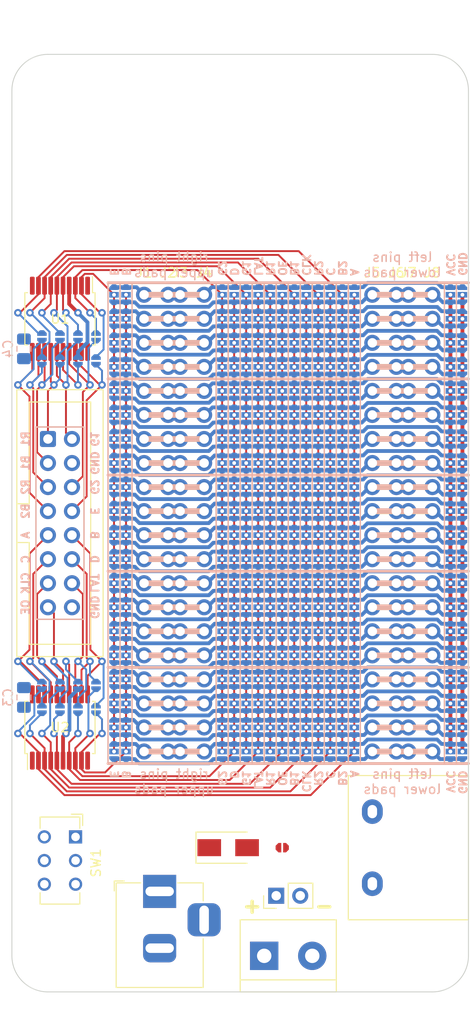
<source format=kicad_pcb>
(kicad_pcb (version 20221018) (generator pcbnew)
  (layers (0 "F.Cu" signal) (31 "B.Cu" signal) (34 "B.Paste" user) (35 "F.Paste" user) (36 "B.SilkS" user "B.Silkscreen") (37 "F.SilkS" user "F.Silkscreen") (38 "B.Mask" user) (39 "F.Mask" user) (44 "Edge.Cuts" user))
  (net 0 "")
  (net 1 "GND")
  (net 2 "Pin_1")
  (net 3 "Pin_2")
  (net 4 "Pin_3")
  (net 5 "Pin_4")
  (net 6 "Pin_5")
  (net 7 "Pin_6")
  (net 8 "Pin_7")
  (net 9 "Pin_8")
  (net 10 "Pin_9")
  (net 11 "Pin_10")
  (net 12 "Pin_11")
  (net 13 "Pin_12")
  (net 14 "Pin_13")
  (net 15 "Pin_14")
  (net 16 "Pin_15")
  (net 17 "Pin_16")
  (net 18 "Pin_17")
  (net 19 "Pin_18")
  (net 20 "Pin_19")
  (net 21 "Pin_20")
  (net 22 "Pin_40")
  (net 23 "Pin_39")
  (net 24 "Pin_38")
  (net 25 "Pin_37")
  (net 26 "Pin_36")
  (net 27 "Pin_35")
  (net 28 "Pin_34")
  (net 29 "Pin_33")
  (net 30 "Pin_32")
  (net 31 "Pin_31")
  (net 32 "Pin_30")
  (net 33 "Pin_29")
  (net 34 "Pin_28")
  (net 35 "Pin_27")
  (net 36 "Pin_26")
  (net 37 "Pin_25")
  (net 38 "Pin_24")
  (net 39 "Pin_23")
  (net 40 "Pin_22")
  (net 41 "Pin_21")
  (net 42 "VCC")
  (net 43 "/IDC01")
  (net 44 "/IDC02")
  (net 45 "/IDC03")
  (net 46 "/IDC05")
  (net 47 "/IDC06")
  (net 48 "/IDC07")
  (net 49 "/IDC08")
  (net 50 "/IDC09")
  (net 51 "/IDC10")
  (net 52 "/IDC11")
  (net 53 "/IDC12")
  (net 54 "/IDC13")
  (net 55 "/IDC14")
  (net 56 "/IDC15")
  (net 57 "/R1")
  (net 58 "/G1")
  (net 59 "/B1")
  (net 60 "/R2")
  (net 61 "/G2")
  (net 62 "/B2")
  (net 63 "/E")
  (net 64 "/A")
  (net 65 "/B")
  (net 66 "/C")
  (net 67 "/D")
  (net 68 "/CLK")
  (net 69 "/LAT")
  (net 70 "/OE")
  (net 71 "/Upper IDC Pins Level Shifting/OUT3")
  (net 72 "/Lower IDC Pins Level Shifting/OUT5")
  (net 76 "/VIN")
  (footprint "Connector_PinHeader_2.54mm:PinHeader_1x02_P2.54mm_Vertical" (layer "F.Cu") (at 104.14 114.3 90)
    (fp_text reference "J13" hide)
    (fp_text value "Conn_01x02" hide)
  )
  (footprint "Custom:PinHeader_1x20_P2.54mm_Vertical_No_Silk" (layer "F.Cu") (at 118.11 50.8)
    (fp_text reference "J7")
    (fp_text value "Conn_01x20" hide)
  )
  (footprint "Connector_IDC:IDC-Header_2x08_P2.54mm_Vertical" (layer "F.Cu") (at 80.01 66.04)
    (fp_text reference "J17" hide)
    (fp_text value "Conn_02x08_Odd_Even" hide)
  )
  (footprint "Custom:PinHeader_1x20_P2.54mm_Vertical_No_Silk" (layer "F.Cu") (at 96.52 50.8)
    (fp_text reference "J4")
    (fp_text value "Conn_01x20" hide)
  )
  (footprint "Custom:PinHeader_1x20_P2.54mm_Vertical_No_Silk" (layer "F.Cu") (at 120.65 50.8)
    (fp_text reference "J8")
    (fp_text value "Conn_01x20" hide)
  )
  (footprint "Custom:PinHeader_1x20_P2.54mm_Vertical_No_Silk" (layer "F.Cu") (at 93.98 50.8)
    (fp_text reference "J3")
    (fp_text value "Conn_01x20" hide)
  )
  (footprint "MountingHole:MountingHole_3.2mm_M3" (layer "F.Cu") (at 120.65 29.21)
    (fp_text reference "REF**" hide)
    (fp_text value "MountingHole_3.2mm_M3" hide)
  )
  (footprint "Connector_BarrelJack:BarrelJack_Horizontal" (layer "F.Cu") (at 91.82 113.84 90)
    (fp_text reference "J14" hide)
    (fp_text value "Barrel_Jack" hide)
  )
  (footprint "Custom:PinHeader_1x20_P2.54mm_Vertical_No_Silk" (layer "F.Cu") (at 114.3 50.8)
    (fp_text reference "J5")
    (fp_text value "Conn_01x20" hide)
  )
  (footprint "Diode_SMD:D_SMA" (layer "F.Cu") (at 99.06 109.22)
    (fp_text reference "D1" hide)
    (fp_text value "D" hide)
  )
  (footprint "Package_SO:SSOP-20_5.3x7.2mm_P0.65mm" (layer "F.Cu") (at 81.28 96.52 90)
    (fp_text reference "U2")
    (fp_text value "74AHCT245" hide)
  )
  (footprint "Custom:PinHeader_1x20_P2.54mm_Vertical_No_Silk" (layer "F.Cu") (at 92.71 50.8)
    (fp_text reference "J2")
    (fp_text value "Conn_01x20" hide)
  )
  (footprint "Custom:PinHeader_1x20_P2.54mm_Vertical_No_Silk" (layer "F.Cu") (at 90.17 50.8)
    (fp_text reference "J1")
    (fp_text value "Conn_01x20" hide)
  )
  (footprint "Package_SO:SSOP-20_5.3x7.2mm_P0.65mm" (layer "F.Cu") (at 81.28 53.34 -90)
    (fp_text reference "U1")
    (fp_text value "74AHCT245" hide)
  )
  (footprint "Custom:SolderJumper-mini-2" (layer "F.Cu") (at 104.775001 109.220001)
    (fp_text reference "JP1" hide)
    (fp_text value "SolderJumper_2_Open" hide)
  )
  (footprint "MountingHole:MountingHole_3.2mm_M3" (layer "F.Cu") (at 80.01 29.21)
    (fp_text reference "REF**" hide)
    (fp_text value "MountingHole_3.2mm_M3" hide)
  )
  (footprint "Custom:Barrier_Block" (layer "F.Cu") (at 114.3 113.03 90)
    (fp_text reference "J16" hide)
    (fp_text value "Screw_Terminal_01x02" hide)
  )
  (footprint "Custom:PinHeader_1x20_P2.54mm_Vertical_No_Silk" (layer "F.Cu") (at 116.84 50.8)
    (fp_text reference "J6")
    (fp_text value "Conn_01x20" hide)
  )
  (footprint "Button_Switch_THT:SW_CuK_JS202011CQN_DPDT_Straight" (layer "F.Cu") (at 82.93 108.0825 -90)
    (fp_text reference "SW1")
    (fp_text value "SW_DPDT" hide)
  )
  (footprint "MountingHole:MountingHole_3.2mm_M3" (layer "F.Cu") (at 80.01 120.65)
    (fp_text reference "REF**" hide)
    (fp_text value "MountingHole_3.2mm_M3" hide)
  )
  (footprint "MountingHole:MountingHole_3.2mm_M3" (layer "F.Cu") (at 120.65 120.65)
    (fp_text reference "REF**" hide)
    (fp_text value "MountingHole_3.2mm_M3" hide)
  )
  (footprint "TerminalBlock:TerminalBlock_bornier-2_P5.08mm" (layer "F.Cu") (at 102.87 120.65)
    (fp_text reference "J15" hide)
    (fp_text value "Screw_Terminal_01x02" hide)
  )
  (footprint "Custom:SolderJumper-mini-3" (layer "B.Cu") (at 103.505 93.98 -90)
    (fp_text reference "JP59" hide)
    (fp_text value "SolderJumper_3_Open" hide)
  )
  (footprint "Custom:SolderJumper-mini-3" (layer "B.Cu") (at 122.555 58.42 -90)
    (fp_text reference "JP25" hide)
    (fp_text value "SolderJumper_3_Open" hide)
  )
  (footprint "Custom:SolderJumper-mini-3" (layer "B.Cu") (at 106.045 86.36 -90)
    (fp_text reference "JP96" hide)
    (fp_text value "SolderJumper_3_Open" hide)
  )
  (footprint "Custom:SolderJumper-mini-3" (layer "B.Cu") (at 107.315 99.06 -90)
    (fp_text reference "JP281" hide)
    (fp_text value "SolderJumper_3_Open" hide)
  )
  (footprint "Custom:SolderJumper-mini-3" (layer "B.Cu") (at 100.965 88.9 -90)
    (fp_text reference "JP77" hide)
    (fp_text value "SolderJumper_3_Open" hide)
  )
  (footprint "Custom:SolderJumper-mini-3" (layer "B.Cu") (at 100.965 96.52 -90)
    (fp_text reference "JP80" hide)
    (fp_text value "SolderJumper_3_Open" hide)
  )
  (footprint "Custom:SolderJumper-mini-3" (layer "B.Cu") (at 111.125 63.5 -90)
    (fp_text reference "JP147" hide)
    (fp_text value "SolderJumper_3_Open" hide)
  )
  (footprint "Custom:SolderJumper-mini-3" (layer "B.Cu") (at 100.965 78.74 -90)
    (fp_text reference "JP73" hide)
    (fp_text value "SolderJumper_3_Open" hide)
  )
  (footprint "Custom:SolderJumper-mini-3" (layer "B.Cu") (at 123.825 60.96 -90)
    (fp_text reference "JP6" hide)
    (fp_text value "SolderJumper_3_Open" hide)
  )
  (footprint "Custom:SolderJumper-mini-3" (layer "B.Cu") (at 103.505 86.36 -90)
    (fp_text reference "JP56" hide)
    (fp_text value "SolderJumper_3_Open" hide)
  )
  (footprint "Custom:SolderJumper-mini-3" (layer "B.Cu") (at 111.125 66.04 -90)
    (fp_text reference "JP148" hide)
    (fp_text value "SolderJumper_3_Open" hide)
  )
  (footprint "Custom:SolderJumper-mini-3" (layer "B.Cu") (at 86.995 71.12 -90)
    (fp_text reference "JP170" hide)
    (fp_text value "SolderJumper_3_Open" hide)
  )
  (footprint "Custom:SolderJumper-mini-3" (layer "B.Cu") (at 111.125 91.44 -90)
    (fp_text reference "JP158" hide)
    (fp_text value "SolderJumper_3_Open" hide)
  )
  (footprint "Custom:SolderJumper-mini-2" (layer "B.Cu") (at 79.375 92.075 90)
    (fp_text reference "JP330" hide)
    (fp_text value "SolderJumper_2_Open" hide)
  )
  (footprint "Custom:SolderJumper-mini-3" (layer "B.Cu") (at 86.995 55.88 -90)
    (fp_text reference "JP164" hide)
    (fp_text value "SolderJumper_3_Open" hide)
  )
  (footprint "Custom:SolderJumper-mini-3" (layer "B.Cu") (at 100.965 63.5 -90)
    (fp_text reference "JP67" hide)
    (fp_text value "SolderJumper_3_Open" hide)
  )
  (footprint "Custom:SolderJumper-mini-3" (layer "B.Cu") (at 99.695 81.28 -90)
    (fp_text reference "JP254" hide)
    (fp_text value "SolderJumper_3_Open" hide)
  )
  (footprint "Custom:SolderJumper-mini-3" (layer "B.Cu") (at 99.695 55.88 -90)
    (fp_text reference "JP244" hide)
    (fp_text value "SolderJumper_3_Open" hide)
  )
  (footprint "Custom:SolderJumper-mini-3" (layer "B.Cu") (at 123.825 73.66 -90)
    (fp_text reference "JP11" hide)
    (fp_text value "SolderJumper_3_Open" hide)
  )
  (footprint "Custom:SolderJumper-mini-3" (layer "B.Cu") (at 86.995 83.82 -90)
    (fp_text reference "JP175" hide)
    (fp_text value "SolderJumper_3_Open" hide)
  )
  (footprint "Custom:SolderJumper-mini-3" (layer "B.Cu") (at 98.425 66.04 -90)
    (fp_text reference "JP128" hide)
    (fp_text value "SolderJumper_3_Open" hide)
  )
  (footprint "Custom:SolderJumper-mini-3" (layer "B.Cu") (at 107.315 93.98 -90)
    (fp_text reference "JP279" hide)
    (fp_text value "SolderJumper_3_Open" hide)
  )
  (footprint "Custom:SolderJumper-mini-3" (layer "B.Cu") (at 88.265 63.5 -90)
    (fp_text reference "JP207" hide)
    (fp_text value "SolderJumper_3_Open" hide)
  )
  (footprint "Custom:SolderJumper-mini-3" (layer "B.Cu") (at 86.995 78.74 -90)
    (fp_text reference "JP173" hide)
    (fp_text value "SolderJumper_3_Open" hide)
  )
  (footprint "Custom:SolderJumper-mini-3" (layer "B.Cu") (at 111.125 83.82 -90)
    (fp_text reference "JP155" hide)
    (fp_text value "SolderJumper_3_Open" hide)
  )
  (footprint "Custom:SolderJumper-mini-3" (layer "B.Cu") (at 112.395 60.96 -90)
    (fp_text reference "JP186" hide)
    (fp_text value "SolderJumper_3_Open" hide)
  )
  (footprint "Custom:SolderJumper-mini-3" (layer "B.Cu") (at 123.825 86.36 -90)
    (fp_text reference "JP16" hide)
    (fp_text value "SolderJumper_3_Open" hide)
  )
  (footprint "Custom:SolderJumper-mini-3" (layer "B.Cu") (at 107.315 55.88 -90)
    (fp_text reference "JP264" hide)
    (fp_text value "SolderJumper_3_Open" hide)
  )
  (footprint "Custom:SolderJumper-mini-3" (layer "B.Cu") (at 107.315 71.12 -90)
    (fp_text reference "JP270" hide)
    (fp_text value "SolderJumper_3_Open" hide)
  )
  (footprint "Custom:SolderJumper-mini-3" (layer "B.Cu") (at 122.555 53.34 -90)
    (fp_text reference "JP23" hide)
    (fp_text value "SolderJumper_3_Open" hide)
  )
  (footprint "Custom:SolderJumper-mini-3" (layer "B.Cu") (at 123.825 53.34 -90)
    (fp_text reference "JP3" hide)
    (fp_text value "SolderJumper_3_Open" hide)
  )
  (footprint "Custom:SolderJumper-mini-2" (layer "B.Cu") (at 85.09 57.785 -90)
    (fp_text reference "JP322" hide)
    (fp_text value "SolderJumper_2_Open" hide)
  )
  (footprint "Custom:SolderJumper-mini-3" (layer "B.Cu") (at 108.585 81.28 -90)
    (fp_text reference "JP114" hide)
    (fp_text value "SolderJumper_3_Open" hide)
  )
  (footprint "Custom:SolderJumper-mini-3" (layer "B.Cu") (at 106.045 68.58 -90)
    (fp_text reference "JP89" hide)
    (fp_text value "SolderJumper_3_Open" hide)
  )
  (footprint "Custom:SolderJumper-mini-3" (layer "B.Cu") (at 88.265 99.06 -90)
    (fp_text reference "JP221" hide)
    (fp_text value "SolderJumper_3_Open" hide)
  )
  (footprint "Custom:SolderJumper-mini-3" (layer "B.Cu") (at 98.425 86.36 -90)
    (fp_text reference "JP136" hide)
    (fp_text value "SolderJumper_3_Open" hide)
  )
  (footprint "Custom:SolderJumper-mini-3" (layer "B.Cu") (at 112.395 50.8 -90)
    (fp_text reference "JP182" hide)
    (fp_text value "SolderJumper_3_Open" hide)
  )
  (footprint "Custom:SolderJumper-mini-3" (layer "B.Cu") (at 88.265 83.82 -90)
    (fp_text reference "JP215" hide)
    (fp_text value "SolderJumper_3_Open" hide)
  )
  (footprint "Custom:SolderJumper-mini-3" (layer "B.Cu") (at 111.125 73.66 -90)
    (fp_text reference "JP151" hide)
    (fp_text value "SolderJumper_3_Open" hide)
  )
  (footprint "Custom:SolderJumper-mini-3" (layer "B.Cu") (at 102.235 63.5 -90)
    (fp_text reference "JP287" hide)
    (fp_text value "SolderJumper_3_Open" hide)
  )
  (footprint "Custom:SolderJumper-mini-3" (layer "B.Cu") (at 99.695 99.06 -90)
    (fp_text reference "JP261" hide)
    (fp_text value "SolderJumper_3_Open" hide)
  )
  (footprint "Custom:SolderJumper-mini-3" (layer "B.Cu") (at 98.425 93.98 -90)
    (fp_text reference "JP139" hide)
    (fp_text value "SolderJumper_3_Open" hide)
  )
  (footprint "Custom:SolderJumper-mini-3" (layer "B.Cu") (at 107.315 73.66 -90)
    (fp_text reference "JP271" hide)
    (fp_text value "SolderJumper_3_Open" hide)
  )
  (footprint "Custom:SolderJumper-mini-3" (layer "B.Cu") (at 107.315 58.42 -90)
    (fp_text reference "JP265" hide)
    (fp_text value "SolderJumper_3_Open" hide)
  )
  (footprint "Custom:SolderJumper-mini-3" (layer "B.Cu") (at 103.505 58.42 -90)
    (fp_text reference "JP45" hide)
    (fp_text value "SolderJumper_3_Open" hide)
  )
  (footprint "Custom:SolderJumper-mini-3" (layer "B.Cu") (at 106.045 73.66 -90)
    (fp_text reference "JP91" hide)
    (fp_text value "SolderJumper_3_Open" hide)
  )
  (footprint "Custom:SolderJumper-mini-3" (layer "B.Cu") (at 99.695 60.96 -90)
    (fp_text reference "JP246" hide)
    (fp_text value "SolderJumper_3_Open" hide)
  )
  (footprint "Custom:SolderJumper-mini-3" (layer "B.Cu") (at 108.585 50.8 -90)
    (fp_text reference "JP102" hide)
    (fp_text value "SolderJumper_3_Open" hide)
  )
  (footprint "Custom:SolderJumper-mini-3" (layer "B.Cu") (at 123.825 81.28 -90)
    (fp_text reference "JP14" hide)
    (fp_text value "SolderJumper_3_Open" hide)
  )
  (footprint "Custom:SolderJumper-mini-3" (layer "B.Cu") (at 111.125 60.96 -90)
    (fp_text reference "JP146" hide)
    (fp_text value "SolderJumper_3_Open" hide)
  )
  (footprint "Custom:SolderJumper-mini-3" (layer "B.Cu") (at 102.235 76.2 -90)
    (fp_text reference "JP292" hide)
    (fp_text value "SolderJumper_3_Open" hide)
  )
  (footprint "Custom:SolderJumper-mini-3" (layer "B.Cu") (at 122.555 73.66 -90)
    (fp_text reference "JP31" hide)
    (fp_text value "SolderJumper_3_Open" hide)
  )
  (footprint "Custom:SolderJumper-mini-3" (layer "B.Cu") (at 106.045 71.12 -90)
    (fp_text reference "JP90" hide)
    (fp_text value "SolderJumper_3_Open" hide)
  )
  (footprint "Custom:SolderJumper-mini-3" (layer "B.Cu") (at 111.125 99.06 -90)
    (fp_text reference "JP161" hide)
    (fp_text value "SolderJumper_3_Open" hide)
  )
  (footprint "Custom:SolderJumper-mini-3" (layer "B.Cu") (at 112.395 53.34 -90)
    (fp_text reference "JP183" hide)
    (fp_text value "SolderJumper_3_Open" hide)
  )
  (footprint "Custom:SolderJumper-mini-3" (layer "B.Cu") (at 111.125 88.9 -90)
    (fp_text reference "JP157" hide)
    (fp_text value "SolderJumper_3_Open" hide)
  )
  (footprint "Custom:SolderJumper-mini-3" (layer "B.Cu") (at 112.395 73.66 -90)
    (fp_text reference "JP191" hide)
    (fp_text value "SolderJumper_3_Open" hide)
  )
  (footprint "Custom:SolderJumper-mini-3" (layer "B.Cu") (at 106.045 88.9 -90)
    (fp_text reference "JP97" hide)
    (fp_text value "SolderJumper_3_Open" hide)
  )
  (footprint "Custom:SolderJumper-mini-3" (layer "B.Cu") (at 107.315 60.96 -90)
    (fp_text reference "JP266" hide)
    (fp_text value "SolderJumper_3_Open" hide)
  )
  (footprint "Custom:SolderJumper-mini-3" (layer "B.Cu") (at 102.235 53.34 -90)
    (fp_text reference "JP283" hide)
    (fp_text value "SolderJumper_3_Open" hide)
  )
  (footprint "Custom:SolderJumper-mini-3" (layer "B.Cu") (at 106.045 60.96 -90)
    (fp_text reference "JP86" hide)
    (fp_text value "SolderJumper_3_Open" hide)
  )
  (footprint "Custom:SolderJumper-mini-3" (layer "B.Cu") (at 106.045 99.06 -90)
    (fp_text reference "JP101" hide)
    (fp_text value "SolderJumper_3_Open" hide)
  )
  (footprint "Custom:SolderJumper-mini-3" (layer "B.Cu") (at 109.855 81.28 -90)
    (fp_text reference "JP234" hide)
    (fp_text value "SolderJumper_3_Open" hide)
  )
  (footprint "Custom:SolderJumper-mini-3" (layer "B.Cu") (at 111.125 86.36 -90)
    (fp_text reference "JP156" hide)
    (fp_text value "SolderJumper_3_Open" hide)
  )
  (footprint "Custom:SolderJumper-mini-3" (layer "B.Cu") (at 98.425 81.28 -90)
    (fp_text reference "JP134" hide)
    (fp_text value "SolderJumper_3_Open" hide)
  )
  (footprint "Custom:SolderJumper-mini-3" (layer "B.Cu") (at 122.555 71.12 -90)
    (fp_text reference "JP30" hide)
    (fp_text value "SolderJumper_3_Open" hide)
  )
  (footprint "Custom:SolderJumper-mini-3" (layer "B.Cu") (at 108.585 68.58 -90)
    (fp_text reference "JP109" hide)
    (fp_text value "SolderJumper_3_Open" hide)
  )
  (footprint "Custom:SolderJumper-mini-3" (layer "B.Cu") (at 99.695 63.5 -90)
    (fp_text reference "JP247" hide)
    (fp_text value "SolderJumper_3_Open" hide)
  )
  (footprint "Custom:SolderJumper-mini-3" (layer "B.Cu") (at 123.825 83.82 -90)
    (fp_text reference "JP15" hide)
    (fp_text value "SolderJumper_3_Open" hide)
  )
  (footprint "Custom:SolderJumper-mini-3" (layer "B.Cu") (at 88.265 76.2 -90)
    (fp_text reference "JP212" hide)
    (fp_text value "SolderJumper_3_Open" hide)
  )
  (footprint "Capacitor_SMD:C_0805_2012Metric_Pad1.18x1.45mm_HandSolder" (layer "B.Cu") (at 77.47 93.345 -90)
    (fp_text reference "C3")
    (fp_text value "0.1uF")
  )
  (footprint "Custom:SolderJumper-mini-3" (layer "B.Cu") (at 102.235 60.96 -90)
    (fp_text reference "JP286" hide)
    (fp_text value "SolderJumper_3_Open" hide)
  )
  (footprint "Custom:SolderJumper-mini-2" (layer "B.Cu") (at 83.185 94.615 90)
    (fp_text reference "JP335" hide)
    (fp_text value "SolderJumper_2_Open" hide)
  )
  (footprint "Custom:SolderJumper-mini-3" (layer "B.Cu") (at 103.505 55.88 -90)
    (fp_text reference "JP44" hide)
    (fp_text value "SolderJumper_3_Open" hide)
  )
  (footprint "Custom:SolderJumper-mini-3" (layer "B.Cu") (at 112.395 68.58 -90)
    (fp_text reference "JP189" hide)
    (fp_text value "SolderJumper_3_Open" hide)
  )
  (footprint "Custom:SolderJumper-mini-3" (layer "B.Cu") (at 108.585 66.04 -90)
    (fp_text reference "JP108" hide)
    (fp_text value "SolderJumper_3_Open" hide)
  )
  (footprint "Custom:SolderJumper-mini-3" (layer "B.Cu") (at 107.315 78.74 -90)
    (fp_text reference "JP273" hide)
    (fp_text value "SolderJumper_3_Open" hide)
  )
  (footprint "Custom:SolderJumper-mini-3" (layer "B.Cu") (at 104.775 73.66 -90)
    (fp_text reference "JP311" hide)
    (fp_text value "SolderJumper_3_Open" hide)
  )
  (footprint "Custom:SolderJumper-mini-3" (layer "B.Cu") (at 103.505 81.28 -90)
    (fp_text reference "JP54" hide)
    (fp_text value "SolderJumper_3_Open" hide)
  )
  (footprint "Custom:SolderJumper-mini-3" (layer "B.Cu") (at 99.695 50.8 -90)
    (fp_text reference "JP242" hide)
    (fp_text value "SolderJumper_3_Open" hide)
  )
  (footprint "Custom:SolderJumper-mini-3" (layer "B.Cu") (at 98.425 53.34 -90)
    (fp_text reference "JP123" hide)
    (fp_text value "SolderJumper_3_Open" hide)
  )
  (footprint "Custom:SolderJumper-mini-3" (layer "B.Cu") (at 86.995 68.58 -90)
    (fp_text reference "JP169" hide)
    (fp_text value "SolderJumper_3_Open" hide)
  )
  (footprint "Custom:SolderJumper-mini-3" (layer "B.Cu") (at 122.555 66.04 -90)
    (fp_text reference "JP28" hide)
    (fp_text value "SolderJumper_3_Open" hide)
  )
  (footprint "Custom:SolderJumper-mini-3" (layer "B.Cu") (at 86.995 99.06 -90)
    (fp_text reference "JP181" hide)
    (fp_text value "SolderJumper_3_Open" hide)
  )
  (footprint "Custom:SolderJumper-mini-3" (layer "B.Cu") (at 111.125 53.34 -90)
    (fp_text reference "JP143" hide)
    (fp_text value "SolderJumper_3_Open" hide)
  )
  (footprint "Custom:SolderJumper-mini-3" (layer "B.Cu") (at 86.995 60.96 -90)
    (fp_text reference "JP166" hide)
    (fp_text value "SolderJumper_3_Open" hide)
  )
  (footprint "Custom:SolderJumper-mini-3" (layer "B.Cu") (at 109.855 53.34 -90)
    (fp_text reference "JP223" hide)
    (fp_text value "SolderJumper_3_Open" hide)
  )
  (footprint "Custom:SolderJumper-mini-3" (layer "B.Cu") (at 99.695 66.04 -90)
    (fp_text reference "JP248" hide)
    (fp_text value "SolderJumper_3_Open" hide)
  )
  (footprint "Custom:SolderJumper-mini-3" (layer "B.Cu") (at 109.855 78.74 -90)
    (fp_text reference "JP233" hide)
    (fp_text value "SolderJumper_3_Open" hide)
  )
  (footprint "Custom:SolderJumper-mini-3" (layer "B.Cu") (at 98.425 88.9 -90)
    (fp_text reference "JP137" hide)
    (fp_text value "SolderJumper_3_Open" hide)
  )
  (footprint "Custom:SolderJumper-mini-3" (layer "B.Cu") (at 103.505 73.66 -90)
    (fp_text reference "JP51" hide)
    (fp_text value "SolderJumper_3_Open" hide)
  )
  (footprint "Custom:SolderJumper-mini-3" (layer "B.Cu") (at 98.425 76.2 -90)
    (fp_text reference "JP132" hide)
    (fp_text value "SolderJumper_3_Open" hide)
  )
  (footprint "Custom:SolderJumper-mini-3" (layer "B.Cu") (at 106.045 76.2 -90)
    (fp_text reference "JP92" hide)
    (fp_text value "SolderJumper_3_Open" hide)
  )
  (footprint "Custom:SolderJumper-mini-3" (layer "B.Cu") (at 122.555 96.52 -90)
    (fp_text reference "JP40" hide)
    (fp_text value "SolderJumper_3_Open" hide)
  )
  (footprint "Custom:SolderJumper-mini-3" (layer "B.Cu") (at 104.775 50.8 -90)
    (fp_text reference "JP302" hide)
    (fp_text value "SolderJumper_3_Open" hide)
  )
  (footprint "Custom:SolderJumper-mini-3" (layer "B.Cu") (at 104.775 99.06 -90)
    (fp_text reference "JP321" hide)
    (fp_text value "SolderJumper_3_Open" hide)
  )
  (footprint "Custom:SolderJumper-mini-3" (layer "B.Cu") (at 88.265 71.12 -90)
    (fp_text reference "JP210" hide)
    (fp_text value "SolderJumper_3_Open" hide)
  )
  (footprint "Custom:SolderJumper-mini-2" (layer "B.Cu") (at 81.28 57.785 -90)
    (fp_text reference "JP326" hide)
    (fp_text value "SolderJumper_2_Open" hide)
  )
  (footprint "Custom:SolderJumper-mini-3" (layer "B.Cu") (at 108.585 91.44 -90)
    (fp_text reference "JP118" hide)
    (fp_text value "SolderJumper_3_Open" hide)
  )
  (footprint "Custom:SolderJumper-mini-3" (layer "B.Cu") (at 123.825 76.2 -90)
    (fp_text reference "JP12" hide)
    (fp_text value "SolderJumper_3_Open" hide)
  )
  (footprint "Custom:SolderJumper-mini-3" (layer "B.Cu") (at 102.235 91.44 -90)
    (fp_text reference "JP298" hide)
    (fp_text value "SolderJumper_3_Open" hide)
  )
  (footprint "Custom:SolderJumper-mini-3" (layer "B.Cu") (at 104.775 55.88 -90)
    (fp_text reference "JP304" hide)
    (fp_text value "SolderJumper_3_Open" hide)
  )
  (footprint "Custom:SolderJumper-mini-3" (layer "B.Cu") (at 98.425 91.44 -90)
    (fp_text reference "JP138" hide)
    (fp_text value "SolderJumper_3_Open" hide)
  )
  (footprint "Custom:SolderJumper-mini-3" (layer "B.Cu") (at 100.965 93.98 -90)
    (fp_text reference "JP79" hide)
    (fp_text value "SolderJumper_3_Open" hide)
  )
  (footprint "Custom:SolderJumper-mini-3" (layer "B.Cu") (at 104.775 81.28 -90)
    (fp_text reference "JP314" hide)
    (fp_text value "SolderJumper_3_Open" hide)
  )
  (footprint "Custom:SolderJumper-mini-3" (layer "B.Cu") (at 109.855 60.96 -90)
    (fp_text reference "JP226" hide)
    (fp_text value "SolderJumper_3_Open" hide)
  )
  (footprint "Custom:SolderJumper-mini-3" (layer "B.Cu") (at 111.125 71.12 -90)
    (fp_text reference "JP150" hide)
    (fp_text value "SolderJumper_3_Open" hide)
  )
  (footprint "Custom:SolderJumper-mini-3" (layer "B.Cu") (at 88.265 88.9 -90)
    (fp_text reference "JP217" hide)
    (fp_text value "SolderJumper_3_Open" hide)
  )
  (footprint "Custom:SolderJumper-mini-3" (layer "B.Cu") (at 123.825 71.12 -90)
    (fp_text reference "JP10" hide)
    (fp_text value "SolderJumper_3_Open" hide)
  )
  (footprint "Custom:SolderJumper-mini-3" (layer "B.Cu") (at 108.585 99.06 -90)
    (fp_text reference "JP121" hide)
    (fp_text value "SolderJumper_3_Open" hide)
  )
  (footprint "Custom:SolderJumper-mini-3" (layer "B.Cu") (at 100.965 71.12 -90)
    (fp_text reference "JP70" hide)
    (fp_text value "SolderJumper_3_Open" hide)
  )
  (footprint "Custom:SolderJumper-mini-3" (layer "B.Cu") (at 104.775 88.9 -90)
    (fp_text reference "JP317" hide)
    (fp_text value "SolderJumper_3_Open" hide)
  )
  (footprint "Custom:SolderJumper-mini-3" (layer "B.Cu") (at 103.505 99.06 -90)
    (fp_text reference "JP61" hide)
    (fp_text value "SolderJumper_3_Open" hide)
  )
  (footprint "Custom:SolderJumper-mini-3" (layer "B.Cu") (at 104.775 86.36 -90)
    (fp_text reference "JP316" hide)
    (fp_text value "SolderJumper_3_Open" hide)
  )
  (footprint "Custom:SolderJumper-mini-3" (layer "B.Cu") (at 112.395 81.28 -90)
    (fp_text reference "JP194" hide)
    (fp_text value "SolderJumper_3_Open" hide)
  )
  (footprint "Custom:SolderJumper-mini-3" (layer "B.Cu") (at 122.555 55.88 -90)
    (fp_text reference "JP24" hide)
    (fp_text value "SolderJumper_3_Open" hide)
  )
  (footprint "Custom:SolderJumper-mini-3" (layer "B.Cu") (at 86.995 63.5 -90)
    (fp_text reference "JP167" hide)
    (fp_text value "SolderJumper_3_Open" hide)
  )
  (footprint "Custom:SolderJumper-mini-3" (layer "B.Cu") (at 107.315 66.04 -90)
    (fp_text reference "JP268" hide)
    (fp_text value "SolderJumper_3_Open" hide)
  )
  (footprint "Custom:SolderJumper-mini-3" (layer "B.Cu") (at 104.775 53.34 -90)
    (fp_text reference "JP303" hide)
    (fp_text value "SolderJumper_3_Open" hide)
  )
  (footprint "Custom:SolderJumper-mini-2" (layer "B.Cu") (at 81.28 92.075 90)
    (fp_text reference "JP332" hide)
    (fp_text value "SolderJumper_2_Open" hide)
  )
  (footprint "Custom:SolderJumper-mini-3" (layer "B.Cu") (at 112.395 58.42 -90)
    (fp_text reference "JP185" hide)
    (fp_text value "SolderJumper_3_Open" hide)
  )
  (footprint "Custom:SolderJumper-mini-3" (layer "B.Cu") (at 107.315 86.36 -90)
    (fp_text reference "JP276" hide)
    (fp_text value "SolderJumper_3_Open" hide)
  )
  (footprint "Custom:SolderJumper-mini-3" (layer "B.Cu") (at 109.855 86.36 -90)
    (fp_text reference "JP236" hide)
    (fp_text value "SolderJumper_3_Open" hide)
  )
  (footprint "Custom:SolderJumper-mini-2" (layer "B.Cu") (at 85.09 55.245 -90)
    (fp_text reference "JP323" hide)
    (fp_text value "SolderJumper_2_Open" hide)
  )
  (footprint "Custom:SolderJumper-mini-3" (layer "B.Cu") (at 86.995 76.2 -90)
    (fp_text reference "JP172" hide)
    (fp_text value "SolderJumper_3_Open" hide)
  )
  (footprint "Custom:SolderJumper-mini-3" (layer "B.Cu") (at 112.395 91.44 -90)
    (fp_text reference "JP198" hide)
    (fp_text value "SolderJumper_3_Open" hide)
  )
  (footprint "Custom:SolderJumper-mini-3" (layer "B.Cu") (at 108.585 83.82 -90)
    (fp_text reference "JP115" hide)
    (fp_text value "SolderJumper_3_Open" hide)
  )
  (footprint "Custom:SolderJumper-mini-3" (layer "B.Cu") (at 102.235 93.98 -90)
    (fp_text reference "JP299" hide)
    (fp_text value "SolderJumper_3_Open" hide)
  )
  (footprint "Custom:SolderJumper-mini-3" (layer "B.Cu") (at 109.855 50.8 -90)
    (fp_text reference "JP222" hide)
    (fp_text value "SolderJumper_3_Open" hide)
  )
  (footprint "Custom:SolderJumper-mini-3" (layer "B.Cu") (at 88.265 86.36 -90)
    (fp_text reference "JP216" hide)
    (fp_text value "SolderJumper_3_Open" hide)
  )
  (footprint "Custom:SolderJumper-mini-3" (layer "B.Cu") (at 122.555 76.2 -90)
    (fp_text reference "JP32" hide)
    (fp_text value "SolderJumper_3_Open" hide)
  )
  (footprint "Custom:SolderJumper-mini-3" (layer "B.Cu") (at 123.825 99.06 -90)
    (fp_text reference "JP21" hide)
    (fp_text value "SolderJumper_3_Open" hide)
  )
  (footprint "Custom:SolderJumper-mini-3" (layer "B.Cu") (at 109.855 71.12 -90)
    (fp_text reference "JP230" hide)
    (fp_text value "SolderJumper_3_Open" hide)
  )
  (footprint "Custom:SolderJumper-mini-3" (layer "B.Cu") (at 86.995 58.42 -90)
    (fp_text reference "JP165" hide)
    (fp_text value "SolderJumper_3_Open" hide)
  )
  (footprint "Custom:SolderJumper-mini-3" (layer "B.Cu") (at 88.265 50.8 -90)
    (fp_text reference "JP202" hide)
    (fp_text value "SolderJumper_3_Open" hide)
  )
  (footprint "Custom:SolderJumper-mini-3" (layer "B.Cu") (at 103.505 60.96 -90)
    (fp_text reference "JP46" hide)
    (fp_text value "SolderJumper_3_Open" hide)
  )
  (footprint "Custom:SolderJumper-mini-3" (layer "B.Cu") (at 109.855 63.5 -90)
    (fp_text reference "JP227" hide)
    (fp_text value "SolderJumper_3_Open" hide)
  )
  (footprint "Custom:SolderJumper-mini-3" (layer "B.Cu") (at 99.695 88.9 -90)
    (fp_text reference "JP257" hide)
    (fp_text value "SolderJumper_3_Open" hide)
  )
  (footprint "Custom:SolderJumper-mini-2" (layer "B.Cu") (at 85.09 94.615 90)
    (fp_text reference "JP337" hide)
    (fp_text value "SolderJumper_2_Open" hide)
  )
  (footprint "Custom:SolderJumper-mini-3" (layer "B.Cu") (at 109.855 58.42 -90)
    (fp_text reference "JP225" hide)
    (fp_text value "SolderJumper_3_Open" hide)
  )
  (footprint "Custom:SolderJumper-mini-3" (layer "B.Cu") (at 107.315 88.9 -90)
    (fp_text reference "JP277" hide)
    (fp_text value "SolderJumper_3_Open" hide)
  )
  (footprint "Custom:SolderJumper-mini-3" (layer "B.Cu") (at 102.235 55.88 -90)
    (fp_text reference "JP284" hide)
    (fp_text value "SolderJumper_3_Open" hide)
  )
  (footprint "Custom:SolderJumper-mini-3" (layer "B.Cu") (at 112.395 88.9 -90)
    (fp_text reference "JP197" hide)
    (fp_text value "SolderJumper_3_Open" hide)
  )
  (footprint "Custom:SolderJumper-mini-3" (layer "B.Cu") (at 112.395 93.98 -90)
    (fp_text reference "JP199" hide)
    (fp_text value "SolderJumper_3_Open" hide)
  )
  (footprint "Custom:SolderJumper-mini-3" (layer "B.Cu") (at 106.045 53.34 -90)
    (fp_text reference "JP83" hide)
    (fp_text value "SolderJumper_3_Open" hide)
  )
  (footprint "Custom:SolderJumper-mini-3" (layer "B.Cu") (at 122.555 83.82 -90)
    (fp_text reference "JP35" hide)
    (fp_text value "SolderJumper_3_Open" hide)
  )
  (footprint "Custom:SolderJumper-mini-3" (layer "B.Cu") (at 103.505 96.52 -90)
    (fp_text reference "JP60" hide)
    (fp_text value "SolderJumper_3_Open" hide)
  )
  (footprint "Custom:SolderJumper-mini-3" (layer "B.Cu") (at 88.265 93.98 -90)
    (fp_text reference "JP219" hide)
    (fp_text value "SolderJumper_3_Open" hide)
  )
  (footprint "Custom:SolderJumper-mini-3" (layer "B.Cu") (at 99.695 86.36 -90)
    (fp_text reference "JP256" hide)
    (fp_text value "SolderJumper_3_Open" hide)
  )
  (footprint "Custom:SolderJumper-mini-3" (layer "B.Cu") (at 106.045 83.82 -90)
    (fp_text reference "JP95" hide)
    (fp_text value "SolderJumper_3_Open" hide)
  )
  (footprint "Custom:SolderJumper-mini-3" (layer "B.Cu") (at 108.585 96.52 -90)
    (fp_text reference "JP120" hide)
    (fp_text value "SolderJumper_3_Open" hide)
  )
  (footprint "Custom:SolderJumper-mini-3" (layer "B.Cu") (at 88.265 96.52 -90)
    (fp_text reference "JP220" hide)
    (fp_text value "SolderJumper_3_Open" hide)
  )
  (footprint "Custom:SolderJumper-mini-3" (layer "B.Cu") (at 104.775 68.58 -90)
    (fp_text reference "JP309" hide)
    (fp_text value "SolderJumper_3_Open" hide)
  )
  (footprint "Custom:SolderJumper-mini-3" (layer "B.Cu") (at 102.235 83.82 -90)
    (fp_text reference "JP295" hide)
    (fp_text value "SolderJumper_3_Open" hide)
  )
  (footprint "Custom:SolderJumper-mini-3" (layer "B.Cu") (at 86.995 73.66 -90)
    (fp_text reference "JP171" hide)
    (fp_text value "SolderJumper_3_Open" hide)
  )
  (footprint "Custom:SolderJumper-mini-3" (layer "B.Cu") (at 109.855 83.82 -90)
    (fp_text reference "JP235" hide)
    (fp_text value "SolderJumper_3_Open" hide)
  )
  (footprint "Custom:SolderJumper-mini-3" (layer "B.Cu") (at 98.425 73.66 -90)
    (fp_text reference "JP131" hide)
    (fp_text value "SolderJumper_3_Open" hide)
  )
  (footprint "Custom:SolderJumper-mini-3" (layer "B.Cu") (at 111.125 81.28 -90)
    (fp_text reference "JP154" hide)
    (fp_text value "SolderJumper_3_Open" hide)
  )
  (footprint "Custom:SolderJumper-mini-3" (layer "B.Cu") (at 111.125 96.52 -90)
    (fp_text reference "JP160" hide)
    (fp_text value "SolderJumper_3_Open" hide)
  )
  (footprint "Custom:SolderJumper-mini-3" (layer "B.Cu") (at 99.695 76.2 -90)
    (fp_text reference "JP252" hide)
    (fp_text value "SolderJumper_3_Open" hide)
  )
  (footprint "Custom:SolderJumper-mini-3" (layer "B.Cu") (at 102.235 81.28 -90)
    (fp_text reference "JP294" hide)
    (fp_text value "SolderJumper_3_Open" hide)
  )
  (footprint "Custom:SolderJumper-mini-3" (layer "B.Cu") (at 98.425 50.8 -90)
    (fp_text reference "JP122" hide)
    (fp_text value "SolderJumper_3_Open" hide)
  )
  (footprint "Custom:SolderJumper-mini-3" (layer "B.Cu") (at 108.585 63.5 -90)
    (fp_text reference "JP107" hide)
    (fp_text value "SolderJumper_3_Open" hide)
  )
  (footprint "Custom:SolderJumper-mini-3" (layer "B.Cu") (at 122.555 88.9 -90)
    (fp_text reference "JP37" hide)
    (fp_text value "SolderJumper_3_Open" hide)
  )
  (footprint "Custom:SolderJumper-mini-3" (layer "B.Cu") (at 86.995 91.44 -90)
    (fp_text reference "JP178" hide)
    (fp_text value "SolderJumper_3_Open" hide)
  )
  (footprint "Custom:SolderJumper-mini-3" (layer "B.Cu") (at 109.855 55.88 -90)
    (fp_text reference "JP224" hide)
    (fp_text value "SolderJumper_3_Open" hide)
  )
  (footprint "Custom:SolderJumper-mini-3" (layer "B.Cu") (at 112.395 78.74 -90)
    (fp_text reference "JP193" hide)
    (fp_text value "SolderJumper_3_Open" hide)
  )
  (footprint "Custom:SolderJumper-mini-3" (layer "B.Cu") (at 100.965 50.8 -90)
    (fp_text reference "JP62" hide)
    (fp_text value "SolderJumper_3_Open" hide)
  )
  (footprint "Custom:SolderJumper-mini-3" (layer "B.Cu") (at 88.265 81.28 -90)
    (fp_text reference "JP214" hide)
    (fp_text value "SolderJumper_3_Open" hide)
  )
  (footprint "Custom:SolderJumper-mini-3" (layer "B.Cu") (at 123.825 63.5 -90)
    (fp_text reference "JP7" hide)
    (fp_text value "SolderJumper_3_Open" hide)
  )
  (footprint "Custom:SolderJumper-mini-3" (layer "B.Cu") (at 122.555 63.5 -90)
    (fp_text reference "JP27" hide)
    (fp_text value "SolderJumper_3_Open" hide)
  )
  (footprint "Custom:SolderJumper-mini-3" (layer "B.Cu") (at 122.555 60.96 -90)
    (fp_text reference "JP26" hide)
    (fp_text value "SolderJumper_3_Open" hide)
  )
  (footprint "Custom:SolderJumper-mini-3" (layer "B.Cu") (at 104.775 96.52 -90)
    (fp_text reference "JP320" hide)
    (fp_text value "SolderJumper_3_Open" hide)
  )
  (footprint "Custom:SolderJumper-mini-3" (layer "B.Cu") (at 103.505 66.04 -90)
    (fp_text reference "JP48" hide)
    (fp_text value "SolderJumper_3_Open" hide)
  )
  (footprint "Custom:SolderJumper-mini-3" (layer "B.Cu") (at 122.555 99.06 -90)
    (fp_text reference "JP41" hide)
    (fp_text value "SolderJumper_3_Open" hide)
  )
  (footprint "Custom:SolderJumper-mini-2" (layer "B.Cu") (at 83.185 92.075 90)
    (fp_text reference "JP334" hide)
    (fp_text value "SolderJumper_2_Open" hide)
  )
  (footprint "Custom:SolderJumper-mini-3" (layer "B.Cu") (at 109.855 88.9 -90)
    (fp_text reference "JP237" hide)
    (fp_text value "SolderJumper_3_Open" hide)
  )
  (footprint "Custom:SolderJumper-mini-3" (layer "B.Cu") (at 109.855 66.04 -90)
    (fp_text reference "JP228" hide)
    (fp_text value "SolderJumper_3_Open" hide)
  )
  (footprint "Custom:SolderJumper-mini-3" (layer "B.Cu") (at 107.315 83.82 -90)
    (fp_text reference "JP275" hide)
    (fp_text value "SolderJumper_3_Open" hide)
  )
  (footprint "Custom:SolderJumper-mini-3" (layer "B.Cu") (at 112.395 63.5 -90)
    (fp_text reference "JP187" hide)
    (fp_text value "SolderJumper_3_Open" hide)
  )
  (footprint "Custom:SolderJumper-mini-3" (layer "B.Cu") (at 100.965 76.2 -90)
    (fp_text reference "JP72" hide)
    (fp_text value "SolderJumper_3_Open" hide)
  )
  (footprint "Custom:SolderJumper-mini-3" (layer "B.Cu") (at 100.965 53.34 -90)
    (fp_text reference "JP63" hide)
    (fp_text value "SolderJumper_3_Open" hide)
  )
  (footprint "Custom:SolderJumper-mini-3" (layer "B.Cu") (at 86.995 96.52 -90)
    (fp_text reference "JP180" hide)
    (fp_text value "SolderJumper_3_Open" hide)
  )
  (footprint "Custom:SolderJumper-mini-3" (layer "B.Cu") (at 86.995 81.28 -90)
    (fp_text reference "JP174" hide)
    (fp_text value "SolderJumper_3_Open" hide)
  )
  (footprint "Custom:SolderJumper-mini-3" (layer "B.Cu") (at 108.585 88.9 -90)
    (fp_text reference "JP117" hide)
    (fp_text value "SolderJumper_3_Open" hide)
  )
  (footprint "Custom:SolderJumper-mini-3" (layer "B.Cu") (at 109.855 68.58 -90)
    (fp_text reference "JP229" hide)
    (fp_text value "SolderJumper_3_Open" hide)
  )
  (footprint "Custom:SolderJumper-mini-3" (layer "B.Cu") (at 98.425 55.88 -90)
    (fp_text reference "JP124" hide)
    (fp_text value "SolderJumper_3_Open" hide)
  )
  (footprint "Custom:SolderJumper-mini-3" (layer "B.Cu") (at 111.125 50.8 -90)
    (fp_text reference "JP142" hide)
    (fp_text value "SolderJumper_3_Open" hide)
  )
  (footprint "Custom:SolderJumper-mini-3" (layer "B.Cu") (at 104.775 83.82 -90)
    (fp_text reference "JP315" hide)
    (fp_text value "SolderJumper_3_Open" hide)
  )
  (footprint "Custom:SolderJumper-mini-3" (layer "B.Cu") (at 103.505 76.2 -90)
    (fp_text reference "JP52" hide)
    (fp_text value "SolderJumper_3_Open" hide)
  )
  (footprint "Custom:SolderJumper-mini-2" (layer "B.Cu") (at 79.375 94.615 90)
    (fp_text reference "JP331" hide)
    (fp_text value "SolderJumper_2_Open" hide)
  )
  (footprint "Custom:SolderJumper-mini-3" (layer "B.Cu") (at 104.775 76.2 -90)
    (fp_text reference "JP312" hide)
    (fp_text value "SolderJumper_3_Open" hide)
  )
  (footprint "Custom:SolderJumper-mini-3" (layer "B.Cu") (at 123.825 66.04 -90)
    (fp_text reference "JP8" hide)
    (fp_text value "SolderJumper_3_Open" hide)
  )
  (footprint "Custom:SolderJumper-mini-3" (layer "B.Cu") (at 100.965 73.66 -90)
    (fp_text reference "JP71" hide)
    (fp_text value "SolderJumper_3_Open" hide)
  )
  (footprint "Custom:SolderJumper-mini-3" (layer "B.Cu") (at 100.965 55.88 -90)
    (fp_text reference "JP64" hide)
    (fp_text value "SolderJumper_3_Open" hide)
  )
  (footprint "Custom:SolderJumper-mini-3" (layer "B.Cu") (at 99.695 83.82 -90)
    (fp_text reference "JP255" hide)
    (fp_text value "SolderJumper_3_Open" hide)
  )
  (footprint "Custom:SolderJumper-mini-2" (layer "B.Cu") (at 79.375 57.785 -90)
    (fp_text reference "JP328" hide)
    (fp_text value "SolderJumper_2_Open" hide)
  )
  (footprint "Custom:SolderJumper-mini-3" (layer "B.Cu") (at 122.555 81.28 -90)
    (fp_text reference "JP34" hide)
    (fp_text value "SolderJumper_3_Open" hide)
  )
  (footprint "Custom:SolderJumper-mini-3" (layer "B.Cu") (at 123.825 78.74 -90)
    (fp_text reference "JP13" hide)
    (fp_text value "SolderJumper_3_Open" hide)
  )
  (footprint "Custom:SolderJumper-mini-3" (layer "B.Cu") (at 100.965 86.36 -90)
    (fp_text reference "JP76" hide)
    (fp_text value "SolderJumper_3_Open" hide)
  )
  (footprint "Custom:SolderJumper-mini-3" (layer "B.Cu") (at 102.235 58.42 -90)
    (fp_text reference "JP285" hide)
    (fp_text value "SolderJumper_3_Open" hide)
  )
  (footprint "Custom:SolderJumper-mini-3" (layer "B.Cu") (at 104.775 63.5 -90)
    (fp_text reference "JP307" hide)
    (fp_text value "SolderJumper_3_Open" hide)
  )
  (footprint "Custom:SolderJumper-mini-3" (layer "B.Cu") (at 123.825 50.8 -90)
    (fp_text reference "JP2" hide)
    (fp_text value "SolderJumper_3_Open" hide)
  )
  (footprint "Custom:SolderJumper-mini-3" (layer "B.Cu") (at 99.695 58.42 -90)
    (fp_text reference "JP245" hide)
    (fp_text value "SolderJumper_3_Open" hide)
  )
  (footprint "Custom:SolderJumper-mini-3" (layer "B.Cu") (at 100.965 68.58 -90)
    (fp_text reference "JP69" hide)
    (fp_text value "SolderJumper_3_Open" hide)
  )
  (footprint "Custom:SolderJumper-mini-3" (layer "B.Cu") (at 102.235 86.36 -90)
    (fp_text reference "JP296" hide)
    (fp_text value "SolderJumper_3_Open" hide)
  )
  (footprint "Custom:SolderJumper-mini-3" (layer "B.Cu") (at 108.585 78.74 -90)
    (fp_text reference "JP113" hide)
    (fp_text value "SolderJumper_3_Open" hide)
  )
  (footprint "Custom:SolderJumper-mini-3" (layer "B.Cu") (at 103.505 71.12 -90)
    (fp_text reference "JP50" hide)
    (fp_text value "SolderJumper_3_Open" hide)
  )
  (footprint "Custom:SolderJumper-mini-3" (layer "B.Cu") (at 86.995 50.8 -90)
    (fp_text reference "JP162" hide)
    (fp_text value "SolderJumper_3_Open" hide)
  )
  (footprint "Custom:SolderJumper-mini-3" (layer "B.Cu") (at 107.315 63.5 -90)
    (fp_text reference "JP267" hide)
    (fp_text value "SolderJumper_3_Open" hide)
  )
  (footprint "Custom:SolderJumper-mini-3" (layer "B.Cu") (at 104.775 78.74 -90)
    (fp_text reference "JP313" hide)
    (fp_text value "SolderJumper_3_Open" hide)
  )
  (footprint "Custom:SolderJumper-mini-3" (layer "B.Cu") (at 108.585 73.66 -90)
    (fp_text reference "JP111" hide)
    (fp_text value "SolderJumper_3_Open" hide)
  )
  (footprint "Custom:SolderJumper-mini-3" (layer "B.Cu") (at 109.855 93.98 -90)
    (fp_text reference "JP239" hide)
    (fp_text value "SolderJumper_3_Open" hide)
  )
  (footprint "Custom:SolderJumper-mini-3" (layer "B.Cu") (at 108.585 55.88 -90)
    (fp_text reference "JP104" hide)
    (fp_text value "SolderJumper_3_Open" hide)
  )
  (footprint "Custom:SolderJumper-mini-2" (layer "B.Cu") (at 81.28 55.245 -90)
    (fp_text reference "JP327" hide)
    (fp_text value "SolderJumper_2_Open" hide)
  )
  (footprint "Custom:SolderJumper-mini-3" (layer "B.Cu") (at 123.825 96.52 -90)
    (fp_text reference "JP20" hide)
    (fp_text value "SolderJumper_3_Open" hide)
  )
  (footprint "Custom:SolderJumper-mini-3" (layer "B.Cu") (at 111.125 93.98 -90)
    (fp_text reference "JP159" hide)
    (fp_text value "SolderJumper_3_Open" hide)
  )
  (footprint "Custom:SolderJumper-mini-3" (layer "B.Cu") (at 98.425 99.06 -90)
    (fp_text reference "JP141" hide)
    (fp_text value "SolderJumper_3_Open" hide)
  )
  (footprint "Custom:SolderJumper-mini-3" (layer "B.Cu") (at 106.045 96.52 -90)
    (fp_text reference "JP100" hide)
    (fp_text value "SolderJumper_3_Open" hide)
  )
  (footprint "Custom:SolderJumper-mini-3" (layer "B.Cu") (at 99.695 73.66 -90)
    (fp_text reference "JP251" hide)
    (fp_text value "SolderJumper_3_Open" hide)
  )
  (footprint "Custom:SolderJumper-mini-3" (layer "B.Cu") (at 122.555 93.98 -90)
    (fp_text reference "JP39" hide)
    (fp_text value "SolderJumper_3_Open" hide)
  )
  (footprint "Custom:SolderJumper-mini-3" (layer "B.Cu") (at 106.045 93.98 -90)
    (fp_text reference "JP99" hide)
    (fp_text value "SolderJumper_3_Open" hide)
  )
  (footprint "Custom:SolderJumper-mini-3" (layer "B.Cu") (at 122.555 86.36 -90)
    (fp_text reference "JP36" hide)
    (fp_text value "SolderJumper_3_Open" hide)
  )
  (footprint "Custom:SolderJumper-mini-3" (layer "B.Cu") (at 108.585 76.2 -90)
    (fp_text reference "JP112" hide)
    (fp_text value "SolderJumper_3_Open" hide)
  )
  (footprint "Custom:SolderJumper-mini-3" (layer "B.Cu") (at 123.825 88.9 -90)
    (fp_text reference "JP17" hide)
    (fp_text value "SolderJumper_3_Open" hide)
  )
  (footprint "Custom:SolderJumper-mini-3" (layer "B.Cu") (at 108.585 86.36 -90)
    (fp_text reference "JP116" hide)
    (fp_text value "SolderJumper_3_Open" hide)
  )
  (footprint "Custom:SolderJumper-mini-3" (layer "B.Cu") (at 107.315 81.28 -90)
    (fp_text reference "JP274" hide)
    (fp_text value "SolderJumper_3_Open" hide)
  )
  (footprint "Custom:SolderJumper-mini-2" (layer "B.Cu") (at 81.28 94.615 90)
    (fp_text reference "JP333" hide)
    (fp_text value "SolderJumper_2_Open" hide)
  )
  (footprint "Custom:SolderJumper-mini-3" (layer "B.Cu") (at 103.505 83.82 -90)
    (fp_text reference "JP55" hide)
    (fp_text value "SolderJumper_3_Open" hide)
  )
  (footprint "Custom:SolderJumper-mini-3" (layer "B.Cu") (at 86.995 93.98 -90)
    (fp_text reference "JP179" hide)
    (fp_text value "SolderJumper_3_Open" hide)
  )
  (footprint "Custom:SolderJumper-mini-3" (layer "B.Cu") (at 88.265 68.58 -90)
    (fp_text reference "JP209" hide)
    (fp_text value "SolderJumper_3_Open" hide)
  )
  (footprint "Custom:SolderJumper-mini-3" (layer "B.Cu") (at 98.425 58.42 -90)
    (fp_text reference "JP125" hide)
    (fp_text value "SolderJumper_3_Open" hide)
  )
  (footprint "Custom:SolderJumper-mini-3" (layer "B.Cu") (at 112.395 99.06 -90)
    (fp_text reference "JP201" hide)
    (fp_text value "SolderJumper_3_Open" hide)
  )
  (footprint "Custom:SolderJumper-mini-3" (layer "B.Cu") (at 102.235 99.06 -90)
    (fp_text reference "JP301" hide)
    (fp_text value "SolderJumper_3_Open" hide)
  )
  (footprint "Custom:SolderJumper-mini-3" (layer "B.Cu") (at 111.125 68.58 -90)
    (fp_text reference "JP149" hide)
    (fp_text value "SolderJumper_3_Open" hide)
  )
  (footprint "Custom:SolderJumper-mini-3" (layer "B.Cu") (at 103.505 63.5 -90)
    (fp_text reference "JP47" hide)
    (fp_text value "SolderJumper_3_Open" hide)
  )
  (footprint "Custom:SolderJumper-mini-3" (layer "B.Cu") (at 103.505 88.9 -90)
    (fp_text reference "JP57" hide)
    (fp_text value "SolderJumper_3_Open" hide)
  )
  (footprint "Custom:SolderJumper-mini-3" (layer "B.Cu") (at 100.965 60.96 -90)
    (fp_text reference "JP66" hide)
    (fp_text value "SolderJumper_3_Open" hide)
  )
  (footprint "Custom:SolderJumper-mini-3" (layer "B.Cu") (at 112.395 96.52 -90)
    (fp_text reference "JP200" hide)
    (fp_text value "SolderJumper_3_Open" hide)
  )
  (footprint "Custom:SolderJumper-mini-3" (layer "B.Cu") (at 98.425 71.12 -90)
    (fp_text reference "JP130" hide)
    (fp_text value "SolderJumper_3_Open" hide)
  )
  (footprint "Custom:SolderJumper-mini-3" (layer "B.Cu") (at 100.965 99.06 -90)
    (fp_text reference "JP81" hide)
    (fp_text value "SolderJumper_3_Open" hide)
  )
  (footprint "Custom:SolderJumper-mini-3" (layer "B.Cu") (at 100.965 83.82 -90)
    (fp_text reference "JP75" hide)
    (fp_text value "SolderJumper_3_Open" hide)
  )
  (footprint "Custom:SolderJumper-mini-3" (layer "B.Cu") (at 100.965 81.28 -90)
    (fp_text reference "JP74" hide)
    (fp_text value "SolderJumper_3_Open" hide)
  )
  (footprint "Custom:SolderJumper-mini-3" (layer "B.Cu") (at 98.425 63.5 -90)
    (fp_text reference "JP127" hide)
    (fp_text value "SolderJumper_3_Open" hide)
  )
  (footprint "Custom:SolderJumper-mini-3" (layer "B.Cu") (at 100.965 91.44 -90)
    (fp_text reference "JP78" hide)
    (fp_text value "SolderJumper_3_Open" hide)
  )
  (footprint "Custom:SolderJumper-mini-3" (layer "B.Cu") (at 111.125 58.42 -90)
    (fp_text reference "JP145" hide)
    (fp_text value "SolderJumper_3_Open" hide)
  )
  (footprint "Custom:SolderJumper-mini-3" (layer "B.Cu") (at 104.775 71.12 -90)
    (fp_text reference "JP310" hide)
    (fp_text value "SolderJumper_3_Open" hide)
  )
  (footprint "Custom:SolderJumper-mini-3" (layer "B.Cu") (at 100.965 66.04 -90)
    (fp_text reference "JP68" hide)
    (fp_text value "SolderJumper_3_Open" hide)
  )
  (footprint "Custom:SolderJumper-mini-3" (layer "B.Cu") (at 123.825 93.98 -90)
    (fp_text reference "JP19" hide)
    (fp_text value "SolderJumper_3_Open" hide)
  )
  (footprint "Custom:SolderJumper-mini-3" (layer "B.Cu") (at 86.995 53.34 -90)
    (fp_text reference "JP163" hide)
    (fp_text value "SolderJumper_3_Open" hide)
  )
  (footprint "Custom:SolderJumper-mini-3" (layer "B.Cu") (at 99.695 68.58 -90)
    (fp_text reference "JP249" hide)
    (fp_text value "SolderJumper_3_Open" hide)
  )
  (footprint "Custom:SolderJumper-mini-3" (layer "B.Cu") (at 103.505 91.44 -90)
    (fp_text reference "JP58" hide)
    (fp_text value "SolderJumper_3_Open" hide)
  )
  (footprint "Custom:SolderJumper-mini-3" (layer "B.Cu") (at 107.315 68.58 -90)
    (fp_text reference "JP269" hide)
    (fp_text value "SolderJumper_3_Open" hide)
  )
  (footprint "Custom:SolderJumper-mini-3" (layer "B.Cu") (at 102.235 68.58 -90)
    (fp_text reference "JP289" hide)
    (fp_text value "SolderJumper_3_Open" hide)
  )
  (footprint "Custom:SolderJumper-mini-3" (layer "B.Cu") (at 112.395 86.36 -90)
    (fp_text reference "JP196" hide)
    (fp_text value "SolderJumper_3_Open" hide)
  )
  (footprint "Custom:SolderJumper-mini-3" (layer "B.Cu") (at 112.395 71.12 -90)
    (fp_text reference "JP190" hide)
    (fp_text value "SolderJumper_3_Open" hide)
  )
  (footprint "Custom:SolderJumper-mini-3" (layer "B.Cu") (at 123.825 68.58 -90)
    (fp_text reference "JP9" hide)
    (fp_text value "SolderJumper_3_Open" hide)
  )
  (footprint "Custom:SolderJumper-mini-3" (layer "B.Cu") (at 102.235 88.9 -90)
    (fp_text reference "JP297" hide)
    (fp_text value "SolderJumper_3_Open" hide)
  )
  (footprint "Custom:SolderJumper-mini-3" (layer "B.Cu") (at 123.825 55.88 -90)
    (fp_text reference "JP4" hide)
    (fp_text value "SolderJumper_3_Open" hide)
  )
  (footprint "Custom:SolderJumper-mini-3" (layer "B.Cu") (at 98.425 96.52 -90)
    (fp_text reference "JP140" hide)
    (fp_text value "SolderJumper_3_Open" hide)
  )
  (footprint "Custom:SolderJumper-mini-3" (layer "B.Cu") (at 109.855 76.2 -90)
    (fp_text reference "JP232" hide)
    (fp_text value "SolderJumper_3_Open" hide)
  )
  (footprint "Custom:SolderJumper-mini-3" (layer "B.Cu") (at 102.235 73.66 -90)
    (fp_text reference "JP291" hide)
    (fp_text value "SolderJumper_3_Open" hide)
  )
  (footprint "Custom:SolderJumper-mini-3" (layer "B.Cu") (at 102.235 96.52 -90)
    (fp_text reference "JP300" hide)
    (fp_text value "SolderJumper_3_Open" hide)
  )
  (footprint "Custom:SolderJumper-mini-3" (layer "B.Cu") (at 99.695 78.74 -90)
    (fp_text reference "JP253" hide)
    (fp_text value "SolderJumper_3_Open" hide)
  )
  (footprint "Custom:SolderJumper-mini-3" (layer "B.Cu") (at 111.125 76.2 -90)
    (fp_text reference "JP152" hide)
    (fp_text value "SolderJumper_3_Open" hide)
  )
  (footprint "Custom:SolderJumper-mini-3" (layer "B.Cu") (at 102.235 50.8 -90)
    (fp_text reference "JP282" hide)
    (fp_text value "SolderJumper_3_Open" hide)
  )
  (footprint "Custom:SolderJumper-mini-3" (layer "B.Cu") (at 104.775 91.44 -90)
    (fp_text reference "JP318" hide)
    (fp_text value "SolderJumper_3_Open" hide)
  )
  (footprint "Custom:SolderJumper-mini-3" (layer "B.Cu") (at 98.425 68.58 -90)
    (fp_text reference "JP129" hide)
    (fp_text value "SolderJumper_3_Open" hide)
  )
  (footprint "Custom:SolderJumper-mini-3" (layer "B.Cu") (at 108.585 93.98 -90)
    (fp_text reference "JP119" hide)
    (fp_text value "SolderJumper_3_Open" hide)
  )
  (footprint "Custom:SolderJumper-mini-3" (layer "B.Cu") (at 106.045 66.04 -90)
    (fp_text reference "JP88" hide)
    (fp_text value "SolderJumper_3_Open" hide)
  )
  (footprint "Custom:SolderJumper-mini-3" (layer "B.Cu") (at 100.965 58.42 -90)
    (fp_text reference "JP65" hide)
    (fp_text value "SolderJumper_3_Open" hide)
  )
  (footprint "Custom:SolderJumper-mini-3" (layer "B.Cu") (at 98.425 60.96 -90)
    (fp_text reference "JP126" hide)
    (fp_text value "SolderJumper_3_Open" hide)
  )
  (footprint "Custom:SolderJumper-mini-2" (layer "B.Cu") (at 79.375 55.245 -90)
    (fp_text reference "JP329" hide)
    (fp_text value "SolderJumper_2_Open" hide)
  )
  (footprint "Custom:SolderJumper-mini-3" (layer "B.Cu") (at 108.585 71.12 -90)
    (fp_text reference "JP110" hide)
    (fp_text value "SolderJumper_3_Open" hide)
  )
  (footprint "Custom:SolderJumper-mini-3" (layer "B.Cu") (at 122.555 68.58 -90)
    (fp_text reference "JP29" hide)
    (fp_text value "SolderJumper_3_Open" hide)
  )
  (footprint "Custom:SolderJumper-mini-3" (layer "B.Cu") (at 112.395 76.2 -90)
    (fp_text reference "JP192" hide)
    (fp_text value "SolderJumper_3_Open" hide)
  )
  (footprint "Custom:SolderJumper-mini-3" (layer "B.Cu") (at 112.395 83.82 -90)
    (fp_text reference "JP195" hide)
    (fp_text value "SolderJumper_3_Open" hide)
  )
  (footprint "Custom:SolderJumper-mini-3" (layer "B.Cu") (at 111.125 78.74 -90)
    (fp_text reference "JP153" hide)
    (fp_text value "SolderJumper_3_Open" hide)
  )
  (footprint "Custom:SolderJumper-mini-3" (layer "B.Cu") (at 88.265 91.44 -90)
    (fp_text reference "JP218" hide)
    (fp_text value "SolderJumper_3_Open" hide)
  )
  (footprint "Custom:SolderJumper-mini-3" (layer "B.Cu") (at 86.995 66.04 -90)
    (fp_text reference "JP168" hide)
    (fp_text value "SolderJumper_3_Open" hide)
  )
  (footprint "Custom:SolderJumper-mini-3" (layer "B.Cu") (at 88.265 53.34 -90)
    (fp_text reference "JP203" hide)
    (fp_text value "SolderJumper_3_Open" hide)
  )
  (footprint "Custom:SolderJumper-mini-3" (layer "B.Cu") (at 123.825 58.42 -90)
    (fp_text reference "JP5" hide)
    (fp_text value "SolderJumper_3_Open" hide)
  )
  (footprint "Custom:SolderJumper-mini-3" (layer "B.Cu") (at 99.695 71.12 -90)
    (fp_text reference "JP250" hide)
    (fp_text value "SolderJumper_3_Open" hide)
  )
  (footprint "Custom:SolderJumper-mini-3" (layer "B.Cu") (at 102.235 78.74 -90)
    (fp_text reference "JP293" hide)
    (fp_text value "SolderJumper_3_Open" hide)
  )
  (footprint "Custom:SolderJumper-mini-3" (layer "B.Cu") (at 107.315 96.52 -90)
    (fp_text reference "JP280" hide)
    (fp_text value "SolderJumper_3_Open" hide)
  )
  (footprint "Custom:SolderJumper-mini-3" (layer "B.Cu") (at 103.505 53.34 -90)
    (fp_text reference "JP43" hide)
    (fp_text value "SolderJumper_3_Open" hide)
  )
  (footprint "Custom:SolderJumper-mini-2" (layer "B.Cu") (at 83.185 57.785 -90)
    (fp_text reference "JP324" hide)
    (fp_text value "SolderJumper_2_Open" hide)
  )
  (footprint "Custom:SolderJumper-mini-3" (layer "B.Cu") (at 107.315 76.2 -90)
    (fp_text reference "JP272" hide)
    (fp_text value "SolderJumper_3_Open" hide)
  )
  (footprint "Custom:SolderJumper-mini-3" (layer "B.Cu") (at 106.045 91.44 -90)
    (fp_text reference "JP98" hide)
    (fp_text value "SolderJumper_3_Open" hide)
  )
  (footprint "Custom:SolderJumper-mini-3" (layer "B.Cu") (at 109.855 91.44 -90)
    (fp_text reference "JP238" hide)
    (fp_text value "SolderJumper_3_Open" hide)
  )
  (footprint "Custom:SolderJumper-mini-3" (layer "B.Cu") (at 108.585 60.96 -90)
    (fp_text reference "JP106" hide)
    (fp_text value "SolderJumper_3_Open" hide)
  )
  (footprint "Custom:SolderJumper-mini-3" (layer "B.Cu") (at 88.265 58.42 -90)
    (fp_text reference "JP205" hide)
    (fp_text value "SolderJumper_3_Open" hide)
  )
  (footprint "Custom:SolderJumper-mini-3" (layer "B.Cu") (at 108.585 53.34 -90)
    (fp_text reference "JP103" hide)
    (fp_text value "SolderJumper_3_Open" hide)
  )
  (footprint "Custom:SolderJumper-mini-3" (layer "B.Cu") (at 109.855 99.06 -90)
    (fp_text reference "JP241" hide)
    (fp_text value "SolderJumper_3_Open" hide)
  )
  (footprint "Custom:SolderJumper-mini-3" (layer "B.Cu") (at 104.775 66.04 -90)
    (fp_text reference "JP308" hide)
    (fp_text value "SolderJumper_3_Open" hide)
  )
  (footprint "Custom:SolderJumper-mini-3" (layer "B.Cu") (at 106.045 50.8 -90)
    (fp_text reference "JP82" hide)
    (fp_text value "SolderJumper_3_Open" hide)
  )
  (footprint "Custom:SolderJumper-mini-3" (layer "B.Cu") (at 88.265 73.66 -90)
    (fp_text reference "JP211" hide)
    (fp_text value "SolderJumper_3_Open" hide)
  )
  (footprint "Custom:SolderJumper-mini-3" (layer "B.Cu") (at 111.125 55.88 -90)
    (fp_text reference "JP144" hide)
    (fp_text value "SolderJumper_3_Open" hide)
  )
  (footprint "Custom:SolderJumper-mini-3" (layer "B.Cu") (at 98.425 83.82 -90)
    (fp_text reference "JP135" hide)
    (fp_text value "SolderJumper_3_Open" hide)
  )
  (footprint "Custom:SolderJumper-mini-2" (layer "B.Cu") (at 85.09 92.075 90)
    (fp_text reference "JP336" hide)
    (fp_text value "SolderJumper_2_Open" hide)
  )
  (footprint "Custom:SolderJumper-mini-3" (layer "B.Cu") (at 106.045 81.28 -90)
    (fp_text reference "JP94" hide)
    (fp_text value "SolderJumper_3_Open" hide)
  )
  (footprint "Custom:SolderJumper-mini-3" (layer "B.Cu") (at 99.695 53.34 -90)
    (fp_text reference "JP243" hide)
    (fp_text value "SolderJumper_3_Open" hide)
  )
  (footprint "Custom:SolderJumper-mini-3" (layer "B.Cu") (at 86.995 86.36 -90)
    (fp_text reference "JP176" hide)
    (fp_text value "SolderJumper_3_Open" hide)
  )
  (footprint "Custom:SolderJumper-mini-3" (layer "B.Cu") (at 122.555 91.44 -90)
    (fp_text reference "JP38" hide)
    (fp_text value "SolderJumper_3_Open" hide)
  )
  (footprint "Custom:SolderJumper-mini-3" (layer "B.Cu") (at 103.505 50.8 -90)
    (fp_text reference "JP42" hide)
    (fp_text value "SolderJumper_3_Open" hide)
  )
  (footprint "Custom:SolderJumper-mini-3" (layer "B.Cu") (at 86.995 88.9 -90)
    (fp_text reference "JP177" hide)
    (fp_text value "SolderJumper_3_Open" hide)
  )
  (footprint "Custom:SolderJumper-mini-3" (layer "B.Cu") (at 108.585 58.42 -90)
    (fp_text reference "JP105" hide)
    (fp_text value "SolderJumper_3_Open" hide)
  )
  (footprint "Custom:SolderJumper-mini-3" (layer "B.Cu") (at 104.775 93.98 -90)
    (fp_text reference "JP319" hide)
    (fp_text value "SolderJumper_3_Open" hide)
  )
  (footprint "Custom:SolderJumper-mini-3" (layer "B.Cu") (at 106.045 78.74 -90)
    (fp_text reference "JP93" hide)
    (fp_text value "SolderJumper_3_Open" hide)
  )
  (footprint "Custom:SolderJumper-mini-3" (layer "B.Cu") (at 109.855 73.66 -90)
    (fp_text reference "JP231" hide)
    (fp_text value "SolderJumper_3_Open" hide)
  )
  (footprint "Custom:SolderJumper-mini-3" (layer "B.Cu") (at 106.045 63.5 -90)
    (fp_text reference "JP87" hide)
    (fp_text value "SolderJumper_3_Open" hide)
  )
  (footprint "Custom:SolderJumper-mini-3" (layer "B.Cu") (at 104.775 60.96 -90)
    (fp_text reference "JP306" hide)
    (fp_text value "SolderJumper_3_Open" hide)
  )
  (footprint "Custom:SolderJumper-mini-3" (layer "B.Cu") (at 112.395 55.88 -90)
    (fp_text reference "JP184" hide)
    (fp_text value "SolderJumper_3_Open" hide)
  )
  (footprint "Capacitor_SMD:C_0805_2012Metric_Pad1.18x1.45mm_HandSolder" (layer "B.Cu") (at 77.47 56.515 -90)
    (fp_text reference "C4")
    (fp_text value "0.1uF")
  )
  (footprint "Custom:SolderJumper-mini-3" (layer "B.Cu") (at 103.505 78.74 -90)
    (fp_text reference "JP53" hide)
    (fp_text value "SolderJumper_3_Open" hide)
  )
  (footprint "Custom:SolderJumper-mini-3" (layer "B.Cu") (at 102.235 71.12 -90)
    (fp_text reference "JP290" hide)
    (fp_text value "SolderJumper_3_Open" hide)
  )
  (footprint "Custom:SolderJumper-mini-3" (layer "B.Cu") (at 88.265 66.04 -90)
    (fp_text reference "JP208" hide)
    (fp_text value "SolderJumper_3_Open" hide)
  )
  (footprint "Custom:SolderJumper-mini-3" (layer "B.Cu") (at 88.265 78.74 -90)
    (fp_text reference "JP213" hide)
    (fp_text value "SolderJumper_3_Open" hide)
  )
  (footprint "Custom:SolderJumper-mini-3" (layer "B.Cu") (at 106.045 58.42 -90)
    (fp_text reference "JP85" hide)
    (fp_text value "SolderJumper_3_Open" hide)
  )
  (footprint "Custom:SolderJumper-mini-3" (layer "B.Cu") (at 99.695 91.44 -90)
    (fp_text reference "JP258" hide)
    (fp_text value "SolderJumper_3_Open" hide)
  )
  (footprint "Custom:SolderJumper-mini-3" (layer "B.Cu") (at 102.235 66.04 -90)
    (fp_text reference "JP288" hide)
    (fp_text value "SolderJumper_3_Open" hide)
  )
  (footprint "Custom:SolderJumper-mini-3" (layer "B.Cu") (at 123.825 91.44 -90)
    (fp_text reference "JP18" hide)
    (fp_text value "SolderJumper_3_Open" hide)
  )
  (footprint "Custom:SolderJumper-mini-3" (layer "B.Cu") (at 103.505 68.58 -90)
    (fp_text reference "JP49" hide)
    (fp_text value "SolderJumper_3_Open" hide)
  )
  (footprint "Custom:SolderJumper-mini-3" (layer "B.Cu") (at 122.555 78.74 -90)
    (fp_text reference "JP33" hide)
    (fp_text value "SolderJumper_3_Open" hide)
  )
  (footprint "Custom:SolderJumper-mini-3" (layer "B.Cu") (at 106.045 55.88 -90)
    (fp_text reference "JP84" hide)
    (fp_text value "SolderJumper_3_Open" hide)
  )
  (footprint "Custom:SolderJumper-mini-3" (layer "B.Cu") (at 107.315 50.8 -90)
    (fp_text reference "JP262" hide)
    (fp_text value "SolderJumper_3_Open" hide)
  )
  (footprint "Custom:SolderJumper-mini-3" (layer "B.Cu") (at 107.315 91.44 -90)
    (fp_text reference "JP278" hide)
    (fp_text value "SolderJumper_3_Open" hide)
  )
  (footprint "Custom:SolderJumper-mini-3" (layer "B.Cu") (at 88.265 60.96 -90)
    (fp_text reference "JP206" hide)
    (fp_text value "SolderJumper_3_Open" hide)
  )
  (footprint "Custom:SolderJumper-mini-3" (layer "B.Cu") (at 112.395 66.04 -90)
    (fp_text reference "JP188" hide)
    (fp_text value "SolderJumper_3_Open" hide)
  )
  (footprint "Custom:SolderJumper-mini-3" (layer "B.Cu") (at 109.855 96.52 -90)
    (fp_text reference "JP240" hide)
    (fp_text value "SolderJumper_3_Open" hide)
  )
  (footprint "Custom:SolderJumper-mini-3" (layer "B.Cu") (at 99.695 96.52 -90)
    (fp_text reference "JP260" hide)
    (fp_text value "SolderJumper_3_Open" hide)
  )
  (footprint "Custom:SolderJumper-mini-3" (layer "B.Cu") (at 98.425 78.74 -90)
    (fp_text reference "JP133" hide)
    (fp_text value "SolderJumper_3_Open" hide)
  )
  (footprint "Custom:SolderJumper-mini-3" (layer "B.Cu") (at 88.265 55.88 -90)
    (fp_text reference "JP204" hide)
    (fp_text value "SolderJumper_3_Open" hide)
  )
  (footprint "Custom:SolderJumper-mini-3" (layer "B.Cu") (at 104.775 58.42 -90)
    (fp_text reference "JP305" hide)
    (fp_text value "SolderJumper_3_Open" hide)
  )
  (footprint "Custom:SolderJumper-mini-3" (layer "B.Cu") (at 107.315 53.34 -90)
    (fp_text reference "JP263" hide)
    (fp_text value "SolderJumper_3_Open" hide)
  )
  (footprint "Custom:SolderJumper-mini-3" (layer "B.Cu") (at 122.555 50.8 -90)
    (fp_text reference "JP22" hide)
    (fp_text value "SolderJumper_3_Open" hide)
  )
  (footprint "Custom:SolderJumper-mini-3" (layer "B.Cu") (at 99.695 93.98 -90)
    (fp_text reference "JP259" hide)
    (fp_text value "SolderJumper_3_Open" hide)
  )
  (footprint "Custom:SolderJumper-mini-2" (layer "B.Cu") (at 83.185 55.245 -90)
    (fp_text reference "JP325" hide)
    (fp_text value "SolderJumper_2_Open" hide)
  )
  (gr_rect (start 100.33 49.53) (end 101.6 100.33) (stroke (width 0.15)) (fill none) (layer "B.SilkS"))
  (gr_line (start 114.3 58.42) (end 120.65 58.42) (stroke (width 0.6)) (layer "B.SilkS"))
  (gr_line (start 114.3 78.74) (end 120.65 78.74) (stroke (width 0.6)) (layer "B.SilkS"))
  (gr_line (start 114.3 93.98) (end 120.65 93.98) (stroke (width 0.6)) (layer "B.SilkS"))
  (gr_line (start 86.36 69.85) (end 124.46 69.85) (stroke (width 0.3)) (layer "B.SilkS"))
  (gr_line (start 114.3 81.28) (end 120.65 81.28) (stroke (width 0.6)) (layer "B.SilkS"))
  (gr_rect (start 97.79 49.53) (end 99.06 100.33) (stroke (width 0.15)) (fill none) (layer "B.SilkS"))
  (gr_line (start 90.17 68.58) (end 96.52 68.58) (stroke (width 0.6)) (layer "B.SilkS"))
  (gr_line (start 86.36 59.69) (end 124.46 59.69) (stroke (width 0.3)) (layer "B.SilkS"))
  (gr_line (start 114.3 60.96) (end 120.65 60.96) (stroke (width 0.6)) (layer "B.SilkS"))
  (gr_rect (start 104.14 49.53) (end 105.41 100.33) (stroke (width 0.15)) (fill none) (layer "B.SilkS"))
  (gr_rect (start 111.76 49.53) (end 113.03 100.33) (stroke (width 0.15)) (fill none) (layer "B.SilkS"))
  (gr_rect (start 105.41 49.53) (end 106.68 100.33) (stroke (width 0.15)) (fill none) (layer "B.SilkS"))
  (gr_line (start 90.17 60.96) (end 96.52 60.96) (stroke (width 0.6)) (layer "B.SilkS"))
  (gr_line (start 90.17 53.34) (end 96.52 53.34) (stroke (width 0.6)) (layer "B.SilkS"))
  (gr_line (start 114.3 76.2) (end 120.65 76.2) (stroke (width 0.6)) (layer "B.SilkS"))
  (gr_rect (start 121.92 49.53) (end 123.19 100.33) (stroke (width 0.15)) (fill none) (layer "B.SilkS"))
  (gr_line (start 114.3 71.12) (end 120.65 71.12) (stroke (width 0.6)) (layer "B.SilkS"))
  (gr_rect (start 99.06 49.53) (end 100.33 100.33) (stroke (width 0.15)) (fill none) (layer "B.SilkS"))
  (gr_line (start 86.36 90.17) (end 124.46 90.17) (stroke (width 0.3)) (layer "B.SilkS"))
  (gr_line (start 90.17 81.28) (end 96.52 81.28) (stroke (width 0.6)) (layer "B.SilkS"))
  (gr_line (start 90.17 76.2) (end 96.52 76.2) (stroke (width 0.6)) (layer "B.SilkS"))
  (gr_line (start 90.17 71.12) (end 96.52 71.12) (stroke (width 0.6)) (layer "B.SilkS"))
  (gr_rect (start 87.63 49.53) (end 88.9 100.33) (stroke (width 0.15)) (fill none) (layer "B.SilkS"))
  (gr_line (start 90.17 55.88) (end 96.52 55.88) (stroke (width 0.6)) (layer "B.SilkS"))
  (gr_rect (start 106.68 49.53) (end 107.95 100.33) (stroke (width 0.15)) (fill none) (layer "B.SilkS"))
  (gr_line (start 114.3 50.8) (end 120.65 50.8) (stroke (width 0.6)) (layer "B.SilkS"))
  (gr_rect (start 123.19 49.53) (end 124.46 100.33) (stroke (width 0.15)) (fill none) (layer "B.SilkS"))
  (gr_line (start 114.3 88.9) (end 120.65 88.9) (stroke (width 0.6)) (layer "B.SilkS"))
  (gr_line (start 86.36 100.33) (end 124.46 100.33) (stroke (width 0.3)) (layer "B.SilkS"))
  (gr_line (start 90.17 73.66) (end 96.52 73.66) (stroke (width 0.6)) (layer "B.SilkS"))
  (gr_rect (start 107.95 49.53) (end 109.22 100.33) (stroke (width 0.15)) (fill none) (layer "B.SilkS"))
  (gr_line (start 90.17 88.9) (end 96.52 88.9) (stroke (width 0.6)) (layer "B.SilkS"))
  (gr_line (start 90.17 78.74) (end 96.52 78.74) (stroke (width 0.6)) (layer "B.SilkS"))
  (gr_line (start 90.17 96.52) (end 96.52 96.52) (stroke (width 0.6)) (layer "B.SilkS"))
  (gr_line (start 114.3 86.36) (end 120.65 86.36) (stroke (width 0.6)) (layer "B.SilkS"))
  (gr_line (start 90.17 99.06) (end 96.52 99.06) (stroke (width 0.6)) (layer "B.SilkS"))
  (gr_line (start 86.36 80.01) (end 124.46 80.01) (stroke (width 0.3)) (layer "B.SilkS"))
  (gr_line (start 114.3 68.58) (end 120.65 68.58) (stroke (width 0.6)) (layer "B.SilkS"))
  (gr_line (start 114.3 53.34) (end 120.65 53.34) (stroke (width 0.6)) (layer "B.SilkS"))
  (gr_line (start 114.3 55.88) (end 120.65 55.88) (stroke (width 0.6)) (layer "B.SilkS"))
  (gr_line (start 90.17 93.98) (end 96.52 93.98) (stroke (width 0.6)) (layer "B.SilkS"))
  (gr_line (start 90.17 91.44) (end 96.52 91.44) (stroke (width 0.6)) (layer "B.SilkS"))
  (gr_line (start 114.3 83.82) (end 120.65 83.82) (stroke (width 0.6)) (layer "B.SilkS"))
  (gr_rect (start 110.49 49.53) (end 111.76 100.33) (stroke (width 0.15)) (fill none) (layer "B.SilkS"))
  (gr_line (start 114.3 91.44) (end 120.65 91.44) (stroke (width 0.6)) (layer "B.SilkS"))
  (gr_line (start 114.3 73.66) (end 120.65 73.66) (stroke (width 0.6)) (layer "B.SilkS"))
  (gr_line (start 90.17 58.42) (end 96.52 58.42) (stroke (width 0.6)) (layer "B.SilkS"))
  (gr_line (start 114.3 99.06) (end 120.65 99.06) (stroke (width 0.6)) (layer "B.SilkS"))
  (gr_line (start 114.3 66.04) (end 120.65 66.04) (stroke (width 0.6)) (layer "B.SilkS"))
  (gr_line (start 114.3 96.52) (end 120.65 96.52) (stroke (width 0.6)) (layer "B.SilkS"))
  (gr_line (start 114.3 63.5) (end 120.65 63.5) (stroke (width 0.6)) (layer "B.SilkS"))
  (gr_line (start 86.36 49.53) (end 124.46 49.53) (stroke (width 0.3)) (layer "B.SilkS"))
  (gr_rect (start 86.36 49.53) (end 87.63 100.33) (stroke (width 0.15)) (fill none) (layer "B.SilkS"))
  (gr_line (start 90.17 50.8) (end 96.52 50.8) (stroke (width 0.6)) (layer "B.SilkS"))
  (gr_line (start 90.17 66.04) (end 96.52 66.04) (stroke (width 0.6)) (layer "B.SilkS"))
  (gr_rect (start 109.22 49.53) (end 110.49 100.33) (stroke (width 0.15)) (fill none) (layer "B.SilkS"))
  (gr_rect (start 78.74 64.77) (end 83.82 85.09) (stroke (width 0.15)) (fill none) (layer "B.SilkS"))
  (gr_line (start 90.17 63.5) (end 96.52 63.5) (stroke (width 0.6)) (layer "B.SilkS"))
  (gr_rect (start 101.6 49.53) (end 102.87 100.33) (stroke (width 0.15)) (fill none) (layer "B.SilkS"))
  (gr_line (start 90.17 83.82) (end 96.52 83.82) (stroke (width 0.6)) (layer "B.SilkS"))
  (gr_rect (start 102.87 49.53) (end 104.14 100.33) (stroke (width 0.15)) (fill none) (layer "B.SilkS"))
  (gr_line (start 90.17 86.36) (end 96.52 86.36) (stroke (width 0.6)) (layer "B.SilkS"))
  (gr_line (start 114.3 71.12) (end 120.65 71.12) (stroke (width 0.6)) (layer "F.SilkS"))
  (gr_line (start 90.17 86.36) (end 96.52 86.36) (stroke (width 0.6)) (layer "F.SilkS"))
  (gr_line (start 90.17 71.12) (end 96.52 71.12) (stroke (width 0.6)) (layer "F.SilkS"))
  (gr_line (start 90.17 50.8) (end 96.52 50.8) (stroke (width 0.6)) (layer "F.SilkS"))
  (gr_line (start 90.17 88.9) (end 96.52 88.9) (stroke (width 0.6)) (layer "F.SilkS"))
  (gr_line (start 90.17 93.98) (end 96.52 93.98) (stroke (width 0.6)) (layer "F.SilkS"))
  (gr_line (start 90.17 60.96) (end 96.52 60.96) (stroke (width 0.6)) (layer "F.SilkS"))
  (gr_line (start 114.3 76.2) (end 120.65 76.2) (stroke (width 0.6)) (layer "F.SilkS"))
  (gr_line (start 114.3 68.58) (end 120.65 68.58) (stroke (width 0.6)) (layer "F.SilkS"))
  (gr_line (start 90.17 58.42) (end 96.52 58.42) (stroke (width 0.6)) (layer "F.SilkS"))
  (gr_line (start 114.3 81.28) (end 120.65 81.28) (stroke (width 0.6)) (layer "F.SilkS"))
  (gr_line (start 90.17 68.58) (end 96.52 68.58) (stroke (width 0.6)) (layer "F.SilkS"))
  (gr_line (start 114.3 55.88) (end 120.65 55.88) (stroke (width 0.6)) (layer "F.SilkS"))
  (gr_line (start 90.17 76.2) (end 96.52 76.2) (stroke (width 0.6)) (layer "F.SilkS"))
  (gr_line (start 90.17 81.28) (end 96.52 81.28) (stroke (width 0.6)) (layer "F.SilkS"))
  (gr_line (start 90.17 53.34) (end 96.52 53.34) (stroke (width 0.6)) (layer "F.SilkS"))
  (gr_line (start 90.17 83.82) (end 96.52 83.82) (stroke (width 0.6)) (layer "F.SilkS"))
  (gr_line (start 90.17 63.5) (end 96.52 63.5) (stroke (width 0.6)) (layer "F.SilkS"))
  (gr_line (start 90.17 91.44) (end 96.52 91.44) (stroke (width 0.6)) (layer "F.SilkS"))
  (gr_line (start 114.3 88.9) (end 120.65 88.9) (stroke (width 0.6)) (layer "F.SilkS"))
  (gr_line (start 114.3 66.04) (end 120.65 66.04) (stroke (width 0.6)) (layer "F.SilkS"))
  (gr_line (start 90.17 78.74) (end 96.52 78.74) (stroke (width 0.6)) (layer "F.SilkS"))
  (gr_line (start 114.3 99.06) (end 120.65 99.06) (stroke (width 0.6)) (layer "F.SilkS"))
  (gr_line (start 114.3 78.74) (end 120.65 78.74) (stroke (width 0.6)) (layer "F.SilkS"))
  (gr_line (start 114.3 93.98) (end 120.65 93.98) (stroke (width 0.6)) (layer "F.SilkS"))
  (gr_line (start 114.3 63.5) (end 120.65 63.5) (stroke (width 0.6)) (layer "F.SilkS"))
  (gr_line (start 114.3 60.96) (end 120.65 60.96) (stroke (width 0.6)) (layer "F.SilkS"))
  (gr_line (start 114.3 83.82) (end 120.65 83.82) (stroke (width 0.6)) (layer "F.SilkS"))
  (gr_line (start 90.17 66.04) (end 96.52 66.04) (stroke (width 0.6)) (layer "F.SilkS"))
  (gr_line (start 90.17 96.52) (end 96.52 96.52) (stroke (width 0.6)) (layer "F.SilkS"))
  (gr_line (start 114.3 91.44) (end 120.65 91.44) (stroke (width 0.6)) (layer "F.SilkS"))
  (gr_line (start 114.3 96.52) (end 120.65 96.52) (stroke (width 0.6)) (layer "F.SilkS"))
  (gr_line (start 114.3 53.34) (end 120.65 53.34) (stroke (width 0.6)) (layer "F.SilkS"))
  (gr_line (start 114.3 58.42) (end 120.65 58.42) (stroke (width 0.6)) (layer "F.SilkS"))
  (gr_line (start 90.17 55.88) (end 96.52 55.88) (stroke (width 0.6)) (layer "F.SilkS"))
  (gr_line (start 114.3 50.8) (end 120.65 50.8) (stroke (width 0.6)) (layer "F.SilkS"))
  (gr_line (start 114.3 86.36) (end 120.65 86.36) (stroke (width 0.6)) (layer "F.SilkS"))
  (gr_line (start 90.17 99.06) (end 96.52 99.06) (stroke (width 0.6)) (layer "F.SilkS"))
  (gr_line (start 90.17 73.66) (end 96.52 73.66) (stroke (width 0.6)) (layer "F.SilkS"))
  (gr_line (start 114.298272 73.683862) (end 120.648272 73.683862) (stroke (width 0.6)) (layer "F.SilkS"))
  (gr_arc (start 124.46 120.65) (mid 123.344077 123.344077) (end 120.65 124.46) (stroke (width 0.1)) (layer "Edge.Cuts"))
  (gr_line (start 76.2 29.21) (end 76.200001 120.649999) (stroke (width 0.1)) (layer "Edge.Cuts"))
  (gr_line (start 80.01 25.4) (end 120.649999 25.400001) (stroke (width 0.1)) (layer "Edge.Cuts"))
  (gr_arc (start 120.649999 25.400001) (mid 123.344076 26.515924) (end 124.459999 29.210001) (stroke (width 0.1)) (layer "Edge.Cuts"))
  (gr_line (start 120.65 124.46) (end 80.01 124.46) (stroke (width 0.1)) (layer "Edge.Cuts"))
  (gr_arc (start 80.01 124.46) (mid 77.315923 123.344077) (end 76.2 120.65) (stroke (width 0.1)) (layer "Edge.Cuts"))
  (gr_line (start 124.459999 29.210001) (end 124.46 120.65) (stroke (width 0.1)) (layer "Edge.Cuts"))
  (gr_arc (start 76.2 29.21) (mid 77.315923 26.515923) (end 80.01 25.4) (stroke (width 0.1)) (layer "Edge.Cuts"))
  (gr_text "GND" (at 123.825 48.895 -90) (layer "B.SilkS") (effects (font (size 0.8 0.8) (thickness 0.2) bold) (justify left mirror)))
  (gr_text "E" (at 86.995 48.895 -90) (layer "B.SilkS") (effects (font (size 0.8 0.8) (thickness 0.2) bold) (justify left mirror)))
  (gr_text "R1" (at 78.105 66.04 90) (layer "B.SilkS") (effects (font (size 0.8 0.8) (thickness 0.2) bold) (justify bottom mirror)))
  (gr_text "C" (at 109.855 100.965 -90) (layer "B.SilkS") (effects (font (size 0.8 0.8) (thickness 0.2) bold) (justify right mirror)))
  (gr_text "C" (at 109.855 48.895 -90) (layer "B.SilkS") (effects (font (size 0.8 0.8) (thickness 0.2) bold) (justify left mirror)))
  (gr_text "LAT" (at 102.235 100.965 -90) (layer "B.SilkS") (effects (font (size 0.8 0.8) (thickness 0.2) bold) (justify right mirror)))
  (gr_text "GND" (at 84.455 83.82 -90) (layer "B.SilkS") (effects (font (size 0.8 0.8) (thickness 0.2) bold) (justify bottom mirror)))
  (gr_text "OE" (at 78.105 83.82 90) (layer "B.SilkS") (effects (font (size 0.8 0.8) (thickness 0.2) bold) (justify bottom mirror)))
  (gr_text "left pins\nlower pads" (at 117.475 47.625) (layer "B.SilkS") (effects (font (size 1 1)) (justify mirror)))
  (gr_text "G2" (at 98.425 48.895 -90) (layer "B.SilkS") (effects (font (size 0.8 0.8) (thickness 0.2) bold) (justify left mirror)))
  (gr_text "E" (at 84.455 73.66 270) (layer "B.SilkS") (effects (font (size 0.8 0.8) (thickness 0.2) bold) (justify bottom mirror)))
  (gr_text "CLK" (at 78.105 81.28 90) (layer "B.SilkS") (effects (font (size 0.8 0.8) (thickness 0.2) bold) (justify bottom mirror)))
  (gr_text "E" (at 86.995 100.965 -90) (layer "B.SilkS") (effects (font (size 0.8 0.8) (thickness 0.2) bold) (justify right mirror)))
  (gr_text "LAT" (at 84.455 81.28 270) (layer "B.SilkS") (effects (font (size 0.8 0.8) (thickness 0.2) bold) (justify bottom mirror)))
  (gr_text "G1" (at 84.455 66.04 270) (layer "B.SilkS") (effects (font (size 0.8 0.8) (thickness 0.2) bold) (justify bottom mirror)))
  (gr_text "R2" (at 78.105 71.12 90) (layer "B.SilkS") (effects (font (size 0.8 0.8) (thickness 0.2) bold) (justify bottom mirror)))
  (gr_text "VCC" (at 122.555 48.895 -90) (layer "B.SilkS") (effects (font (size 0.8 0.8) (thickness 0.2) bold) (justify left mirror)))
  (gr_text "CLK" (at 107.315 100.965 -90) (layer "B.SilkS") (effects (font (size 0.8 0.8) (thickness 0.2) bold) (justify right mirror)))
  (gr_text "B2" (at 111.125 48.895 -90) (layer "B.SilkS") (effects (font (size 0.8 0.8) (thickness 0.2) bold) (justify left mirror)))
  (gr_text "R1" (at 103.505 100.965 -90) (layer "B.SilkS") (effects (font (size 0.8 0.8) (thickness 0.2) bold) (justify right mirror)))
  (gr_text "LAT" (at 102.235 48.895 -90) (layer "B.SilkS") (effects (font (size 0.8 0.8) (thickness 0.2) bold) (justify left mirror)))
  (gr_text "right pins\nupper pads" (at 93.345 102.235) (layer "B.SilkS") (effects (font (size 1 1)) (justify mirror)))
  (gr_text "G2" (at 98.425 100.965 -90) (layer "B.SilkS") (effects (font (size 0.8 0.8) (thickness 0.2) bold) (justify right mirror)))
  (gr_text "OE" (at 104.775 48.895 -90) (layer "B.SilkS") (effects (font (size 0.8 0.8) (thickness 0.2) bold) (justify left mirror)))
  (gr_text "B2" (at 111.125 100.965 -90) (layer "B.SilkS") (effects (font (size 0.8 0.8) (thickness 0.2) bold) (justify right mirror)))
  (gr_text "B1" (at 106.045 48.895 -90) (layer "B.SilkS") (effects (font (size 0.8 0.8) (thickness 0.2) bold) (justify left mirror)))
  (gr_text "GND" (at 84.455 68.58 -90) (layer "B.SilkS") (effects (font (size 0.8 0.8) (thickness 0.2) bold) (justify bottom mirror)))
  (gr_text "B" (at 88.265 100.965 -90) (layer "B.SilkS") (effects (font (size 0.8 0.8) (thickness 0.2) bold) (justify right mirror)))
  (gr_text "B2" (at 78.105 73.66 90) (layer "B.SilkS") (effects (font (size 0.8 0.8) (thickness 0.2) bold) (justify bottom mirror)))
  (gr_text "B1" (at 78.105 68.58 90) (layer "B.SilkS") (effects (font (size 0.8 0.8) (thickness 0.2) bold) (justify bottom mirror)))
  (gr_text "D" (at 84.455 78.74 270) (layer "B.SilkS") (effects (font (size 0.8 0.8) (thickness 0.2) bold) (justify bottom mirror)))
  (gr_text "D" (at 99.695 48.895 -90) (layer "B.SilkS") (effects (font (size 0.8 0.8) (thickness 0.2) bold) (justify left mirror)))
  (gr_text "left pins\nlower pads" (at 117.475 102.235) (layer "B.SilkS") (effects (font (size 1 1)) (justify mirror)))
  (gr_text "B" (at 84.455 76.2 270) (layer "B.SilkS") (effects (font (size 0.8 0.8) (thickness 0.2) bold) (justify bottom mirror)))
  (gr_text "G2" (at 84.455 71.12 270) (layer "B.SilkS") (effects (font (size 0.8 0.8) (thickness 0.2) bold) (justify bottom mirror)))
  (gr_text "right pins\nupper pads" (at 93.345 47.625) (layer "B.SilkS") (effects (font (size 1 1)) (justify mirror)))
  (gr_text "GND" (at 123.825 100.965 -90) (layer "B.SilkS") (effects (font (size 0.8 0.8) (thickness 0.2) bold) (justify right mirror)))
  (gr_text "CLK" (at 107.315 48.895 -90) (layer "B.SilkS") (effects (font (size 0.8 0.8) (thickness 0.2) bold) (justify left mirror)))
  (gr_text "B1" (at 106.045 100.965 -90) (layer "B.SilkS") (effects (font (size 0.8 0.8) (thickness 0.2) bold) (justify right mirror)))
  (gr_text "R1" (at 103.505 48.895 -90) (layer "B.SilkS") (effects (font (size 0.8 0.8) (thickness 0.2) bold) (justify left mirror)))
  (gr_text "G1" (at 100.965 100.965 -90) (layer "B.SilkS") (effects (font (size 0.8 0.8) (thickness 0.2) bold) (justify right mirror)))
  (gr_text "D" (at 99.695 100.965 -90) (layer "B.SilkS") (effects (font (size 0.8 0.8) (thickness 0.2) bold) (justify right mirror)))
  (gr_text "C" (at 78.105 78.74 90) (layer "B.SilkS") (effects (font (size 0.8 0.8) (thickness 0.2) bold) (justify bottom mirror)))
  (gr_text "VCC" (at 122.555 100.965 -90) (layer "B.SilkS") (effects (font (size 0.8 0.8) (thickness 0.2) bold) (justify right mirror)))
  (gr_text "A" (at 112.395 48.895 -90) (layer "B.SilkS") (effects (font (size 0.8 0.8) (thickness 0.2) bold) (justify left mirror)))
  (gr_text "OE" (at 104.775 100.965 -90) (layer "B.SilkS") (effects (font (size 0.8 0.8) (thickness 0.2) bold) (justify right mirror)))
  (gr_text "R2" (at 108.585 100.965 -90) (layer "B.SilkS") (effects (font (size 0.8 0.8) (thickness 0.2) bold) (justify right mirror)))
  (gr_text "A" (at 78.105 76.2 90) (layer "B.SilkS") (effects (font (size 0.8 0.8) (thickness 0.2) bold) (justify bottom mirror)))
  (gr_text "B" (at 88.265 48.895 -90) (layer "B.SilkS") (effects (font (size 0.8 0.8) (thickness 0.2) bold) (justify left mirror)))
  (gr_text "R2" (at 108.585 48.895 -90) (layer "B.SilkS") (effects (font (size 0.8 0.8) (thickness 0.2) bold) (justify left mirror)))
  (gr_text "A" (at 112.395 100.965 -90) (layer "B.SilkS") (effects (font (size 0.8 0.8) (thickness 0.2) bold) (justify right mirror)))
  (gr_text "G1" (at 100.965 48.895 -90) (layer "B.SilkS") (effects (font (size 0.8 0.8) (thickness 0.2) bold) (justify left mirror)))
  (gr_text "-" (at 109.22 115.57 180) (layer "F.SilkS") (effects (font (size 1.5 1.5) (thickness 0.375) bold) (justify mirror)))
  (gr_text "+" (at 101.6 115.57 180) (layer "F.SilkS") (effects (font (size 1.5 1.5) (thickness 0.375) bold) (justify mirror)))
  (segment (start 123.825 50.8) (end 123.825 99.06) (width 0.4) (layer "F.Cu") (net 1))
  (segment (start 81.605 97.465) (end 81.915 97.155) (width 0.4) (layer "F.Cu") (net 1))
  (segment (start 82.255 51.775) (end 83.185 52.705) (width 0.4) (layer "F.Cu") (net 1))
  (segment (start 82.255 49.84) (end 82.255 51.775) (width 0.4) (layer "F.Cu") (net 1))
  (segment (start 81.605 100.02) (end 81.605 97.465) (width 0.4) (layer "F.Cu") (net 1))
  (via (at 81.915 97.155) (size 0.8) (drill 0.4) (layers "F.Cu" "B.Cu") (net 1))
  (via (at 83.185 52.705) (size 0.8) (drill 0.4) (layers "F.Cu" "B.Cu") (net 1))
  (segment (start 84.19 53.71) (end 84.19 55.837894) (width 0.4) (layer "B.Cu") (net 1))
  (segment (start 83.185 52.705) (end 84.19 53.71) (width 0.4) (layer "B.Cu") (net 1))
  (segment (start 84.19 55.837894) (end 83.185 56.842894) (width 0.4) (layer "B.Cu") (net 1))
  (segment (start 82.285 96.785) (end 81.915 97.155) (width 0.4) (layer "B.Cu") (net 1))
  (segment (start 83.185 92.475) (end 82.285 93.375) (width 0.4) (layer "B.Cu") (net 1))
  (segment (start 83.185 56.842894) (end 83.185 57.385) (width 0.4) (layer "B.Cu") (net 1))
  (segment (start 82.285 93.375) (end 82.285 96.785) (width 0.4) (layer "B.Cu") (net 1))
  (segment (start 121.617767 50) (end 121.167767 49.55) (width 0.4) (layer "B.Cu") (net 2))
  (segment (start 122.555 50) (end 121.617767 50) (width 0.4) (layer "B.Cu") (net 2))
  (segment (start 97.32 50) (end 96.52 50.8) (width 0.4) (layer "B.Cu") (net 2))
  (segment (start 113.332233 50) (end 113.782233 49.55) (width 0.4) (layer "B.Cu") (net 2))
  (segment (start 90.17 50.8) (end 96.52 50.8) (width 0.4) (layer "B.Cu") (net 2))
  (segment (start 89.37 50) (end 90.17 50.8) (width 0.4) (layer "B.Cu") (net 2))
  (segment (start 98.425 50) (end 112.395 50) (width 0.4) (layer "B.Cu") (net 2))
  (segment (start 98.425 50) (end 97.32 50) (width 0.4) (layer "B.Cu") (net 2))
  (segment (start 123.825 50) (end 122.555 50) (width 0.4) (layer "B.Cu") (net 2))
  (segment (start 122.455 50.1) (end 122.555 50) (width 0.4) (layer "B.Cu") (net 2))
  (segment (start 113.782233 49.55) (end 121.167767 49.55) (width 0.4) (layer "B.Cu") (net 2))
  (segment (start 112.395 50) (end 113.332233 50) (width 0.4) (layer "B.Cu") (net 2))
  (segment (start 86.995 50) (end 88.265 50) (width 0.4) (layer "B.Cu") (net 2))
  (segment (start 86.995 50) (end 89.37 50) (width 0.4) (layer "B.Cu") (net 2))
  (segment (start 121.167767 52.09) (end 121.617767 52.54) (width 0.4) (layer "B.Cu") (net 3))
  (segment (start 89.293705 52.54) (end 90.093705 53.34) (width 0.4) (layer "B.Cu") (net 3))
  (segment (start 90.093705 53.34) (end 90.17 53.34) (width 0.4) (layer "B.Cu") (net 3))
  (segment (start 97.625 52.54) (end 96.825 53.34) (width 0.4) (layer "B.Cu") (net 3))
  (segment (start 96.825 53.34) (end 96.52 53.34) (width 0.4) (layer "B.Cu") (net 3))
  (segment (start 112.395 52.54) (end 113.332233 52.54) (width 0.4) (layer "B.Cu") (net 3))
  (segment (start 113.782233 52.09) (end 121.167767 52.09) (width 0.4) (layer "B.Cu") (net 3))
  (segment (start 98.425 52.54) (end 97.625 52.54) (width 0.4) (layer "B.Cu") (net 3))
  (segment (start 123.825 52.54) (end 122.555 52.54) (width 0.4) (layer "B.Cu") (net 3))
  (segment (start 113.332233 52.54) (end 113.782233 52.09) (width 0.4) (layer "B.Cu") (net 3))
  (segment (start 86.995 52.54) (end 89.293705 52.54) (width 0.4) (layer "B.Cu") (net 3))
  (segment (start 121.617767 52.54) (end 122.555 52.54) (width 0.4) (layer "B.Cu") (net 3))
  (segment (start 90.17 53.34) (end 96.52 53.34) (width 0.4) (layer "B.Cu") (net 3))
  (segment (start 98.425 52.54) (end 112.395 52.54) (width 0.4) (layer "B.Cu") (net 3))
  (segment (start 97.625 55.08) (end 96.825 55.88) (width 0.4) (layer "B.Cu") (net 4))
  (segment (start 122.555 55.08) (end 123.825 55.08) (width 0.4) (layer "B.Cu") (net 4))
  (segment (start 121.147767 54.61) (end 121.617767 55.08) (width 0.4) (layer "B.Cu") (net 4))
  (segment (start 121.617767 55.08) (end 122.555 55.08) (width 0.4) (layer "B.Cu") (net 4))
  (segment (start 96.825 55.88) (end 96.52 55.88) (width 0.4) (layer "B.Cu") (net 4))
  (segment (start 113.802233 54.61) (end 121.147767 54.61) (width 0.4) (layer "B.Cu") (net 4))
  (segment (start 89.293705 55.08) (end 90.093705 55.88) (width 0.4) (layer "B.Cu") (net 4))
  (segment (start 98.425 55.08) (end 97.625 55.08) (width 0.4) (layer "B.Cu") (net 4))
  (segment (start 113.332233 55.08) (end 113.802233 54.61) (width 0.4) (layer "B.Cu") (net 4))
  (segment (start 88.265 55.08) (end 89.293705 55.08) (width 0.4) (layer "B.Cu") (net 4))
  (segment (start 98.425 55.08) (end 112.395 55.08) (width 0.4) (layer "B.Cu") (net 4))
  (segment (start 90.093705 55.88) (end 90.17 55.88) (width 0.4) (layer "B.Cu") (net 4))
  (segment (start 112.395 55.08) (end 113.332233 55.08) (width 0.4) (layer "B.Cu") (net 4))
  (segment (start 86.995 55.08) (end 88.265 55.08) (width 0.4) (layer "B.Cu") (net 4))
  (segment (start 90.17 55.88) (end 96.52 55.88) (width 0.4) (layer "B.Cu") (net 4))
  (segment (start 121.617767 57.62) (end 122.555 57.62) (width 0.4) (layer "B.Cu") (net 5))
  (segment (start 90.17 58.42) (end 96.52 58.42) (width 0.4) (layer "B.Cu") (net 5))
  (segment (start 122.555 57.62) (end 123.825 57.62) (width 0.4) (layer "B.Cu") (net 5))
  (segment (start 98.425 57.62) (end 112.395 57.62) (width 0.4) (layer "B.Cu") (net 5))
  (segment (start 113.802233 57.15) (end 121.147767 57.15) (width 0.4) (layer "B.Cu") (net 5))
  (segment (start 96.825 58.42) (end 96.52 58.42) (width 0.4) (layer "B.Cu") (net 5))
  (segment (start 113.332233 57.62) (end 113.802233 57.15) (width 0.4) (layer "B.Cu") (net 5))
  (segment (start 89.065 57.62) (end 89.865 58.42) (width 0.4) (layer "B.Cu") (net 5))
  (segment (start 89.865 58.42) (end 90.17 58.42) (width 0.4) (layer "B.Cu") (net 5))
  (segment (start 112.395 57.62) (end 113.332233 57.62) (width 0.4) (layer "B.Cu") (net 5))
  (segment (start 121.147767 57.15) (end 121.617767 57.62) (width 0.4) (layer "B.Cu") (net 5))
  (segment (start 86.995 57.62) (end 89.065 57.62) (width 0.4) (layer "B.Cu") (net 5))
  (segment (start 97.625 57.62) (end 96.825 58.42) (width 0.4) (layer "B.Cu") (net 5))
  (segment (start 98.425 57.62) (end 97.625 57.62) (width 0.4) (layer "B.Cu") (net 5))
  (segment (start 121.147767 59.69) (end 121.617767 60.16) (width 0.4) (layer "B.Cu") (net 6))
  (segment (start 89.065 60.16) (end 89.865 60.96) (width 0.4) (layer "B.Cu") (net 6))
  (segment (start 86.995 60.16) (end 89.065 60.16) (width 0.4) (layer "B.Cu") (net 6))
  (segment (start 112.395 60.16) (end 113.332233 60.16) (width 0.4) (layer "B.Cu") (net 6))
  (segment (start 97.396295 60.16) (end 96.596295 60.96) (width 0.4) (layer "B.Cu") (net 6))
  (segment (start 98.425 60.16) (end 97.396295 60.16) (width 0.4) (layer "B.Cu") (net 6))
  (segment (start 89.865 60.96) (end 90.17 60.96) (width 0.4) (layer "B.Cu") (net 6))
  (segment (start 113.332233 60.16) (end 113.802233 59.69) (width 0.4) (layer "B.Cu") (net 6))
  (segment (start 121.617767 60.16) (end 122.555 60.16) (width 0.4) (layer "B.Cu") (net 6))
  (segment (start 96.596295 60.96) (end 96.52 60.96) (width 0.4) (layer "B.Cu") (net 6))
  (segment (start 98.425 60.16) (end 112.395 60.16) (width 0.4) (layer "B.Cu") (net 6))
  (segment (start 122.555 60.16) (end 123.825 60.16) (width 0.4) (layer "B.Cu") (net 6))
  (segment (start 90.17 60.96) (end 96.52 60.96) (width 0.4) (layer "B.Cu") (net 6))
  (segment (start 113.802233 59.69) (end 121.147767 59.69) (width 0.4) (layer "B.Cu") (net 6))
  (segment (start 97.396295 62.7) (end 96.596295 63.5) (width 0.4) (layer "B.Cu") (net 7))
  (segment (start 98.425 62.7) (end 97.396295 62.7) (width 0.4) (layer "B.Cu") (net 7))
  (segment (start 112.395 62.7) (end 113.332233 62.7) (width 0.4) (layer "B.Cu") (net 7))
  (segment (start 113.802233 62.23) (end 121.147767 62.23) (width 0.4) (layer "B.Cu") (net 7))
  (segment (start 122.555 62.7) (end 123.825 62.7) (width 0.4) (layer "B.Cu") (net 7))
  (segment (start 90.17 63.5) (end 96.52 63.5) (width 0.4) (layer "B.Cu") (net 7))
  (segment (start 113.332233 62.7) (end 113.802233 62.23) (width 0.4) (layer "B.Cu") (net 7))
  (segment (start 96.596295 63.5) (end 96.52 63.5) (width 0.4) (layer "B.Cu") (net 7))
  (segment (start 89.065 62.7) (end 89.865 63.5) (width 0.4) (layer "B.Cu") (net 7))
  (segment (start 121.617767 62.7) (end 122.555 62.7) (width 0.4) (layer "B.Cu") (net 7))
  (segment (start 121.147767 62.23) (end 121.617767 62.7) (width 0.4) (layer "B.Cu") (net 7))
  (segment (start 98.425 62.7) (end 112.395 62.7) (width 0.4) (layer "B.Cu") (net 7))
  (segment (start 86.995 62.7) (end 89.065 62.7) (width 0.4) (layer "B.Cu") (net 7))
  (segment (start 89.865 63.5) (end 90.17 63.5) (width 0.4) (layer "B.Cu") (net 7))
  (segment (start 113.332233 65.24) (end 113.802233 64.77) (width 0.4) (layer "B.Cu") (net 8))
  (segment (start 112.395 65.24) (end 113.332233 65.24) (width 0.4) (layer "B.Cu") (net 8))
  (segment (start 98.425 65.24) (end 112.395 65.24) (width 0.4) (layer "B.Cu") (net 8))
  (segment (start 113.802233 64.77) (end 121.147767 64.77) (width 0.4) (layer "B.Cu") (net 8))
  (segment (start 86.995 65.24) (end 89.065 65.24) (width 0.4) (layer "B.Cu") (net 8))
  (segment (start 121.617767 65.24) (end 122.555 65.24) (width 0.4) (layer "B.Cu") (net 8))
  (segment (start 122.555 65.24) (end 123.825 65.24) (width 0.4) (layer "B.Cu") (net 8))
  (segment (start 121.147767 64.77) (end 121.617767 65.24) (width 0.4) (layer "B.Cu") (net 8))
  (segment (start 96.825 66.04) (end 96.52 66.04) (width 0.4) (layer "B.Cu") (net 8))
  (segment (start 97.625 65.24) (end 96.825 66.04) (width 0.4) (layer "B.Cu") (net 8))
  (segment (start 89.065 65.24) (end 89.865 66.04) (width 0.4) (layer "B.Cu") (net 8))
  (segment (start 90.17 66.04) (end 96.52 66.04) (width 0.4) (layer "B.Cu") (net 8))
  (segment (start 89.865 66.04) (end 90.17 66.04) (width 0.4) (layer "B.Cu") (net 8))
  (segment (start 98.425 65.24) (end 97.625 65.24) (width 0.4) (layer "B.Cu") (net 8))
  (segment (start 112.395 67.78) (end 113.332233 67.78) (width 0.4) (layer "B.Cu") (net 9))
  (segment (start 113.332233 67.78) (end 113.802233 67.31) (width 0.4) (layer "B.Cu") (net 9))
  (segment (start 90.17 68.58) (end 96.52 68.58) (width 0.4) (layer "B.Cu") (net 9))
  (segment (start 96.825 68.58) (end 96.52 68.58) (width 0.4) (layer "B.Cu") (net 9))
  (segment (start 122.555 67.78) (end 123.825 67.78) (width 0.4) (layer "B.Cu") (net 9))
  (segment (start 98.425 67.78) (end 112.395 67.78) (width 0.4) (layer "B.Cu") (net 9))
  (segment (start 113.802233 67.31) (end 121.147767 67.31) (width 0.4) (layer "B.Cu") (net 9))
  (segment (start 97.625 67.78) (end 96.825 68.58) (width 0.4) (layer "B.Cu") (net 9))
  (segment (start 89.865 68.58) (end 90.17 68.58) (width 0.4) (layer "B.Cu") (net 9))
  (segment (start 98.425 67.78) (end 97.625 67.78) (width 0.4) (layer "B.Cu") (net 9))
  (segment (start 89.065 67.78) (end 89.865 68.58) (width 0.4) (layer "B.Cu") (net 9))
  (segment (start 121.147767 67.31) (end 121.617767 67.78) (width 0.4) (layer "B.Cu") (net 9))
  (segment (start 121.617767 67.78) (end 122.555 67.78) (width 0.4) (layer "B.Cu") (net 9))
  (segment (start 86.995 67.78) (end 89.065 67.78) (width 0.4) (layer "B.Cu") (net 9))
  (segment (start 89.865 71.12) (end 90.17 71.12) (width 0.4) (layer "B.Cu") (net 10))
  (segment (start 96.825 71.12) (end 96.52 71.12) (width 0.4) (layer "B.Cu") (net 10))
  (segment (start 113.332233 70.32) (end 113.782233 69.87) (width 0.4) (layer "B.Cu") (net 10))
  (segment (start 122.555 70.32) (end 123.825 70.32) (width 0.4) (layer "B.Cu") (net 10))
  (segment (start 89.065 70.32) (end 89.865 71.12) (width 0.4) (layer "B.Cu") (net 10))
  (segment (start 121.617767 70.32) (end 122.555 70.32) (width 0.4) (layer "B.Cu") (net 10))
  (segment (start 90.17 71.12) (end 96.52 71.12) (width 0.4) (layer "B.Cu") (net 10))
  (segment (start 98.425 70.32) (end 97.625 70.32) (width 0.4) (layer "B.Cu") (net 10))
  (segment (start 98.425 70.32) (end 112.395 70.32) (width 0.4) (layer "B.Cu") (net 10))
  (segment (start 113.782233 69.87) (end 121.167767 69.87) (width 0.4) (layer "B.Cu") (net 10))
  (segment (start 121.167767 69.87) (end 121.617767 70.32) (width 0.4) (layer "B.Cu") (net 10))
  (segment (start 112.395 70.32) (end 113.332233 70.32) (width 0.4) (layer "B.Cu") (net 10))
  (segment (start 86.995 70.32) (end 89.065 70.32) (width 0.4) (layer "B.Cu") (net 10))
  (segment (start 97.625 70.32) (end 96.825 71.12) (width 0.4) (layer "B.Cu") (net 10))
  (segment (start 122.555 72.86) (end 123.825 72.86) (width 0.4) (layer "B.Cu") (net 11))
  (segment (start 113.802233 72.39) (end 121.147767 72.39) (width 0.4) (layer "B.Cu") (net 11))
  (segment (start 112.395 72.86) (end 113.332233 72.86) (width 0.4) (layer "B.Cu") (net 11))
  (segment (start 121.147767 72.39) (end 121.617767 72.86) (width 0.4) (layer "B.Cu") (net 11))
  (segment (start 98.425 72.86) (end 97.625 72.86) (width 0.4) (layer "B.Cu") (net 11))
  (segment (start 98.425 72.86) (end 112.395 72.86) (width 0.4) (layer "B.Cu") (net 11))
  (segment (start 89.865 73.66) (end 90.17 73.66) (width 0.4) (layer "B.Cu") (net 11))
  (segment (start 113.332233 72.86) (end 113.802233 72.39) (width 0.4) (layer "B.Cu") (net 11))
  (segment (start 96.825 73.66) (end 96.52 73.66) (width 0.4) (layer "B.Cu") (net 11))
  (segment (start 121.617767 72.86) (end 122.555 72.86) (width 0.4) (layer "B.Cu") (net 11))
  (segment (start 97.625 72.86) (end 96.825 73.66) (width 0.4) (layer "B.Cu") (net 11))
  (segment (start 89.065 72.86) (end 89.865 73.66) (width 0.4) (layer "B.Cu") (net 11))
  (segment (start 90.17 73.66) (end 96.52 73.66) (width 0.4) (layer "B.Cu") (net 11))
  (segment (start 86.995 72.86) (end 89.065 72.86) (width 0.4) (layer "B.Cu") (net 11))
  (segment (start 96.825 76.2) (end 96.52 76.2) (width 0.4) (layer "B.Cu") (net 12))
  (segment (start 122.555 75.4) (end 123.825 75.4) (width 0.4) (layer "B.Cu") (net 12))
  (segment (start 98.425 75.4) (end 97.625 75.4) (width 0.4) (layer "B.Cu") (net 12))
  (segment (start 113.332233 75.4) (end 113.782233 74.95) (width 0.4) (layer "B.Cu") (net 12))
  (segment (start 90.17 76.2) (end 96.52 76.2) (width 0.4) (layer "B.Cu") (net 12))
  (segment (start 121.617767 75.4) (end 122.555 75.4) (width 0.4) (layer "B.Cu") (net 12))
  (segment (start 86.995 75.4) (end 89.065 75.4) (width 0.4) (layer "B.Cu") (net 12))
  (segment (start 113.782233 74.95) (end 121.167767 74.95) (width 0.4) (layer "B.Cu") (net 12))
  (segment (start 97.625 75.4) (end 96.825 76.2) (width 0.4) (layer "B.Cu") (net 12))
  (segment (start 89.865 76.2) (end 90.17 76.2) (width 0.4) (layer "B.Cu") (net 12))
  (segment (start 98.425 75.4) (end 112.395 75.4) (width 0.4) (layer "B.Cu") (net 12))
  (segment (start 112.395 75.4) (end 113.332233 75.4) (width 0.4) (layer "B.Cu") (net 12))
  (segment (start 89.065 75.4) (end 89.865 76.2) (width 0.4) (layer "B.Cu") (net 12))
  (segment (start 121.167767 74.95) (end 121.617767 75.4) (width 0.4) (layer "B.Cu") (net 12))
  (segment (start 89.065 77.94) (end 89.865 78.74) (width 0.4) (layer "B.Cu") (net 13))
  (segment (start 122.555 77.94) (end 123.825 77.94) (width 0.4) (layer "B.Cu") (net 13))
  (segment (start 90.17 78.74) (end 96.52 78.74) (width 0.4) (layer "B.Cu") (net 13))
  (segment (start 98.425 77.94) (end 97.396295 77.94) (width 0.4) (layer "B.Cu") (net 13))
  (segment (start 112.395 77.94) (end 113.332233 77.94) (width 0.4) (layer "B.Cu") (net 13))
  (segment (start 96.596295 78.74) (end 96.52 78.74) (width 0.4) (layer "B.Cu") (net 13))
  (segment (start 89.865 78.74) (end 90.17 78.74) (width 0.4) (layer "B.Cu") (net 13))
  (segment (start 113.332233 77.94) (end 113.802233 77.47) (width 0.4) (layer "B.Cu") (net 13))
  (segment (start 113.802233 77.47) (end 121.147767 77.47) (width 0.4) (layer "B.Cu") (net 13))
  (segment (start 97.396295 77.94) (end 96.596295 78.74) (width 0.4) (layer "B.Cu") (net 13))
  (segment (start 98.425 77.94) (end 112.395 77.94) (width 0.4) (layer "B.Cu") (net 13))
  (segment (start 121.617767 77.94) (end 122.555 77.94) (width 0.4) (layer "B.Cu") (net 13))
  (segment (start 86.995 77.94) (end 89.065 77.94) (width 0.4) (layer "B.Cu") (net 13))
  (segment (start 121.147767 77.47) (end 121.617767 77.94) (width 0.4) (layer "B.Cu") (net 13))
  (segment (start 112.395 80.48) (end 113.332233 80.48) (width 0.4) (layer "B.Cu") (net 14))
  (segment (start 113.782233 80.03) (end 121.167767 80.03) (width 0.4) (layer "B.Cu") (net 14))
  (segment (start 96.825 81.28) (end 96.52 81.28) (width 0.4) (layer "B.Cu") (net 14))
  (segment (start 121.167767 80.03) (end 121.617767 80.48) (width 0.4) (layer "B.Cu") (net 14))
  (segment (start 113.332233 80.48) (end 113.782233 80.03) (width 0.4) (layer "B.Cu") (net 14))
  (segment (start 90.17 81.28) (end 96.52 81.28) (width 0.4) (layer "B.Cu") (net 14))
  (segment (start 98.425 80.48) (end 97.625 80.48) (width 0.4) (layer "B.Cu") (net 14))
  (segment (start 122.555 80.48) (end 123.825 80.48) (width 0.4) (layer "B.Cu") (net 14))
  (segment (start 86.995 80.48) (end 89.065 80.48) (width 0.4) (layer "B.Cu") (net 14))
  (segment (start 121.617767 80.48) (end 122.555 80.48) (width 0.4) (layer "B.Cu") (net 14))
  (segment (start 97.625 80.48) (end 96.825 81.28) (width 0.4) (layer "B.Cu") (net 14))
  (segment (start 98.425 80.48) (end 112.395 80.48) (width 0.4) (layer "B.Cu") (net 14))
  (segment (start 89.865 81.28) (end 90.17 81.28) (width 0.4) (layer "B.Cu") (net 14))
  (segment (start 89.065 80.48) (end 89.865 81.28) (width 0.4) (layer "B.Cu") (net 14))
  (segment (start 89.065 83.02) (end 89.865 83.82) (width 0.4) (layer "B.Cu") (net 15))
  (segment (start 112.395 83.02) (end 113.332233 83.02) (width 0.4) (layer "B.Cu") (net 15))
  (segment (start 122.555 83.02) (end 123.825 83.02) (width 0.4) (layer "B.Cu") (net 15))
  (segment (start 97.625 83.02) (end 96.825 83.82) (width 0.4) (layer "B.Cu") (net 15))
  (segment (start 113.332233 83.02) (end 113.802233 82.55) (width 0.4) (layer "B.Cu") (net 15))
  (segment (start 96.825 83.82) (end 96.52 83.82) (width 0.4) (layer "B.Cu") (net 15))
  (segment (start 90.17 83.82) (end 96.52 83.82) (width 0.4) (layer "B.Cu") (net 15))
  (segment (start 89.865 83.82) (end 90.17 83.82) (width 0.4) (layer "B.Cu") (net 15))
  (segment (start 113.802233 82.55) (end 121.147767 82.55) (width 0.4) (layer "B.Cu") (net 15))
  (segment (start 98.425 83.02) (end 112.395 83.02) (width 0.4) (layer "B.Cu") (net 15))
  (segment (start 86.995 83.02) (end 89.065 83.02) (width 0.4) (layer "B.Cu") (net 15))
  (segment (start 121.617767 83.02) (end 122.555 83.02) (width 0.4) (layer "B.Cu") (net 15))
  (segment (start 121.147767 82.55) (end 121.617767 83.02) (width 0.4) (layer "B.Cu") (net 15))
  (segment (start 98.425 83.02) (end 97.625 83.02) (width 0.4) (layer "B.Cu") (net 15))
  (segment (start 96.825 86.36) (end 96.52 86.36) (width 0.4) (layer "B.Cu") (net 16))
  (segment (start 113.332233 85.56) (end 113.782233 85.11) (width 0.4) (layer "B.Cu") (net 16))
  (segment (start 97.625 85.56) (end 96.825 86.36) (width 0.4) (layer "B.Cu") (net 16))
  (segment (start 121.617767 85.56) (end 122.555 85.56) (width 0.4) (layer "B.Cu") (net 16))
  (segment (start 112.395 85.56) (end 113.332233 85.56) (width 0.4) (layer "B.Cu") (net 16))
  (segment (start 86.995 85.56) (end 89.293705 85.56) (width 0.4) (layer "B.Cu") (net 16))
  (segment (start 90.17 86.36) (end 96.52 86.36) (width 0.4) (layer "B.Cu") (net 16))
  (segment (start 98.425 85.56) (end 112.395 85.56) (width 0.4) (layer "B.Cu") (net 16))
  (segment (start 113.782233 85.11) (end 121.167767 85.11) (width 0.4) (layer "B.Cu") (net 16))
  (segment (start 89.293705 85.56) (end 90.093705 86.36) (width 0.4) (layer "B.Cu") (net 16))
  (segment (start 98.425 85.56) (end 97.625 85.56) (width 0.4) (layer "B.Cu") (net 16))
  (segment (start 90.093705 86.36) (end 90.17 86.36) (width 0.4) (layer "B.Cu") (net 16))
  (segment (start 122.555 85.56) (end 123.825 85.56) (width 0.4) (layer "B.Cu") (net 16))
  (segment (start 121.167767 85.11) (end 121.617767 85.56) (width 0.4) (layer "B.Cu") (net 16))
  (segment (start 90.17 88.9) (end 96.52 88.9) (width 0.4) (layer "B.Cu") (net 17))
  (segment (start 98.425 88.1) (end 112.395 88.1) (width 0.4) (layer "B.Cu") (net 17))
  (segment (start 86.995 88.1) (end 89.065 88.1) (width 0.4) (layer "B.Cu") (net 17))
  (segment (start 97.625 88.1) (end 96.825 88.9) (width 0.4) (layer "B.Cu") (net 17))
  (segment (start 89.865 88.9) (end 90.17 88.9) (width 0.4) (layer "B.Cu") (net 17))
  (segment (start 113.332233 88.1) (end 113.802233 87.63) (width 0.4) (layer "B.Cu") (net 17))
  (segment (start 112.395 88.1) (end 113.332233 88.1) (width 0.4) (layer "B.Cu") (net 17))
  (segment (start 89.065 88.1) (end 89.865 88.9) (width 0.4) (layer "B.Cu") (net 17))
  (segment (start 113.802233 87.63) (end 121.147767 87.63) (width 0.4) (layer "B.Cu") (net 17))
  (segment (start 96.825 88.9) (end 96.52 88.9) (width 0.4) (layer "B.Cu") (net 17))
  (segment (start 121.147767 87.63) (end 121.617767 88.1) (width 0.4) (layer "B.Cu") (net 17))
  (segment (start 98.425 88.1) (end 97.625 88.1) (width 0.4) (layer "B.Cu") (net 17))
  (segment (start 122.555 88.1) (end 123.825 88.1) (width 0.4) (layer "B.Cu") (net 17))
  (segment (start 121.617767 88.1) (end 122.555 88.1) (width 0.4) (layer "B.Cu") (net 17))
  (segment (start 121.147767 90.17) (end 121.617767 90.64) (width 0.4) (layer "B.Cu") (net 18))
  (segment (start 89.865 91.44) (end 90.17 91.44) (width 0.4) (layer "B.Cu") (net 18))
  (segment (start 90.17 91.44) (end 96.52 91.44) (width 0.4) (layer "B.Cu") (net 18))
  (segment (start 98.425 90.64) (end 112.395 90.64) (width 0.4) (layer "B.Cu") (net 18))
  (segment (start 97.625 90.64) (end 96.825 91.44) (width 0.4) (layer "B.Cu") (net 18))
  (segment (start 113.802233 90.17) (end 121.147767 90.17) (width 0.4) (layer "B.Cu") (net 18))
  (segment (start 113.332233 90.64) (end 113.802233 90.17) (width 0.4) (layer "B.Cu") (net 18))
  (segment (start 121.617767 90.64) (end 122.555 90.64) (width 0.4) (layer "B.Cu") (net 18))
  (segment (start 98.425 90.64) (end 97.625 90.64) (width 0.4) (layer "B.Cu") (net 18))
  (segment (start 86.995 90.64) (end 89.065 90.64) (width 0.4) (layer "B.Cu") (net 18))
  (segment (start 122.555 90.64) (end 123.825 90.64) (width 0.4) (layer "B.Cu") (net 18))
  (segment (start 89.065 90.64) (end 89.865 91.44) (width 0.4) (layer "B.Cu") (net 18))
  (segment (start 112.395 90.64) (end 113.332233 90.64) (width 0.4) (layer "B.Cu") (net 18))
  (segment (start 96.825 91.44) (end 96.52 91.44) (width 0.4) (layer "B.Cu") (net 18))
  (segment (start 121.147767 92.71) (end 121.617767 93.18) (width 0.4) (layer "B.Cu") (net 19))
  (segment (start 122.555 93.18) (end 123.825 93.18) (width 0.4) (layer "B.Cu") (net 19))
  (segment (start 121.617767 93.18) (end 122.555 93.18) (width 0.4) (layer "B.Cu") (net 19))
  (segment (start 89.065 93.18) (end 89.865 93.98) (width 0.4) (layer "B.Cu") (net 19))
  (segment (start 113.802233 92.71) (end 121.147767 92.71) (width 0.4) (layer "B.Cu") (net 19))
  (segment (start 86.995 93.18) (end 89.065 93.18) (width 0.4) (layer "B.Cu") (net 19))
  (segment (start 113.332233 93.18) (end 113.802233 92.71) (width 0.4) (layer "B.Cu") (net 19))
  (segment (start 98.425 93.18) (end 97.625 93.18) (width 0.4) (layer "B.Cu") (net 19))
  (segment (start 98.425 93.18) (end 112.395 93.18) (width 0.4) (layer "B.Cu") (net 19))
  (segment (start 112.395 93.18) (end 113.332233 93.18) (width 0.4) (layer "B.Cu") (net 19))
  (segment (start 97.625 93.18) (end 96.825 93.98) (width 0.4) (layer "B.Cu") (net 19))
  (segment (start 90.17 93.98) (end 96.52 93.98) (width 0.4) (layer "B.Cu") (net 19))
  (segment (start 89.865 93.98) (end 90.17 93.98) (width 0.4) (layer "B.Cu") (net 19))
  (segment (start 96.825 93.98) (end 96.52 93.98) (width 0.4) (layer "B.Cu") (net 19))
  (segment (start 90.17 96.52) (end 96.52 96.52) (width 0.4) (layer "B.Cu") (net 20))
  (segment (start 96.825 96.52) (end 96.52 96.52) (width 0.4) (layer "B.Cu") (net 20))
  (segment (start 98.425 95.72) (end 112.395 95.72) (width 0.4) (layer "B.Cu") (net 20))
  (segment (start 113.332233 95.72) (end 113.802233 95.25) (width 0.4) (layer "B.Cu") (net 20))
  (segment (start 97.625 95.72) (end 96.825 96.52) (width 0.4) (layer "B.Cu") (net 20))
  (segment (start 112.395 95.72) (end 113.332233 95.72) (width 0.4) (layer "B.Cu") (net 20))
  (segment (start 89.065 95.72) (end 89.865 96.52) (width 0.4) (layer "B.Cu") (net 20))
  (segment (start 122.555 95.72) (end 123.825 95.72) (width 0.4) (layer "B.Cu") (net 20))
  (segment (start 86.995 95.72) (end 89.065 95.72) (width 0.4) (layer "B.Cu") (net 20))
  (segment (start 121.617767 95.72) (end 122.555 95.72) (width 0.4) (layer "B.Cu") (net 20))
  (segment (start 113.802233 95.25) (end 121.147767 95.25) (width 0.4) (layer "B.Cu") (net 20))
  (segment (start 89.865 96.52) (end 90.17 96.52) (width 0.4) (layer "B.Cu") (net 20))
  (segment (start 121.147767 95.25) (end 121.617767 95.72) (width 0.4) (layer "B.Cu") (net 20))
  (segment (start 98.425 95.72) (end 97.625 95.72) (width 0.4) (layer "B.Cu") (net 20))
  (segment (start 90.093705 99.06) (end 90.17 99.06) (width 0.4) (layer "B.Cu") (net 21))
  (segment (start 98.425 98.26) (end 97.625 98.26) (width 0.4) (layer "B.Cu") (net 21))
  (segment (start 97.625 98.26) (end 96.825 99.06) (width 0.4) (layer "B.Cu") (net 21))
  (segment (start 121.147767 97.79) (end 121.617767 98.26) (width 0.4) (layer "B.Cu") (net 21))
  (segment (start 98.425 98.26) (end 112.395 98.26) (width 0.4) (layer "B.Cu") (net 21))
  (segment (start 89.293705 98.26) (end 90.093705 99.06) (width 0.4) (layer "B.Cu") (net 21))
  (segment (start 90.17 99.06) (end 96.52 99.06) (width 0.4) (layer "B.Cu") (net 21))
  (segment (start 96.825 99.06) (end 96.52 99.06) (width 0.4) (layer "B.Cu") (net 21))
  (segment (start 113.332233 98.26) (end 113.802233 97.79) (width 0.4) (layer "B.Cu") (net 21))
  (segment (start 86.995 98.26) (end 89.293705 98.26) (width 0.4) (layer "B.Cu") (net 21))
  (segment (start 112.395 98.26) (end 113.332233 98.26) (width 0.4) (layer "B.Cu") (net 21))
  (segment (start 121.617767 98.26) (end 122.555 98.26) (width 0.4) (layer "B.Cu") (net 21))
  (segment (start 122.555 98.26) (end 123.825 98.26) (width 0.4) (layer "B.Cu") (net 21))
  (segment (start 113.802233 97.79) (end 121.147767 97.79) (width 0.4) (layer "B.Cu") (net 21))
  (segment (start 89.672233 52.07) (end 97.017767 52.07) (width 0.4) (layer "B.Cu") (net 22))
  (segment (start 97.487767 51.6) (end 98.425 51.6) (width 0.4) (layer "B.Cu") (net 22))
  (segment (start 120.955 50.8) (end 120.65 50.8) (width 0.4) (layer "B.Cu") (net 22))
  (segment (start 88.265 51.6) (end 89.202233 51.6) (width 0.4) (layer "B.Cu") (net 22))
  (segment (start 114.3 50.8) (end 120.65 50.8) (width 0.4) (layer "B.Cu") (net 22))
  (segment (start 113.195 51.6) (end 113.995 50.8) (width 0.4) (layer "B.Cu") (net 22))
  (segment (start 122.555 51.6) (end 121.755 51.6) (width 0.4) (layer "B.Cu") (net 22))
  (segment (start 112.395 51.6) (end 113.195 51.6) (width 0.4) (layer "B.Cu") (net 22))
  (segment (start 98.425 51.6) (end 112.395 51.6) (width 0.4) (layer "B.Cu") (net 22))
  (segment (start 122.555 51.6) (end 123.825 51.6) (width 0.4) (layer "B.Cu") (net 22))
  (segment (start 86.995 51.6) (end 88.265 51.6) (width 0.4) (layer "B.Cu") (net 22))
  (segment (start 97.017767 52.07) (end 97.487767 51.6) (width 0.4) (layer "B.Cu") (net 22))
  (segment (start 89.202233 51.6) (end 89.672233 52.07) (width 0.4) (layer "B.Cu") (net 22))
  (segment (start 113.995 50.8) (end 114.3 50.8) (width 0.4) (layer "B.Cu") (net 22))
  (segment (start 121.755 51.6) (end 120.955 50.8) (width 0.4) (layer "B.Cu") (net 22))
  (segment (start 112.395 54.14) (end 113.195 54.14) (width 0.4) (layer "B.Cu") (net 23))
  (segment (start 98.425 54.14) (end 112.395 54.14) (width 0.4) (layer "B.Cu") (net 23))
  (segment (start 121.755 54.14) (end 120.955 53.34) (width 0.4) (layer "B.Cu") (net 23))
  (segment (start 88.265 54.14) (end 89.202233 54.14) (width 0.4) (layer "B.Cu") (net 23))
  (segment (start 122.555 54.14) (end 121.755 54.14) (width 0.4) (layer "B.Cu") (net 23))
  (segment (start 97.487767 54.14) (end 98.425 54.14) (width 0.4) (layer "B.Cu") (net 23))
  (segment (start 113.195 54.14) (end 113.995 53.34) (width 0.4) (layer "B.Cu") (net 23))
  (segment (start 122.555 54.14) (end 123.825 54.14) (width 0.4) (layer "B.Cu") (net 23))
  (segment (start 113.995 53.34) (end 114.3 53.34) (width 0.4) (layer "B.Cu") (net 23))
  (segment (start 114.3 53.34) (end 120.65 53.34) (width 0.4) (layer "B.Cu") (net 23))
  (segment (start 86.995 54.14) (end 88.265 54.14) (width 0.4) (layer "B.Cu") (net 23))
  (segment (start 89.202233 54.14) (end 89.672233 54.61) (width 0.4) (layer "B.Cu") (net 23))
  (segment (start 120.955 53.34) (end 120.65 53.34) (width 0.4) (layer "B.Cu") (net 23))
  (segment (start 89.672233 54.61) (end 97.017767 54.61) (width 0.4) (layer "B.Cu") (net 23))
  (segment (start 97.017767 54.61) (end 97.487767 54.14) (width 0.4) (layer "B.Cu") (net 23))
  (segment (start 98.425 56.68) (end 112.395 56.68) (width 0.4) (layer "B.Cu") (net 24))
  (segment (start 121.755 56.68) (end 120.955 55.88) (width 0.4) (layer "B.Cu") (net 24))
  (segment (start 97.037767 57.13) (end 97.487767 56.68) (width 0.4) (layer "B.Cu") (net 24))
  (segment (start 122.555 56.68) (end 123.825 56.68) (width 0.4) (layer "B.Cu") (net 24))
  (segment (start 113.195 56.68) (end 113.995 55.88) (width 0.4) (layer "B.Cu") (net 24))
  (segment (start 113.995 55.88) (end 114.3 55.88) (width 0.4) (layer "B.Cu") (net 24))
  (segment (start 86.995 56.68) (end 88.265 56.68) (width 0.4) (layer "B.Cu") (net 24))
  (segment (start 120.955 55.88) (end 120.65 55.88) (width 0.4) (layer "B.Cu") (net 24))
  (segment (start 122.555 56.68) (end 121.755 56.68) (width 0.4) (layer "B.Cu") (net 24))
  (segment (start 114.3 55.88) (end 120.65 55.88) (width 0.4) (layer "B.Cu") (net 24))
  (segment (start 89.652233 57.13) (end 97.037767 57.13) (width 0.4) (layer "B.Cu") (net 24))
  (segment (start 112.395 56.68) (end 113.195 56.68) (width 0.4) (layer "B.Cu") (net 24))
  (segment (start 97.487767 56.68) (end 98.425 56.68) (width 0.4) (layer "B.Cu") (net 24))
  (segment (start 89.202233 56.68) (end 89.652233 57.13) (width 0.4) (layer "B.Cu") (net 24))
  (segment (start 88.265 56.68) (end 89.202233 56.68) (width 0.4) (layer "B.Cu") (net 24))
  (segment (start 120.955 58.42) (end 120.65 58.42) (width 0.4) (layer "B.Cu") (net 25))
  (segment (start 113.995 58.42) (end 114.3 58.42) (width 0.4) (layer "B.Cu") (net 25))
  (segment (start 122.555 59.22) (end 123.825 59.22) (width 0.4) (layer "B.Cu") (net 25))
  (segment (start 122.555 59.22) (end 121.755 59.22) (width 0.4) (layer "B.Cu") (net 25))
  (segment (start 89.202233 59.22) (end 89.672233 59.69) (width 0.4) (layer "B.Cu") (net 25))
  (segment (start 97.487767 59.22) (end 98.425 59.22) (width 0.4) (layer "B.Cu") (net 25))
  (segment (start 97.017767 59.69) (end 97.487767 59.22) (width 0.4) (layer "B.Cu") (net 25))
  (segment (start 86.995 59.22) (end 88.265 59.22) (width 0.4) (layer "B.Cu") (net 25))
  (segment (start 112.395 59.22) (end 113.195 59.22) (width 0.4) (layer "B.Cu") (net 25))
  (segment (start 114.3 58.42) (end 120.65 58.42) (width 0.4) (layer "B.Cu") (net 25))
  (segment (start 121.755 59.22) (end 120.955 58.42) (width 0.4) (layer "B.Cu") (net 25))
  (segment (start 89.672233 59.69) (end 97.017767 59.69) (width 0.4) (layer "B.Cu") (net 25))
  (segment (start 98.425 59.22) (end 112.395 59.22) (width 0.4) (layer "B.Cu") (net 25))
  (segment (start 113.195 59.22) (end 113.995 58.42) (width 0.4) (layer "B.Cu") (net 25))
  (segment (start 88.265 59.22) (end 89.202233 59.22) (width 0.4) (layer "B.Cu") (net 25))
  (segment (start 89.652233 62.21) (end 97.037767 62.21) (width 0.4) (layer "B.Cu") (net 26))
  (segment (start 120.955 60.96) (end 120.65 60.96) (width 0.4) (layer "B.Cu") (net 26))
  (segment (start 97.487767 61.76) (end 98.425 61.76) (width 0.4) (layer "B.Cu") (net 26))
  (segment (start 112.395 61.76) (end 113.195 61.76) (width 0.4) (layer "B.Cu") (net 26))
  (segment (start 86.995 61.76) (end 89.202233 61.76) (width 0.4) (layer "B.Cu") (net 26))
  (segment (start 113.195 61.76) (end 113.995 60.96) (width 0.4) (layer "B.Cu") (net 26))
  (segment (start 114.3 60.96) (end 120.65 60.96) (width 0.4) (layer "B.Cu") (net 26))
  (segment (start 97.037767 62.21) (end 97.487767 61.76) (width 0.4) (layer "B.Cu") (net 26))
  (segment (start 122.555 61.76) (end 123.825 61.76) (width 0.4) (layer "B.Cu") (net 26))
  (segment (start 113.995 60.96) (end 114.3 60.96) (width 0.4) (layer "B.Cu") (net 26))
  (segment (start 122.555 61.76) (end 121.755 61.76) (width 0.4) (layer "B.Cu") (net 26))
  (segment (start 98.425 61.76) (end 112.395 61.76) (width 0.4) (layer "B.Cu") (net 26))
  (segment (start 121.755 61.76) (end 120.955 60.96) (width 0.4) (layer "B.Cu") (net 26))
  (segment (start 89.202233 61.76) (end 89.652233 62.21) (width 0.4) (layer "B.Cu") (net 26))
  (segment (start 89.672233 64.77) (end 97.017767 64.77) (width 0.4) (layer "B.Cu") (net 27))
  (segment (start 97.017767 64.77) (end 97.487767 64.3) (width 0.4) (layer "B.Cu") (net 27))
  (segment (start 121.526295 64.3) (end 120.726295 63.5) (width 0.4) (layer "B.Cu") (net 27))
  (segment (start 122.555 64.3) (end 123.825 64.3) (width 0.4) (layer "B.Cu") (net 27))
  (segment (start 113.195 64.3) (end 113.995 63.5) (width 0.4) (layer "B.Cu") (net 27))
  (segment (start 97.487767 64.3) (end 98.425 64.3) (width 0.4) (layer "B.Cu") (net 27))
  (segment (start 114.3 63.5) (end 120.65 63.5) (width 0.4) (layer "B.Cu") (net 27))
  (segment (start 122.555 64.3) (end 121.526295 64.3) (width 0.4) (layer "B.Cu") (net 27))
  (segment (start 89.202233 64.3) (end 89.672233 64.77) (width 0.4) (layer "B.Cu") (net 27))
  (segment (start 113.995 63.5) (end 114.3 63.5) (width 0.4) (layer "B.Cu") (net 27))
  (segment (start 112.395 64.3) (end 113.195 64.3) (width 0.4) (layer "B.Cu") (net 27))
  (segment (start 86.995 64.3) (end 89.202233 64.3) (width 0.4) (layer "B.Cu") (net 27))
  (segment (start 98.425 64.3) (end 112.395 64.3) (width 0.4) (layer "B.Cu") (net 27))
  (segment (start 120.726295 63.5) (end 120.65 63.5) (width 0.4) (layer "B.Cu") (net 27))
  (segment (start 97.017767 67.31) (end 97.487767 66.84) (width 0.4) (layer "B.Cu") (net 28))
  (segment (start 98.425 66.84) (end 112.395 66.84) (width 0.4) (layer "B.Cu") (net 28))
  (segment (start 114.3 66.04) (end 120.65 66.04) (width 0.4) (layer "B.Cu") (net 28))
  (segment (start 122.555 66.84) (end 123.825 66.84) (width 0.4) (layer "B.Cu") (net 28))
  (segment (start 113.995 66.04) (end 114.3 66.04) (width 0.4) (layer "B.Cu") (net 28))
  (segment (start 120.955 66.04) (end 120.65 66.04) (width 0.4) (layer "B.Cu") (net 28))
  (segment (start 112.395 66.84) (end 113.195 66.84) (width 0.4) (layer "B.Cu") (net 28))
  (segment (start 113.195 66.84) (end 113.995 66.04) (width 0.4) (layer "B.Cu") (net 28))
  (segment (start 86.995 66.84) (end 89.202233 66.84) (width 0.4) (layer "B.Cu") (net 28))
  (segment (start 89.672233 67.31) (end 97.017767 67.31) (width 0.4) (layer "B.Cu") (net 28))
  (segment (start 122.555 66.84) (end 121.755 66.84) (width 0.4) (layer "B.Cu") (net 28))
  (segment (start 121.755 66.84) (end 120.955 66.04) (width 0.4) (layer "B.Cu") (net 28))
  (segment (start 97.487767 66.84) (end 98.425 66.84) (width 0.4) (layer "B.Cu") (net 28))
  (segment (start 89.202233 66.84) (end 89.672233 67.31) (width 0.4) (layer "B.Cu") (net 28))
  (segment (start 97.487767 69.38) (end 98.425 69.38) (width 0.4) (layer "B.Cu") (net 29))
  (segment (start 121.755 69.38) (end 120.955 68.58) (width 0.4) (layer "B.Cu") (net 29))
  (segment (start 86.995 69.38) (end 89.202233 69.38) (width 0.4) (layer "B.Cu") (net 29))
  (segment (start 97.017767 69.85) (end 97.487767 69.38) (width 0.4) (layer "B.Cu") (net 29))
  (segment (start 120.955 68.58) (end 120.65 68.58) (width 0.4) (layer "B.Cu") (net 29))
  (segment (start 89.202233 69.38) (end 89.672233 69.85) (width 0.4) (layer "B.Cu") (net 29))
  (segment (start 113.195 69.38) (end 113.995 68.58) (width 0.4) (layer "B.Cu") (net 29))
  (segment (start 122.555 69.38) (end 121.755 69.38) (width 0.4) (layer "B.Cu") (net 29))
  (segment (start 89.672233 69.85) (end 97.017767 69.85) (width 0.4) (layer "B.Cu") (net 29))
  (segment (start 114.3 68.58) (end 120.65 68.58) (width 0.4) (layer "B.Cu") (net 29))
  (segment (start 122.555 69.38) (end 123.825 69.38) (width 0.4) (layer "B.Cu") (net 29))
  (segment (start 113.995 68.58) (end 114.3 68.58) (width 0.4) (layer "B.Cu") (net 29))
  (segment (start 112.395 69.38) (end 113.195 69.38) (width 0.4) (layer "B.Cu") (net 29))
  (segment (start 98.425 69.38) (end 112.395 69.38) (width 0.4) (layer "B.Cu") (net 29))
  (segment (start 121.755 71.92) (end 120.955 71.12) (width 0.4) (layer "B.Cu") (net 30))
  (segment (start 120.955 71.12) (end 120.65 71.12) (width 0.4) (layer "B.Cu") (net 30))
  (segment (start 97.487767 71.92) (end 98.425 71.92) (width 0.4) (layer "B.Cu") (net 30))
  (segment (start 98.425 71.92) (end 112.395 71.92) (width 0.4) (layer "B.Cu") (net 30))
  (segment (start 122.555 71.92) (end 121.755 71.92) (width 0.4) (layer "B.Cu") (net 30))
  (segment (start 122.555 71.92) (end 123.825 71.92) (width 0.4) (layer "B.Cu") (net 30))
  (segment (start 89.202233 71.92) (end 89.672233 72.39) (width 0.4) (layer "B.Cu") (net 30))
  (segment (start 114.3 71.12) (end 120.65 71.12) (width 0.4) (layer "B.Cu") (net 30))
  (segment (start 97.017767 72.39) (end 97.487767 71.92) (width 0.4) (layer "B.Cu") (net 30))
  (segment (start 86.995 71.92) (end 89.202233 71.92) (width 0.4) (layer "B.Cu") (net 30))
  (segment (start 113.195 71.92) (end 113.995 71.12) (width 0.4) (layer "B.Cu") (net 30))
  (segment (start 112.395 71.92) (end 113.195 71.92) (width 0.4) (layer "B.Cu") (net 30))
  (segment (start 113.995 71.12) (end 114.3 71.12) (width 0.4) (layer "B.Cu") (net 30))
  (segment (start 89.672233 72.39) (end 97.017767 72.39) (width 0.4) (layer "B.Cu") (net 30))
  (segment (start 113.195 74.46) (end 113.995 73.66) (width 0.4) (layer "B.Cu") (net 31))
  (segment (start 97.487767 74.46) (end 98.425 74.46) (width 0.4) (layer "B.Cu") (net 31))
  (segment (start 120.955 73.66) (end 120.65 73.66) (width 0.4) (layer "B.Cu") (net 31))
  (segment (start 121.755 74.46) (end 120.955 73.66) (width 0.4) (layer "B.Cu") (net 31))
  (segment (start 112.395 74.46) (end 113.195 74.46) (width 0.4) (layer "B.Cu") (net 31))
  (segment (start 89.672233 74.93) (end 97.017767 74.93) (width 0.4) (layer "B.Cu") (net 31))
  (segment (start 89.202233 74.46) (end 89.672233 74.93) (width 0.4) (layer "B.Cu") (net 31))
  (segment (start 113.995 73.66) (end 114.3 73.66) (width 0.4) (layer "B.Cu") (net 31))
  (segment (start 122.555 74.46) (end 123.825 74.46) (width 0.4) (layer "B.Cu") (net 31))
  (segment (start 114.3 73.66) (end 120.65 73.66) (width 0.4) (layer "B.Cu") (net 31))
  (segment (start 98.425 74.46) (end 112.395 74.46) (width 0.4) (layer "B.Cu") (net 31))
  (segment (start 122.555 74.46) (end 121.755 74.46) (width 0.4) (layer "B.Cu") (net 31))
  (segment (start 97.017767 74.93) (end 97.487767 74.46) (width 0.4) (layer "B.Cu") (net 31))
  (segment (start 86.995 74.46) (end 89.202233 74.46) (width 0.4) (layer "B.Cu") (net 31))
  (segment (start 121.755 77) (end 120.955 76.2) (width 0.4) (layer "B.Cu") (net 32))
  (segment (start 113.995 76.2) (end 114.3 76.2) (width 0.4) (layer "B.Cu") (net 32))
  (segment (start 112.395 77) (end 113.195 77) (width 0.4) (layer "B.Cu") (net 32))
  (segment (start 97.017767 77.47) (end 97.487767 77) (width 0.4) (layer "B.Cu") (net 32))
  (segment (start 122.555 77) (end 123.825 77) (width 0.4) (layer "B.Cu") (net 32))
  (segment (start 113.195 77) (end 113.995 76.2) (width 0.4) (layer "B.Cu") (net 32))
  (segment (start 120.955 76.2) (end 120.65 76.2) (width 0.4) (layer "B.Cu") (net 32))
  (segment (start 86.995 77) (end 89.202233 77) (width 0.4) (layer "B.Cu") (net 32))
  (segment (start 89.672233 77.47) (end 97.017767 77.47) (width 0.4) (layer "B.Cu") (net 32))
  (segment (start 114.3 76.2) (end 120.65 76.2) (width 0.4) (layer "B.Cu") (net 32))
  (segment (start 89.202233 77) (end 89.672233 77.47) (width 0.4) (layer "B.Cu") (net 32))
  (segment (start 97.487767 77) (end 98.425 77) (width 0.4) (layer "B.Cu") (net 32))
  (segment (start 98.425 77) (end 112.395 77) (width 0.4) (layer "B.Cu") (net 32))
  (segment (start 122.555 77) (end 121.755 77) (width 0.4) (layer "B.Cu") (net 32))
  (segment (start 122.555 79.54) (end 123.825 79.54) (width 0.4) (layer "B.Cu") (net 33))
  (segment (start 113.995 78.74) (end 114.3 78.74) (width 0.4) (layer "B.Cu") (net 33))
  (segment (start 120.726295 78.74) (end 120.65 78.74) (width 0.4) (layer "B.Cu") (net 33))
  (segment (start 122.555 79.54) (end 121.526295 79.54) (width 0.4) (layer "B.Cu") (net 33))
  (segment (start 89.672233 80.01) (end 97.017767 80.01) (width 0.4) (layer "B.Cu") (net 33))
  (segment (start 114.3 78.74) (end 120.65 78.74) (width 0.4) (layer "B.Cu") (net 33))
  (segment (start 97.487767 79.54) (end 98.425 79.54) (width 0.4) (layer "B.Cu") (net 33))
  (segment (start 121.526295 79.54) (end 120.726295 78.74) (width 0.4) (layer "B.Cu") (net 33))
  (segment (start 89.202233 79.54) (end 89.672233 80.01) (width 0.4) (layer "B.Cu") (net 33))
  (segment (start 86.995 79.54) (end 89.202233 79.54) (width 0.4) (layer "B.Cu") (net 33))
  (segment (start 98.425 79.54) (end 112.395 79.54) (width 0.4) (layer "B.Cu") (net 33))
  (segment (start 97.017767 80.01) (end 97.487767 79.54) (width 0.4) (layer "B.Cu") (net 33))
  (segment (start 113.195 79.54) (end 113.995 78.74) (width 0.4) (layer "B.Cu") (net 33))
  (segment (start 112.395 79.54) (end 113.195 79.54) (width 0.4) (layer "B.Cu") (net 33))
  (segment (start 120.955 81.28) (end 120.65 81.28) (width 0.4) (layer "B.Cu") (net 34))
  (segment (start 89.672233 82.55) (end 97.017767 82.55) (width 0.4) (layer "B.Cu") (net 34))
  (segment (start 114.3 81.28) (end 120.65 81.28) (width 0.4) (layer "B.Cu") (net 34))
  (segment (start 122.555 82.08) (end 121.755 82.08) (width 0.4) (layer "B.Cu") (net 34))
  (segment (start 89.202233 82.08) (end 89.672233 82.55) (width 0.4) (layer "B.Cu") (net 34))
  (segment (start 98.425 82.08) (end 112.395 82.08) (width 0.4) (layer "B.Cu") (net 34))
  (segment (start 121.755 82.08) (end 120.955 81.28) (width 0.4) (layer "B.Cu") (net 34))
  (segment (start 112.395 82.08) (end 113.195 82.08) (width 0.4) (layer "B.Cu") (net 34))
  (segment (start 97.487767 82.08) (end 98.425 82.08) (width 0.4) (layer "B.Cu") (net 34))
  (segment (start 122.555 82.08) (end 123.825 82.08) (width 0.4) (layer "B.Cu") (net 34))
  (segment (start 113.995 81.28) (end 114.3 81.28) (width 0.4) (layer "B.Cu") (net 34))
  (segment (start 86.995 82.08) (end 89.202233 82.08) (width 0.4) (layer "B.Cu") (net 34))
  (segment (start 113.195 82.08) (end 113.995 81.28) (width 0.4) (layer "B.Cu") (net 34))
  (segment (start 97.017767 82.55) (end 97.487767 82.08) (width 0.4) (layer "B.Cu") (net 34))
  (segment (start 122.555 84.62) (end 121.755 84.62) (width 0.4) (layer "B.Cu") (net 35))
  (segment (start 89.202233 84.62) (end 89.672233 85.09) (width 0.4) (layer "B.Cu") (net 35))
  (segment (start 98.425 84.62) (end 112.395 84.62) (width 0.4) (layer "B.Cu") (net 35))
  (segment (start 121.755 84.62) (end 120.955 83.82) (width 0.4) (layer "B.Cu") (net 35))
  (segment (start 97.017767 85.09) (end 97.487767 84.62) (width 0.4) (layer "B.Cu") (net 35))
  (segment (start 113.995 83.82) (end 114.3 83.82) (width 0.4) (layer "B.Cu") (net 35))
  (segment (start 89.672233 85.09) (end 97.017767 85.09) (width 0.4) (layer "B.Cu") (net 35))
  (segment (start 120.955 83.82) (end 120.65 83.82) (width 0.4) (layer "B.Cu") (net 35))
  (segment (start 86.995 84.62) (end 89.202233 84.62) (width 0.4) (layer "B.Cu") (net 35))
  (segment (start 113.195 84.62) (end 113.995 83.82) (width 0.4) (layer "B.Cu") (net 35))
  (segment (start 112.395 84.62) (end 113.195 84.62) (width 0.4) (layer "B.Cu") (net 35))
  (segment (start 122.555 84.62) (end 123.825 84.62) (width 0.4) (layer "B.Cu") (net 35))
  (segment (start 114.3 83.82) (end 120.65 83.82) (width 0.4) (layer "B.Cu") (net 35))
  (segment (start 97.487767 84.62) (end 98.425 84.62) (width 0.4) (layer "B.Cu") (net 35))
  (segment (start 121.755 87.16) (end 120.955 86.36) (width 0.4) (layer "B.Cu") (net 36))
  (segment (start 122.555 87.16) (end 123.825 87.16) (width 0.4) (layer "B.Cu") (net 36))
  (segment (start 97.487767 87.16) (end 98.425 87.16) (width 0.4) (layer "B.Cu") (net 36))
  (segment (start 113.995 86.36) (end 114.3 86.36) (width 0.4) (layer "B.Cu") (net 36))
  (segment (start 122.555 87.16) (end 121.755 87.16) (width 0.4) (layer "B.Cu") (net 36))
  (segment (start 113.195 87.16) (end 113.995 86.36) (width 0.4) (layer "B.Cu") (net 36))
  (segment (start 114.3 86.36) (end 120.65 86.36) (width 0.4) (layer "B.Cu") (net 36))
  (segment (start 89.202233 87.16) (end 89.672233 87.63) (width 0.4) (layer "B.Cu") (net 36))
  (segment (start 112.395 87.16) (end 113.195 87.16) (width 0.4) (layer "B.Cu") (net 36))
  (segment (start 120.955 86.36) (end 120.65 86.36) (width 0.4) (layer "B.Cu") (net 36))
  (segment (start 89.672233 87.63) (end 97.017767 87.63) (width 0.4) (layer "B.Cu") (net 36))
  (segment (start 86.995 87.16) (end 89.202233 87.16) (width 0.4) (layer "B.Cu") (net 36))
  (segment (start 97.017767 87.63) (end 97.487767 87.16) (width 0.4) (layer "B.Cu") (net 36))
  (segment (start 112.395 89.7) (end 113.195 89.7) (width 0.4) (layer "B.Cu") (net 37))
  (segment (start 114.3 88.9) (end 120.65 88.9) (width 0.4) (layer "B.Cu") (net 37))
  (segment (start 97.487767 89.7) (end 98.425 89.7) (width 0.4) (layer "B.Cu") (net 37))
  (segment (start 89.202233 89.7) (end 89.672233 90.17) (width 0.4) (layer "B.Cu") (net 37))
  (segment (start 86.995 89.7) (end 89.202233 89.7) (width 0.4) (layer "B.Cu") (net 37))
  (segment (start 121.526295 89.7) (end 120.726295 88.9) (width 0.4) (layer "B.Cu") (net 37))
  (segment (start 98.525 89.6) (end 98.425 89.7) (width 0.4) (layer "B.Cu") (net 37))
  (segment (start 113.995 88.9) (end 114.3 88.9) (width 0.4) (layer "B.Cu") (net 37))
  (segment (start 98.425 89.7) (end 112.395 89.7) (width 0.4) (layer "B.Cu") (net 37))
  (segment (start 89.672233 90.17) (end 97.017767 90.17) (width 0.4) (layer "B.Cu") (net 37))
  (segment (start 122.555 89.7) (end 121.526295 89.7) (width 0.4) (layer "B.Cu") (net 37))
  (segment (start 120.726295 88.9) (end 120.65 88.9) (width 0.4) (layer "B.Cu") (net 37))
  (segment (start 97.017767 90.17) (end 97.487767 89.7) (width 0.4) (layer "B.Cu") (net 37))
  (segment (start 122.555 89.7) (end 123.825 89.7) (width 0.4) (layer "B.Cu") (net 37))
  (segment (start 113.195 89.7) (end 113.995 88.9) (width 0.4) (layer "B.Cu") (net 37))
  (segment (start 97.22 92.71) (end 97.69 92.24) (width 0.4) (layer "B.Cu") (net 38))
  (segment (start 113.995 91.44) (end 114.3 91.44) (width 0.4) (layer "B.Cu") (net 38))
  (segment (start 89.202233 92.24) (end 89.672233 92.71) (width 0.4) (layer "B.Cu") (net 38))
  (segment (start 89.672233 92.71) (end 97.22 92.71) (width 0.4) (layer "B.Cu") (net 38))
  (segment (start 113.195 92.24) (end 113.995 91.44) (width 0.4) (layer "B.Cu") (net 38))
  (segment (start 86.995 92.24) (end 89.202233 92.24) (width 0.4) (layer "B.Cu") (net 38))
  (segment (start 98.425 92.24) (end 112.395 92.24) (width 0.4) (layer "B.Cu") (net 38))
  (segment (start 121.755 92.24) (end 120.955 91.44) (width 0.4) (layer "B.Cu") (net 38))
  (segment (start 114.3 91.44) (end 120.65 91.44) (width 0.4) (layer "B.Cu") (net 38))
  (segment (start 122.555 92.24) (end 123.825 92.24) (width 0.4) (layer "B.Cu") (net 38))
  (segment (start 112.395 92.24) (end 113.195 92.24) (width 0.4) (layer "B.Cu") (net 38))
  (segment (start 122.555 92.24) (end 121.755 92.24) (width 0.4) (layer "B.Cu") (net 38))
  (segment (start 97.69 92.24) (end 98.425 92.24) (width 0.4) (layer "B.Cu") (net 38))
  (segment (start 120.955 91.44) (end 120.65 91.44) (width 0.4) (layer "B.Cu") (net 38))
  (segment (start 89.202233 94.78) (end 89.672233 95.25) (width 0.4) (layer "B.Cu") (net 39))
  (segment (start 113.995 93.98) (end 114.3 93.98) (width 0.4) (layer "B.Cu") (net 39))
  (segment (start 113.195 94.78) (end 113.995 93.98) (width 0.4) (layer "B.Cu") (net 39))
  (segment (start 86.995 94.78) (end 89.202233 94.78) (width 0.4) (layer "B.Cu") (net 39))
  (segment (start 122.555 94.78) (end 123.825 94.78) (width 0.4) (layer "B.Cu") (net 39))
  (segment (start 98.425 94.78) (end 112.395 94.78) (width 0.4) (layer "B.Cu") (net 39))
  (segment (start 97.487767 94.78) (end 98.425 94.78) (width 0.4) (layer "B.Cu") (net 39))
  (segment (start 89.672233 95.25) (end 97.017767 95.25) (width 0.4) (layer "B.Cu") (net 39))
  (segment (start 97.017767 95.25) (end 97.487767 94.78) (width 0.4) (layer "B.Cu") (net 39))
  (segment (start 112.395 94.78) (end 113.195 94.78) (width 0.4) (layer "B.Cu") (net 39))
  (segment (start 114.3 93.98) (end 120.65 93.98) (width 0.4) (layer "B.Cu") (net 39))
  (segment (start 120.726295 93.98) (end 120.65 93.98) (width 0.4) (layer "B.Cu") (net 39))
  (segment (start 122.555 94.78) (end 121.526295 94.78) (width 0.4) (layer "B.Cu") (net 39))
  (segment (start 121.526295 94.78) (end 120.726295 93.98) (width 0.4) (layer "B.Cu") (net 39))
  (segment (start 97.017767 97.79) (end 97.487767 97.32) (width 0.4) (layer "B.Cu") (net 40))
  (segment (start 98.425 97.32) (end 112.395 97.32) (width 0.4) (layer "B.Cu") (net 40))
  (segment (start 97.487767 97.32) (end 98.425 97.32) (width 0.4) (layer "B.Cu") (net 40))
  (segment (start 114.223705 96.52) (end 114.3 96.52) (width 0.4) (layer "B.Cu") (net 40))
  (segment (start 112.395 97.32) (end 113.423705 97.32) (width 0.4) (layer "B.Cu") (net 40))
  (segment (start 114.3 96.52) (end 120.65 96.52) (width 0.4) (layer "B.Cu") (net 40))
  (segment (start 122.555 97.32) (end 121.755 97.32) (width 0.4) (layer "B.Cu") (net 40))
  (segment (start 121.755 97.32) (end 120.955 96.52) (width 0.4) (layer "B.Cu") (net 40))
  (segment (start 89.202233 97.32) (end 89.672233 97.79) (width 0.4) (layer "B.Cu") (net 40))
  (segment (start 113.423705 97.32) (end 114.223705 96.52) (width 0.4) (layer "B.Cu") (net 40))
  (segment (start 86.995 97.32) (end 89.202233 97.32) (width 0.4) (layer "B.Cu") (net 40))
  (segment (start 89.672233 97.79) (end 97.017767 97.79) (width 0.4) (layer "B.Cu") (net 40))
  (segment (start 122.555 97.32) (end 123.825 97.32) (width 0.4) (layer "B.Cu") (net 40))
  (segment (start 120.955 96.52) (end 120.65 96.52) (width 0.4) (layer "B.Cu") (net 40))
  (segment (start 122.555 99.86) (end 121.45 99.86) (width 0.4) (layer "B.Cu") (net 41))
  (segment (start 88.265 99.86) (end 89.202233 99.86) (width 0.4) (layer "B.Cu") (net 41))
  (segment (start 112.395 99.86) (end 113.5 99.86) (width 0.4) (layer "B.Cu") (net 41))
  (segment (start 121.45 99.86) (end 120.65 99.06) (width 0.4) (layer "B.Cu") (net 41))
  (segment (start 113.5 99.86) (end 114.3 99.06) (width 0.4) (layer "B.Cu") (net 41))
  (segment (start 86.995 99.86) (end 88.265 99.86) (width 0.4) (layer "B.Cu") (net 41))
  (segment (start 122.555 99.86) (end 123.825 99.86) (width 0.4) (layer "B.Cu") (net 41))
  (segment (start 89.652233 100.31) (end 96.5 100.31) (width 0.4) (layer "B.Cu") (net 41))
  (segment (start 98.425 99.86) (end 97.487767 99.86) (width 0.4) (layer "B.Cu") (net 41))
  (segment (start 98.425 99.86) (end 112.395 99.86) (width 0.4) (layer "B.Cu") (net 41))
  (segment (start 97.037767 100.31) (end 96.5 100.31) (width 0.4) (layer "B.Cu") (net 41))
  (segment (start 89.286117 99.943884) (end 89.652233 100.31) (width 0.4) (layer "B.Cu") (net 41))
  (segment (start 97.487767 99.86) (end 97.037767 100.31) (width 0.4) (layer "B.Cu") (net 41))
  (segment (start 114.3 99.06) (end 120.65 99.06) (width 0.4) (layer "B.Cu") (net 41))
  (segment (start 89.202233 99.86) (end 89.286117 99.943884) (width 0.4) (layer "B.Cu") (net 41))
  (segment (start 122.555 50.8) (end 122.555 99.06) (width 0.4) (layer "F.Cu") (net 42))
  (segment (start 80.305 56.84) (end 80.305 59.985) (width 0.2) (layer "F.Cu") (net 43))
  (segment (start 80.01 60.96) (end 80.645 60.325) (width 0.2) (layer "F.Cu") (net 43))
  (segment (start 80.305 59.985) (end 80.645 60.325) (width 0.2) (layer "F.Cu") (net 43))
  (segment (start 80.01 66.04) (end 80.305 65.745) (width 0.2) (layer "F.Cu") (net 43))
  (segment (start 80.01 66.04) (end 80.01 60.96) (width 0.2) (layer "F.Cu") (net 43))
  (via (at 80.645 60.325) (size 0.8) (drill 0.4) (layers "F.Cu" "B.Cu") (net 43))
  (segment (start 80.645 60.325) (end 81.28 59.69) (width 0.2) (layer "B.Cu") (net 43))
  (segment (start 81.28 59.69) (end 81.28 58.185) (width 0.2) (layer "B.Cu") (net 43))
  (segment (start 82.55 66.04) (end 81.915 65.405) (width 0.2) (layer "F.Cu") (net 44))
  (segment (start 80.955 56.84) (end 80.955 59.365) (width 0.2) (layer "F.Cu") (net 44))
  (segment (start 81.915 65.405) (end 81.915 60.325) (width 0.2) (layer "F.Cu") (net 44))
  (segment (start 80.955 59.365) (end 81.915 60.325) (width 0.2) (layer "F.Cu") (net 44))
  (via (at 81.915 60.325) (size 0.8) (drill 0.4) (layers "F.Cu" "B.Cu") (net 44))
  (segment (start 82.08 60.16) (end 82.08 56.75) (width 0.2) (layer "B.Cu") (net 44))
  (segment (start 81.915 60.325) (end 82.08 60.16) (width 0.2) (layer "B.Cu") (net 44))
  (segment (start 82.08 56.75) (end 83.185 55.645) (width 0.2) (layer "B.Cu") (net 44))
  (segment (start 78.86 60.84) (end 79.375 60.325) (width 0.2) (layer "F.Cu") (net 45))
  (segment (start 79.655 56.84) (end 79.655 60.045) (width 0.2) (layer "F.Cu") (net 45))
  (segment (start 78.86 67.43) (end 78.86 60.84) (width 0.2) (layer "F.Cu") (net 45))
  (segment (start 79.655 60.045) (end 79.375 60.325) (width 0.2) (layer "F.Cu") (net 45))
  (segment (start 80.01 68.58) (end 78.86 67.43) (width 0.2) (layer "F.Cu") (net 45))
  (via (at 79.375 60.325) (size 0.8) (drill 0.4) (layers "F.Cu" "B.Cu") (net 45))
  (segment (start 80.48 59.22) (end 80.48 56.445) (width 0.2) (layer "B.Cu") (net 45))
  (segment (start 79.375 60.325) (end 80.48 59.22) (width 0.2) (layer "B.Cu") (net 45))
  (segment (start 80.48 56.445) (end 81.28 55.645) (width 0.2) (layer "B.Cu") (net 45))
  (segment (start 79.005 56.84) (end 79.005 59.425) (width 0.2) (layer "F.Cu") (net 46))
  (segment (start 80.01 71.12) (end 78.46 69.57) (width 0.2) (layer "F.Cu") (net 46))
  (segment (start 79.005 59.425) (end 78.105 60.325) (width 0.2) (layer "F.Cu") (net 46))
  (segment (start 78.46 60.68) (end 78.105 60.325) (width 0.2) (layer "F.Cu") (net 46))
  (segment (start 78.46 69.57) (end 78.46 60.68) (width 0.2) (layer "F.Cu") (net 46))
  (via (at 78.105 60.325) (size 0.8) (drill 0.4) (layers "F.Cu" "B.Cu") (net 46))
  (segment (start 78.105 60.325) (end 79.375 59.055) (width 0.2) (layer "B.Cu") (net 46))
  (segment (start 79.375 59.055) (end 79.375 58.185) (width 0.2) (layer "B.Cu") (net 46))
  (segment (start 82.255 56.84) (end 82.255 58.125) (width 0.2) (layer "F.Cu") (net 47))
  (segment (start 82.55 71.12) (end 83.7 69.97) (width 0.2) (layer "F.Cu") (net 47))
  (segment (start 83.7 69.97) (end 83.7 61.08) (width 0.2) (layer "F.Cu") (net 47))
  (segment (start 82.255 58.125) (end 84.455 60.325) (width 0.2) (layer "F.Cu") (net 47))
  (segment (start 83.7 61.08) (end 84.455 60.325) (width 0.2) (layer "F.Cu") (net 47))
  (via (at 84.455 60.325) (size 0.8) (drill 0.4) (layers "F.Cu" "B.Cu") (net 47))
  (segment (start 84.29 56.445) (end 85.09 55.645) (width 0.2) (layer "B.Cu") (net 47))
  (segment (start 84.455 60.325) (end 84.29 60.16) (width 0.2) (layer "B.Cu") (net 47))
  (segment (start 84.29 60.16) (end 84.29 56.445) (width 0.2) (layer "B.Cu") (net 47))
  (segment (start 78.355 56.84) (end 78.355 58.805) (width 0.2) (layer "F.Cu") (net 48))
  (segment (start 78.06 61.55) (end 76.835 60.325) (width 0.2) (layer "F.Cu") (net 48))
  (segment (start 78.355 58.805) (end 76.835 60.325) (width 0.2) (layer "F.Cu") (net 48))
  (segment (start 78.06 71.71) (end 78.06 61.55) (width 0.2) (layer "F.Cu") (net 48))
  (segment (start 80.01 73.66) (end 78.06 71.71) (width 0.2) (layer "F.Cu") (net 48))
  (via (at 76.835 60.325) (size 0.8) (drill 0.4) (layers "F.Cu" "B.Cu") (net 48))
  (segment (start 78.495 58.665) (end 78.495 56.525) (width 0.2) (layer "B.Cu") (net 48))
  (segment (start 76.835 60.325) (end 78.495 58.665) (width 0.2) (layer "B.Cu") (net 48))
  (segment (start 78.495 56.525) (end 79.375 55.645) (width 0.2) (layer "B.Cu") (net 48))
  (segment (start 84.1 72.11) (end 84.1 61.95) (width 0.2) (layer "F.Cu") (net 49))
  (segment (start 82.905 56.84) (end 82.905 57.741041) (width 0.2) (layer "F.Cu") (net 49))
  (segment (start 85.488959 60.325) (end 85.725 60.325) (width 0.2) (layer "F.Cu") (net 49))
  (segment (start 84.1 61.95) (end 85.725 60.325) (width 0.2) (layer "F.Cu") (net 49))
  (segment (start 82.55 73.66) (end 84.1 72.11) (width 0.2) (layer "F.Cu") (net 49))
  (segment (start 82.905 57.741041) (end 85.488959 60.325) (width 0.2) (layer "F.Cu") (net 49))
  (via (at 85.725 60.325) (size 0.8) (drill 0.4) (layers "F.Cu" "B.Cu") (net 49))
  (segment (start 85.725 60.325) (end 85.725 58.82) (width 0.2) (layer "B.Cu") (net 49))
  (segment (start 85.725 58.82) (end 85.09 58.185) (width 0.2) (layer "B.Cu") (net 49))
  (segment (start 77.071041 89.535) (end 79.655 92.118959) (width 0.2) (layer "F.Cu") (net 50))
  (segment (start 76.835 89.535) (end 77.071041 89.535) (width 0.2) (layer "F.Cu") (net 50))
  (segment (start 80.01 76.2) (end 78.06 78.15) (width 0.2) (layer "F.Cu") (net 50))
  (segment (start 78.06 78.15) (end 78.06 88.31) (width 0.2) (layer "F.Cu") (net 50))
  (segment (start 79.655 92.118959) (end 79.655 93.02) (width 0.2) (layer "F.Cu") (net 50))
  (segment (start 78.06 88.31) (end 76.835 89.535) (width 0.2) (layer "F.Cu") (net 50))
  (via (at 76.835 89.535) (size 0.8) (drill 0.4) (layers "F.Cu" "B.Cu") (net 50))
  (segment (start 79.375 91.675) (end 78.975 91.675) (width 0.2) (layer "B.Cu") (net 50))
  (segment (start 78.975 91.675) (end 76.835 89.535) (width 0.2) (layer "B.Cu") (net 50))
  (segment (start 84.5 78.15) (end 82.55 76.2) (width 0.2) (layer "F.Cu") (net 51))
  (segment (start 84.205 91.055) (end 85.725 89.535) (width 0.2) (layer "F.Cu") (net 51))
  (segment (start 85.725 89.535) (end 84.5 88.31) (width 0.2) (layer "F.Cu") (net 51))
  (segment (start 84.205 93.02) (end 84.205 91.055) (width 0.2) (layer "F.Cu") (net 51))
  (segment (start 84.5 88.31) (end 84.5 78.15) (width 0.2) (layer "F.Cu") (net 51))
  (via (at 85.725 89.535) (size 0.8) (drill 0.4) (layers "F.Cu" "B.Cu") (net 51))
  (segment (start 85.89 89.7) (end 85.725 89.535) (width 0.2) (layer "B.Cu") (net 51))
  (segment (start 85.89 93.415) (end 85.89 89.7) (width 0.2) (layer "B.Cu") (net 51))
  (segment (start 85.09 94.215) (end 85.89 93.415) (width 0.2) (layer "B.Cu") (net 51))
  (segment (start 80.01 78.74) (end 78.46 80.29) (width 0.2) (layer "F.Cu") (net 52))
  (segment (start 80.305 93.02) (end 80.305 91.735) (width 0.2) (layer "F.Cu") (net 52))
  (segment (start 78.46 89.18) (end 78.105 89.535) (width 0.2) (layer "F.Cu") (net 52))
  (segment (start 80.305 91.735) (end 78.105 89.535) (width 0.2) (layer "F.Cu") (net 52))
  (segment (start 78.46 80.29) (end 78.46 89.18) (width 0.2) (layer "F.Cu") (net 52))
  (via (at 78.105 89.535) (size 0.8) (drill 0.4) (layers "F.Cu" "B.Cu") (net 52))
  (segment (start 80.175 92.599264) (end 80.175 91.550736) (width 0.2) (layer "B.Cu") (net 52))
  (segment (start 79.375 93.399264) (end 80.175 92.599264) (width 0.2) (layer "B.Cu") (net 52))
  (segment (start 80.175 91.550736) (end 78.159264 89.535) (width 0.2) (layer "B.Cu") (net 52))
  (segment (start 78.159264 89.535) (end 78.105 89.535) (width 0.2) (layer "B.Cu") (net 52))
  (segment (start 79.375 94.215) (end 79.375 93.399264) (width 0.2) (layer "B.Cu") (net 52))
  (segment (start 84.1 89.18) (end 84.455 89.535) (width 0.2) (layer "F.Cu") (net 53))
  (segment (start 83.555 90.435) (end 84.455 89.535) (width 0.2) (layer "F.Cu") (net 53))
  (segment (start 84.1 80.29) (end 84.1 89.18) (width 0.2) (layer "F.Cu") (net 53))
  (segment (start 83.555 93.02) (end 83.555 90.435) (width 0.2) (layer "F.Cu") (net 53))
  (segment (start 82.55 78.74) (end 84.1 80.29) (width 0.2) (layer "F.Cu") (net 53))
  (via (at 84.455 89.535) (size 0.8) (drill 0.4) (layers "F.Cu" "B.Cu") (net 53))
  (segment (start 84.455 91.04) (end 84.455 89.535) (width 0.2) (layer "B.Cu") (net 53))
  (segment (start 85.09 91.675) (end 84.455 91.04) (width 0.2) (layer "B.Cu") (net 53))
  (segment (start 80.955 93.02) (end 80.955 91.115) (width 0.2) (layer "F.Cu") (net 54))
  (segment (start 80.955 91.115) (end 79.375 89.535) (width 0.2) (layer "F.Cu") (net 54))
  (segment (start 78.86 82.43) (end 78.86 89.02) (width 0.2) (layer "F.Cu") (net 54))
  (segment (start 78.86 89.02) (end 79.375 89.535) (width 0.2) (layer "F.Cu") (net 54))
  (segment (start 80.01 81.28) (end 78.86 82.43) (width 0.2) (layer "F.Cu") (net 54))
  (via (at 79.375 89.535) (size 0.8) (drill 0.4) (layers "F.Cu" "B.Cu") (net 54))
  (segment (start 81.28 91.675) (end 79.375 89.77) (width 0.2) (layer "B.Cu") (net 54))
  (segment (start 79.375 89.77) (end 79.375 89.535) (width 0.2) (layer "B.Cu") (net 54))
  (segment (start 82.905 93.02) (end 82.905 89.815) (width 0.2) (layer "F.Cu") (net 55))
  (segment (start 82.905 89.815) (end 83.185 89.535) (width 0.2) (layer "F.Cu") (net 55))
  (segment (start 82.55 81.28) (end 83.7 82.43) (width 0.2) (layer "F.Cu") (net 55))
  (segment (start 83.7 89.02) (end 83.185 89.535) (width 0.2) (layer "F.Cu") (net 55))
  (segment (start 83.7 82.43) (end 83.7 89.02) (width 0.2) (layer "F.Cu") (net 55))
  (via (at 83.185 89.535) (size 0.8) (drill 0.4) (layers "F.Cu" "B.Cu") (net 55))
  (segment (start 84.055 92.529264) (end 84.055 90.405) (width 0.2) (layer "B.Cu") (net 55))
  (segment (start 83.185 93.399264) (end 84.055 92.529264) (width 0.2) (layer "B.Cu") (net 55))
  (segment (start 84.055 90.405) (end 83.185 89.535) (width 0.2) (layer "B.Cu") (net 55))
  (segment (start 83.185 94.215) (end 83.185 93.399264) (width 0.2) (layer "B.Cu") (net 55))
  (segment (start 80.01 83.82) (end 80.645 84.455) (width 0.2) (layer "F.Cu") (net 56))
  (segment (start 80.645 84.455) (end 80.645 89.535) (width 0.2) (layer "F.Cu") (net 56))
  (segment (start 81.605 93.02) (end 81.605 90.495) (width 0.2) (layer "F.Cu") (net 56))
  (segment (start 81.605 90.495) (end 80.645 89.535) (width 0.2) (layer "F.Cu") (net 56))
  (via (at 80.645 89.535) (size 0.8) (drill 0.4) (layers "F.Cu" "B.Cu") (net 56))
  (segment (start 81.28 94.215) (end 81.28 93.399264) (width 0.2) (layer "B.Cu") (net 56))
  (segment (start 81.28 93.399264) (end 82.08 92.599264) (width 0.2) (layer "B.Cu") (net 56))
  (segment (start 80.645 89.8525) (end 80.645 89.535) (width 0.2) (layer "B.Cu") (net 56))
  (segment (start 82.08 91.2875) (end 80.645 89.8525) (width 0.2) (layer "B.Cu") (net 56))
  (segment (start 82.08 92.599264) (end 82.08 91.2875) (width 0.2) (layer "B.Cu") (net 56))
  (segment (start 80.955 49.84) (end 80.955 52.395) (width 0.2) (layer "F.Cu") (net 57))
  (segment (start 80.955 48.938959) (end 82.503959 47.39) (width 0.2) (layer "F.Cu") (net 57))
  (segment (start 80.955 49.84) (end 80.955 48.938959) (width 0.2) (layer "F.Cu") (net 57))
  (segment (start 80.955 52.395) (end 80.645 52.705) (width 0.2) (layer "F.Cu") (net 57))
  (segment (start 103.505 50.8) (end 103.505 99.06) (width 0.2) (layer "F.Cu") (net 57))
  (segment (start 82.503959 47.39) (end 100.095 47.39) (width 0.2) (layer "F.Cu") (net 57))
  (segment (start 100.095 47.39) (end 103.505 50.8) (width 0.2) (layer "F.Cu") (net 57))
  (via (at 80.645 52.705) (size 0.8) (drill 0.4) (layers "F.Cu" "B.Cu") (net 57))
  (segment (start 82.08 54.14) (end 82.08 56.184314) (width 0.2) (layer "B.Cu") (net 57))
  (segment (start 80.645 52.705) (end 82.08 54.14) (width 0.2) (layer "B.Cu") (net 57))
  (segment (start 81.28 56.984314) (end 81.28 57.385) (width 0.2) (layer "B.Cu") (net 57))
  (segment (start 82.08 56.184314) (end 81.28 56.984314) (width 0.2) (layer "B.Cu") (net 57))
  (segment (start 97.955 47.79) (end 100.965 50.8) (width 0.2) (layer "F.Cu") (net 58))
  (segment (start 81.605 49.84) (end 81.605 48.938959) (width 0.2) (layer "F.Cu") (net 58))
  (segment (start 81.605 52.395) (end 81.915 52.705) (width 0.2) (layer "F.Cu") (net 58))
  (segment (start 100.965 50.8) (end 100.965 99.06) (width 0.2) (layer "F.Cu") (net 58))
  (segment (start 81.605 48.938959) (end 82.753959 47.79) (width 0.2) (layer "F.Cu") (net 58))
  (segment (start 81.605 49.84) (end 81.605 52.395) (width 0.2) (layer "F.Cu") (net 58))
  (segment (start 82.753959 47.79) (end 97.955 47.79) (width 0.2) (layer "F.Cu") (net 58))
  (via (at 81.915 52.705) (size 0.8) (drill 0.4) (layers "F.Cu" "B.Cu") (net 58))
  (segment (start 81.915 52.705) (end 83.185 53.975) (width 0.2) (layer "B.Cu") (net 58))
  (segment (start 83.185 53.975) (end 83.185 54.845) (width 0.2) (layer "B.Cu") (net 58))
  (segment (start 80.305 51.775) (end 79.375 52.705) (width 0.2) (layer "F.Cu") (net 59))
  (segment (start 82.253959 46.99) (end 102.235 46.99) (width 0.2) (layer "F.Cu") (net 59))
  (segment (start 102.235 46.99) (end 106.045 50.8) (width 0.2) (layer "F.Cu") (net 59))
  (segment (start 80.305 49.84) (end 80.305 51.775) (width 0.2) (layer "F.Cu") (net 59))
  (segment (start 80.305 48.938959) (end 82.253959 46.99) (width 0.2) (layer "F.Cu") (net 59))
  (segment (start 80.305 49.84) (end 80.305 48.938959) (width 0.2) (layer "F.Cu") (net 59))
  (segment (start 106.045 50.8) (end 106.045 99.06) (width 0.2) (layer "F.Cu") (net 59))
  (via (at 79.375 52.705) (size 0.8) (drill 0.4) (layers "F.Cu" "B.Cu") (net 59))
  (segment (start 79.375 52.705) (end 79.375 52.94) (width 0.2) (layer "B.Cu") (net 59))
  (segment (start 79.375 52.94) (end 81.28 54.845) (width 0.2) (layer "B.Cu") (net 59))
  (segment (start 79.655 49.84) (end 79.655 51.155) (width 0.2) (layer "F.Cu") (net 60))
  (segment (start 79.655 49.84) (end 79.655 48.938959) (width 0.2) (layer "F.Cu") (net 60))
  (segment (start 79.655 48.938959) (end 82.003959 46.59) (width 0.2) (layer "F.Cu") (net 60))
  (segment (start 108.585 50.8) (end 108.585 99.06) (width 0.2) (layer "F.Cu") (net 60))
  (segment (start 79.655 51.155) (end 78.105 52.705) (width 0.2) (layer "F.Cu") (net 60))
  (segment (start 104.375 46.59) (end 108.585 50.8) (width 0.2) (layer "F.Cu") (net 60))
  (segment (start 82.003959 46.59) (end 104.375 46.59) (width 0.2) (layer "F.Cu") (net 60))
  (via (at 78.105 52.705) (size 0.8) (drill 0.4) (layers "F.Cu" "B.Cu") (net 60))
  (segment (start 80.175 54.720736) (end 80.175 55.769264) (width 0.2) (layer "B.Cu") (net 60))
  (segment (start 78.105 52.705) (end 78.159264 52.705) (width 0.2) (layer "B.Cu") (net 60))
  (segment (start 79.375 56.569264) (end 79.375 57.385) (width 0.2) (layer "B.Cu") (net 60))
  (segment (start 78.159264 52.705) (end 80.175 54.720736) (width 0.2) (layer "B.Cu") (net 60))
  (segment (start 80.175 55.769264) (end 79.375 56.569264) (width 0.2) (layer "B.Cu") (net 60))
  (segment (start 98.425 50.8) (end 98.425 99.06) (width 0.2) (layer "F.Cu") (net 61))
  (segment (start 82.905 51.155) (end 84.455 52.705) (width 0.2) (layer "F.Cu") (net 61))
  (segment (start 82.905 49.84) (end 82.905 51.155) (width 0.2) (layer "F.Cu") (net 61))
  (segment (start 82.905 49.84) (end 82.905 48.938959) (width 0.2) (layer "F.Cu") (net 61))
  (segment (start 95.815 48.19) (end 98.425 50.8) (width 0.2) (layer "F.Cu") (net 61))
  (segment (start 82.905 48.938959) (end 83.653959 48.19) (width 0.2) (layer "F.Cu") (net 61))
  (segment (start 83.653959 48.19) (end 95.815 48.19) (width 0.2) (layer "F.Cu") (net 61))
  (via (at 84.455 52.705) (size 0.8) (drill 0.4) (layers "F.Cu" "B.Cu") (net 61))
  (segment (start 85.09 53.34) (end 85.09 54.845) (width 0.2) (layer "B.Cu") (net 61))
  (segment (start 84.455 52.705) (end 85.09 53.34) (width 0.2) (layer "B.Cu") (net 61))
  (segment (start 111.125 50.8) (end 111.125 99.06) (width 0.2) (layer "F.Cu") (net 62))
  (segment (start 79.005 49.84) (end 79.005 48.938959) (width 0.2) (layer "F.Cu") (net 62))
  (segment (start 79.005 48.938959) (end 81.753959 46.19) (width 0.2) (layer "F.Cu") (net 62))
  (segment (start 106.515 46.19) (end 111.125 50.8) (width 0.2) (layer "F.Cu") (net 62))
  (segment (start 81.753959 46.19) (end 106.515 46.19) (width 0.2) (layer "F.Cu") (net 62))
  (segment (start 79.005 50.741041) (end 77.041041 52.705) (width 0.2) (layer "F.Cu") (net 62))
  (segment (start 79.005 49.84) (end 79.005 50.741041) (width 0.2) (layer "F.Cu") (net 62))
  (segment (start 77.041041 52.705) (end 76.835 52.705) (width 0.2) (layer "F.Cu") (net 62))
  (via (at 76.835 52.705) (size 0.8) (drill 0.4) (layers "F.Cu" "B.Cu") (net 62))
  (segment (start 78.975 54.845) (end 79.375 54.845) (width 0.2) (layer "B.Cu") (net 62))
  (segment (start 76.835 52.705) (end 78.975 54.845) (width 0.2) (layer "B.Cu") (net 62))
  (segment (start 83.555 48.938959) (end 83.903959 48.59) (width 0.2) (layer "F.Cu") (net 63))
  (segment (start 83.555 50.741041) (end 85.518959 52.705) (width 0.2) (layer "F.Cu") (net 63))
  (segment (start 83.903959 48.59) (end 84.785 48.59) (width 0.2) (layer "F.Cu") (net 63))
  (segment (start 86.995 99.06) (end 86.995 50.8) (width 0.2) (layer "F.Cu") (net 63))
  (segment (start 83.555 49.84) (end 83.555 50.741041) (width 0.2) (layer "F.Cu") (net 63))
  (segment (start 83.555 49.84) (end 83.555 48.938959) (width 0.2) (layer "F.Cu") (net 63))
  (segment (start 84.785 48.59) (end 86.995 50.8) (width 0.2) (layer "F.Cu") (net 63))
  (segment (start 85.518959 52.705) (end 85.725 52.705) (width 0.2) (layer "F.Cu") (net 63))
  (via (at 85.725 52.705) (size 0.8) (drill 0.4) (layers "F.Cu" "B.Cu") (net 63))
  (segment (start 85.89 56.585) (end 85.09 57.385) (width 0.2) (layer "B.Cu") (net 63))
  (segment (start 85.89 52.87) (end 85.89 56.585) (width 0.2) (layer "B.Cu") (net 63))
  (segment (start 85.725 52.705) (end 85.89 52.87) (width 0.2) (layer "B.Cu") (net 63))
  (segment (start 79.005 100.02) (end 79.005 99.118959) (width 0.2) (layer "F.Cu") (net 64))
  (segment (start 112.395 50.8) (end 112.395 99.06) (width 0.2) (layer "F.Cu") (net 64))
  (segment (start 79.005 100.921041) (end 81.753959 103.67) (width 0.2) (layer "F.Cu") (net 64))
  (segment (start 107.785 103.67) (end 112.395 99.06) (width 0.2) (layer "F.Cu") (net 64))
  (segment (start 79.005 99.118959) (end 77.041041 97.155) (width 0.2) (layer "F.Cu") (net 64))
  (segment (start 79.005 100.02) (end 79.005 100.921041) (width 0.2) (layer "F.Cu") (net 64))
  (segment (start 77.041041 97.155) (end 76.835 97.155) (width 0.2) (layer "F.Cu") (net 64))
  (segment (start 81.753959 103.67) (end 107.785 103.67) (width 0.2) (layer "F.Cu") (net 64))
  (via (at 76.835 97.155) (size 0.8) (drill 0.4) (layers "F.Cu" "B.Cu") (net 64))
  (segment (start 78.575 95.249314) (end 76.835 96.989314) (width 0.2) (layer "B.Cu") (net 64))
  (segment (start 78.575 93.275) (end 78.575 95.249314) (width 0.2) (layer "B.Cu") (net 64))
  (segment (start 79.375 92.475) (end 78.575 93.275) (width 0.2) (layer "B.Cu") (net 64))
  (segment (start 76.835 96.989314) (end 76.835 97.155) (width 0.2) (layer "B.Cu") (net 64))
  (segment (start 85.518959 97.155) (end 85.725 97.155) (width 0.2) (layer "F.Cu") (net 65))
  (segment (start 83.555 99.118959) (end 85.518959 97.155) (width 0.2) (layer "F.Cu") (net 65))
  (segment (start 83.555 100.921041) (end 83.903959 101.27) (width 0.2) (layer "F.Cu") (net 65))
  (segment (start 83.555 100.02) (end 83.555 100.921041) (width 0.2) (layer "F.Cu") (net 65))
  (segment (start 83.555 100.02) (end 83.555 99.118959) (width 0.2) (layer "F.Cu") (net 65))
  (segment (start 86.055 101.27) (end 88.265 99.06) (width 0.2) (layer "F.Cu") (net 65))
  (segment (start 88.265 50.8) (end 88.265 99.06) (width 0.2) (layer "F.Cu") (net 65))
  (segment (start 83.903959 101.27) (end 86.055 101.27) (width 0.2) (layer "F.Cu") (net 65))
  (via (at 85.725 97.155) (size 0.8) (drill 0.4) (layers "F.Cu" "B.Cu") (net 65))
  (segment (start 85.725 95.65) (end 85.725 97.155) (width 0.2) (layer "B.Cu") (net 65))
  (segment (start 85.09 95.015) (end 85.725 95.65) (width 0.2) (layer "B.Cu") (net 65))
  (segment (start 79.655 100.921041) (end 82.003959 103.27) (width 0.2) (layer "F.Cu") (net 66))
  (segment (start 79.655 98.705) (end 78.105 97.155) (width 0.2) (layer "F.Cu") (net 66))
  (segment (start 105.645 103.27) (end 109.855 99.06) (width 0.2) (layer "F.Cu") (net 66))
  (segment (start 109.855 50.8) (end 109.855 99.06) (width 0.2) (layer "F.Cu") (net 66))
  (segment (start 79.655 100.02) (end 79.655 98.705) (width 0.2) (layer "F.Cu") (net 66))
  (segment (start 82.003959 103.27) (end 105.645 103.27) (width 0.2) (layer "F.Cu") (net 66))
  (segment (start 79.655 100.02) (end 79.655 100.921041) (width 0.2) (layer "F.Cu") (net 66))
  (via (at 78.105 97.155) (size 0.8) (drill 0.4) (layers "F.Cu" "B.Cu") (net 66))
  (segment (start 79.375 95.015) (end 78.105 96.285) (width 0.2) (layer "B.Cu") (net 66))
  (segment (start 78.105 96.285) (end 78.105 97.155) (width 0.2) (layer "B.Cu") (net 66))
  (segment (start 82.905 98.705) (end 84.455 97.155) (width 0.2) (layer "F.Cu") (net 67))
  (segment (start 97.085 101.67) (end 99.695 99.06) (width 0.2) (layer "F.Cu") (net 67))
  (segment (start 99.695 50.8) (end 99.695 99.06) (width 0.2) (layer "F.Cu") (net 67))
  (segment (start 83.653959 101.67) (end 97.085 101.67) (width 0.2) (layer "F.Cu") (net 67))
  (segment (start 82.905 100.02) (end 82.905 100.921041) (width 0.2) (layer "F.Cu") (net 67))
  (segment (start 82.905 100.921041) (end 83.653959 101.67) (width 0.2) (layer "F.Cu") (net 67))
  (segment (start 82.905 100.02) (end 82.905 98.705) (width 0.2) (layer "F.Cu") (net 67))
  (via (at 84.455 97.155) (size 0.8) (drill 0.4) (layers "F.Cu" "B.Cu") (net 67))
  (segment (start 84.29 93.275) (end 84.29 96.99) (width 0.2) (layer "B.Cu") (net 67))
  (segment (start 85.09 92.475) (end 84.29 93.275) (width 0.2) (layer "B.Cu") (net 67))
  (segment (start 84.29 96.99) (end 84.455 97.155) (width 0.2) (layer "B.Cu") (net 67))
  (segment (start 80.305 98.085) (end 79.375 97.155) (width 0.2) (layer "F.Cu") (net 68))
  (segment (start 80.305 100.02) (end 80.305 100.921041) (width 0.2) (layer "F.Cu") (net 68))
  (segment (start 80.305 100.921041) (end 82.253959 102.87) (width 0.2) (layer "F.Cu") (net 68))
  (segment (start 82.253959 102.87) (end 103.505 102.87) (width 0.2) (layer "F.Cu") (net 68))
  (segment (start 107.315 50.8) (end 107.315 99.06) (width 0.2) (layer "F.Cu") (net 68))
  (segment (start 103.505 102.87) (end 107.315 99.06) (width 0.2) (layer "F.Cu") (net 68))
  (segment (start 80.305 100.02) (end 80.305 98.085) (width 0.2) (layer "F.Cu") (net 68))
  (via (at 79.375 97.155) (size 0.8) (drill 0.4) (layers "F.Cu" "B.Cu") (net 68))
  (segment (start 80.245 96.285) (end 79.375 97.155) (width 0.2) (layer "B.Cu") (net 68))
  (segment (start 81.28 92.475) (end 80.245 93.51) (width 0.2) (layer "B.Cu") (net 68))
  (segment (start 80.245 93.51) (end 80.245 96.285) (width 0.2) (layer "B.Cu") (net 68))
  (segment (start 82.255 100.02) (end 82.255 100.921041) (width 0.2) (layer "F.Cu") (net 69))
  (segment (start 99.225 102.07) (end 102.235 99.06) (width 0.2) (layer "F.Cu") (net 69))
  (segment (start 83.403959 102.07) (end 99.225 102.07) (width 0.2) (layer "F.Cu") (net 69))
  (segment (start 82.255 98.085) (end 83.185 97.155) (width 0.2) (layer "F.Cu") (net 69))
  (segment (start 82.255 100.921041) (end 83.403959 102.07) (width 0.2) (layer "F.Cu") (net 69))
  (segment (start 102.235 50.8) (end 102.235 99.06) (width 0.2) (layer "F.Cu") (net 69))
  (segment (start 82.255 100.02) (end 82.255 98.085) (width 0.2) (layer "F.Cu") (net 69))
  (via (at 83.185 97.155) (size 0.8) (drill 0.4) (layers "F.Cu" "B.Cu") (net 69))
  (segment (start 83.185 95.015) (end 83.185 97.155) (width 0.2) (layer "B.Cu") (net 69))
  (segment (start 101.365 102.47) (end 104.775 99.06) (width 0.2) (layer "F.Cu") (net 70))
  (segment (start 80.955 100.02) (end 80.955 97.465) (width 0.2) (layer "F.Cu") (net 70))
  (segment (start 82.503959 102.47) (end 101.365 102.47) (width 0.2) (layer "F.Cu") (net 70))
  (segment (start 80.955 100.02) (end 80.955 100.921041) (width 0.2) (layer "F.Cu") (net 70))
  (segment (start 80.955 97.465) (end 80.645 97.155) (width 0.2) (layer "F.Cu") (net 70))
  (segment (start 104.775 50.8) (end 104.775 99.06) (width 0.2) (layer "F.Cu") (net 70))
  (segment (start 80.955 100.921041) (end 82.503959 102.47) (width 0.2) (layer "F.Cu") (net 70))
  (via (at 80.645 97.155) (size 0.8) (drill 0.4) (layers "F.Cu" "B.Cu") (net 70))
  (segment (start 81.28 95.015) (end 80.645 95.65) (width 0.2) (layer "B.Cu") (net 70))
  (segment (start 80.645 95.65) (end 80.645 97.155) (width 0.2) (layer "B.Cu") (net 70))
  (segment (start 81.605 56.84) (end 81.605 58.745) (width 0.2) (layer "F.Cu") (net 71))
  (segment (start 81.605 58.745) (end 83.185 60.325) (width 0.2) (layer "F.Cu") (net 71))
  (via (at 83.185 60.325) (size 0.8) (drill 0.4) (layers "F.Cu" "B.Cu") (net 71))
  (segment (start 83.185 60.325) (end 83.185 58.185) (width 0.2) (layer "B.Cu") (net 71))
  (segment (start 82.255 89.875) (end 81.915 89.535) (width 0.2) (layer "F.Cu") (net 72))
  (segment (start 82.255 93.02) (end 82.255 89.875) (width 0.2) (layer "F.Cu") (net 72))
  (via (at 81.915 89.535) (size 0.8) (drill 0.4) (layers "F.Cu" "B.Cu") (net 72))
  (segment (start 83.185 91.675) (end 81.915 90.405) (width 0.2) (layer "B.Cu") (net 72))
  (segment (start 81.915 90.405) (end 81.915 89.535) (width 0.2) (layer "B.Cu") (net 72))
)
</source>
